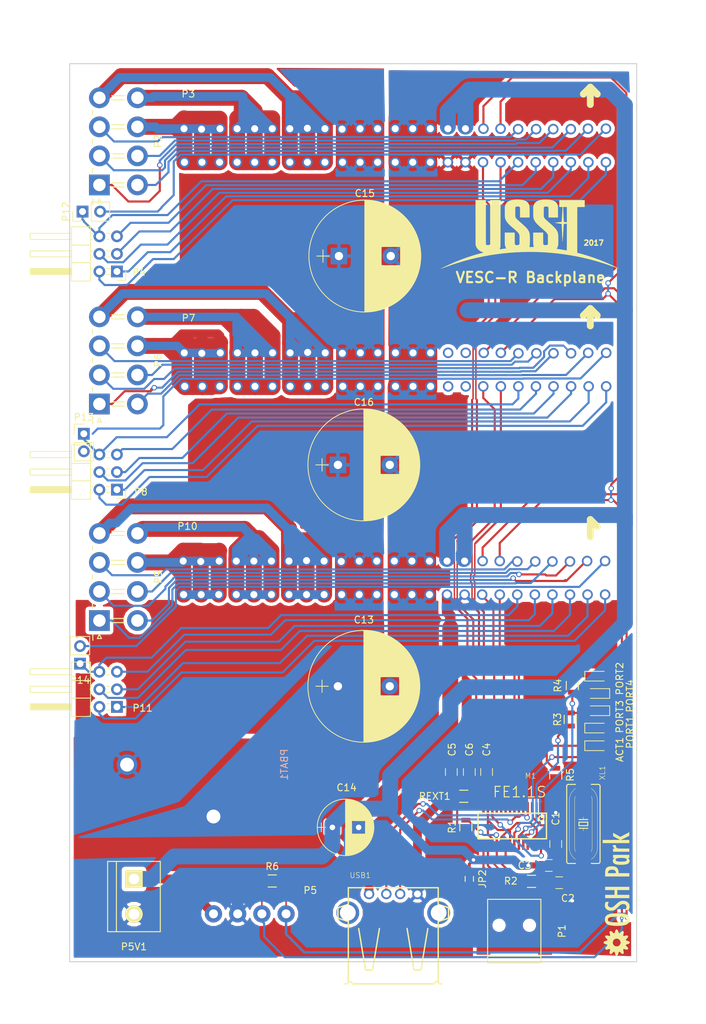
<source format=kicad_pcb>
(kicad_pcb (version 4) (host pcbnew 4.0.4-stable)
  (layers (0 F.Cu signal) (31 B.Cu signal) (34 B.Paste user) (35 F.Paste user) (36 B.SilkS user) (37 F.SilkS user) (38 B.Mask user) (39 F.Mask user) (44 Edge.Cuts user))
  (net 0 "")
  (net 1 /USB_Hub/N$8)
  (net 2 GND)
  (net 3 +5V)
  (net 4 VDD)
  (net 5 /VBAT)
  (net 6 /PGND)
  (net 7 /USB_DP_2)
  (net 8 /USB_Hub/N$25)
  (net 9 /USB_DP_3)
  (net 10 /USB_DM_2)
  (net 11 /USB_DM_1)
  (net 12 /USB_DM_3)
  (net 13 /DP_4)
  (net 14 /USB_Hub/N$23)
  (net 15 /USB_Hub/N$24)
  (net 16 /USB_Hub/N$13)
  (net 17 /DM_4)
  (net 18 /USB_DP_1)
  (net 19 /USB_Hub/N$9)
  (net 20 /USB_Hub/N$7)
  (net 21 /USB_Hub/DP_U)
  (net 22 /USB_Hub/DM_U)
  (net 23 /USB_Hub/N$1)
  (net 24 /Motor_Controller_A/H1)
  (net 25 /Motor_Controller_A/H2)
  (net 26 "Net-(P2-Pad3)")
  (net 27 /Motor_Controller_A/Y)
  (net 28 /Motor_Controller_A/H3)
  (net 29 "Net-(P2-Pad6)")
  (net 30 /Motor_Controller_A/W)
  (net 31 /Motor_Controller_A/X)
  (net 32 /CANH)
  (net 33 /CAN_Bus/CANL)
  (net 34 "Net-(P3-Pad16)")
  (net 35 "Net-(P3-Pad17)")
  (net 36 "Net-(P3-Pad18)")
  (net 37 "Net-(P3-Pad19)")
  (net 38 "Net-(P3-Pad20)")
  (net 39 /Motor_Controller_B/H1)
  (net 40 /Motor_Controller_B/H2)
  (net 41 "Net-(P6-Pad3)")
  (net 42 /Motor_Controller_B/Y)
  (net 43 /Motor_Controller_B/H3)
  (net 44 "Net-(P6-Pad6)")
  (net 45 /Motor_Controller_B/W)
  (net 46 /Motor_Controller_B/X)
  (net 47 "Net-(P7-Pad16)")
  (net 48 "Net-(P7-Pad17)")
  (net 49 "Net-(P7-Pad18)")
  (net 50 "Net-(P7-Pad19)")
  (net 51 "Net-(P7-Pad20)")
  (net 52 /Motor_Controller_C/H1)
  (net 53 /Motor_Controller_C/H2)
  (net 54 "Net-(P10-Pad10)")
  (net 55 /Motor_Controller_C/Y)
  (net 56 /Motor_Controller_C/H3)
  (net 57 "Net-(P10-Pad11)")
  (net 58 /Motor_Controller_C/W)
  (net 59 /Motor_Controller_C/X)
  (net 60 "Net-(P10-Pad15)")
  (net 61 "Net-(P10-Pad16)")
  (net 62 "Net-(P10-Pad17)")
  (net 63 "Net-(P10-Pad18)")
  (net 64 "Net-(P10-Pad19)")
  (net 65 "Net-(P10-Pad20)")
  (net 66 /USB_Hub/N$20)
  (net 67 /USB_Hub/N$6)
  (net 68 /USB_Hub/N$22)
  (net 69 "Net-(JP2-Pad2)")
  (net 70 /Motor_Controller_A/GND_AUX)
  (net 71 "Net-(P12-Pad2)")
  (net 72 /Motor_Controller_B/GND_AUX)
  (net 73 "Net-(P13-Pad2)")
  (net 74 /Motor_Controller_C/GND_AUX)
  (module USST-footprints:TE2007088-1_Backplane2 (layer F.Cu) (at 80.24 98.97)
    (fp_text reference P10 (at -35 -17.5) (layer F.SilkS))
    (fp_text value AMP17614426-2_EDGE)
    (pad 30 thru_hole circle (at -35.56 -7.62) (size 1.524 1.524) (drill 1.02) (layers *.Cu *.Mask) (net 58 /Motor_Controller_C/W))
    (pad 30 thru_hole circle (at -33.02 -7.62) (size 1.524 1.524) (drill 1.02) (layers *.Cu *.Mask) (net 58 /Motor_Controller_C/W))
    (pad 30 thru_hole circle (at -30.48 -7.62) (size 1.524 1.524) (drill 1.02) (layers *.Cu *.Mask) (net 58 /Motor_Controller_C/W))
    (pad 29 thru_hole circle (at -27.94 -7.62) (size 1.524 1.524) (drill 1.02) (layers *.Cu *.Mask) (net 59 /Motor_Controller_C/X))
    (pad 29 thru_hole circle (at -25.4 -7.62) (size 1.524 1.524) (drill 1.02) (layers *.Cu *.Mask) (net 59 /Motor_Controller_C/X))
    (pad 29 thru_hole circle (at -22.86 -7.62) (size 1.524 1.524) (drill 1.02) (layers *.Cu *.Mask) (net 59 /Motor_Controller_C/X))
    (pad 28 thru_hole circle (at -20.32 -7.62) (size 1.524 1.524) (drill 1.02) (layers *.Cu *.Mask) (net 55 /Motor_Controller_C/Y))
    (pad 28 thru_hole circle (at -17.78 -7.62) (size 1.524 1.524) (drill 1.02) (layers *.Cu *.Mask) (net 55 /Motor_Controller_C/Y))
    (pad 28 thru_hole circle (at -15.24 -7.62) (size 1.524 1.524) (drill 1.02) (layers *.Cu *.Mask) (net 55 /Motor_Controller_C/Y))
    (pad 27 thru_hole circle (at -12.7 -7.62) (size 1.524 1.524) (drill 1.02) (layers *.Cu *.Mask) (net 5 /VBAT))
    (pad 27 thru_hole circle (at -10.16 -7.62) (size 1.524 1.524) (drill 1.02) (layers *.Cu *.Mask) (net 5 /VBAT))
    (pad 27 thru_hole circle (at -7.62 -7.62) (size 1.524 1.524) (drill 1.02) (layers *.Cu *.Mask) (net 5 /VBAT))
    (pad 26 thru_hole circle (at -5.08 -7.62) (size 1.524 1.524) (drill 1.02) (layers *.Cu *.Mask) (net 6 /PGND))
    (pad 26 thru_hole circle (at -2.54 -7.62) (size 1.524 1.524) (drill 1.02) (layers *.Cu *.Mask) (net 6 /PGND))
    (pad 26 thru_hole circle (at 0 -7.62) (size 1.524 1.524) (drill 1.02) (layers *.Cu *.Mask) (net 6 /PGND))
    (pad 25 thru_hole circle (at 2.54 -7.62) (size 1.524 1.524) (drill 1.02) (layers *.Cu *.Mask) (net 2 GND))
    (pad 24 thru_hole circle (at 5.08 -7.62) (size 1.524 1.524) (drill 1.02) (layers *.Cu *.Mask) (net 2 GND))
    (pad 23 thru_hole circle (at 7.62 -7.62) (size 1.524 1.524) (drill 1.02) (layers *.Cu *.Mask) (net 9 /USB_DP_3))
    (pad 22 thru_hole circle (at 10.16 -7.62) (size 1.524 1.524) (drill 1.02) (layers *.Cu *.Mask) (net 12 /USB_DM_3))
    (pad 21 thru_hole circle (at 12.7 -7.62) (size 1.524 1.524) (drill 1.02) (layers *.Cu *.Mask) (net 74 /Motor_Controller_C/GND_AUX))
    (pad 20 thru_hole circle (at 15.24 -7.62) (size 1.524 1.524) (drill 1.02) (layers *.Cu *.Mask) (net 65 "Net-(P10-Pad20)"))
    (pad 19 thru_hole circle (at 17.78 -7.62) (size 1.524 1.524) (drill 1.02) (layers *.Cu *.Mask) (net 64 "Net-(P10-Pad19)"))
    (pad 18 thru_hole circle (at 20.32 -7.62) (size 1.524 1.524) (drill 1.02) (layers *.Cu *.Mask) (net 63 "Net-(P10-Pad18)"))
    (pad 17 thru_hole circle (at 22.86 -7.62) (size 1.524 1.524) (drill 1.02) (layers *.Cu *.Mask) (net 62 "Net-(P10-Pad17)"))
    (pad 15 thru_hole circle (at 25.4 -12.47) (size 1.524 1.524) (drill 1.02) (layers *.Cu *.Mask) (net 60 "Net-(P10-Pad15)"))
    (pad 14 thru_hole circle (at 22.7965 -12.47) (size 1.524 1.524) (drill 1.02) (layers *.Cu *.Mask) (net 56 /Motor_Controller_C/H3))
    (pad 13 thru_hole circle (at 20.32 -12.4065) (size 1.524 1.524) (drill 1.02) (layers *.Cu *.Mask) (net 53 /Motor_Controller_C/H2))
    (pad 12 thru_hole circle (at 17.78 -12.4065) (size 1.524 1.524) (drill 1.02) (layers *.Cu *.Mask) (net 52 /Motor_Controller_C/H1))
    (pad 11 thru_hole circle (at 15.3035 -12.4065) (size 1.524 1.524) (drill 1.02) (layers *.Cu *.Mask) (net 57 "Net-(P10-Pad11)"))
    (pad 10 thru_hole circle (at 12.7 -12.4065) (size 1.524 1.524) (drill 1.02) (layers *.Cu *.Mask) (net 54 "Net-(P10-Pad10)"))
    (pad 9 thru_hole circle (at 10.16 -12.47) (size 1.524 1.524) (drill 1.02) (layers *.Cu *.Mask) (net 33 /CAN_Bus/CANL))
    (pad 8 thru_hole circle (at 7.6835 -12.47) (size 1.524 1.524) (drill 1.02) (layers *.Cu *.Mask) (net 32 /CANH))
    (pad 7 thru_hole circle (at 5.08 -12.47) (size 1.524 1.524) (drill 1.02) (layers *.Cu *.Mask) (net 3 +5V))
    (pad 6 thru_hole circle (at 2.54 -12.47) (size 1.524 1.524) (drill 1.02) (layers *.Cu *.Mask) (net 3 +5V))
    (pad 5 thru_hole circle (at 0 -12.47) (size 1.524 1.524) (drill 1.02) (layers *.Cu *.Mask) (net 6 /PGND))
    (pad 5 thru_hole circle (at -2.54 -12.47) (size 1.524 1.524) (drill 1.02) (layers *.Cu *.Mask) (net 6 /PGND))
    (pad 5 thru_hole circle (at -5.08 -12.47) (size 1.524 1.524) (drill 1.02) (layers *.Cu *.Mask) (net 6 /PGND))
    (pad 4 thru_hole circle (at -7.62 -12.47) (size 1.524 1.524) (drill 1.02) (layers *.Cu *.Mask) (net 5 /VBAT))
    (pad 4 thru_hole circle (at -10.16 -12.47) (size 1.524 1.524) (drill 1.02) (layers *.Cu *.Mask) (net 5 /VBAT))
    (pad 4 thru_hole circle (at -12.7635 -12.4065) (size 1.524 1.524) (drill 1.02) (layers *.Cu *.Mask) (net 5 /VBAT))
    (pad 3 thru_hole circle (at -15.24 -12.47) (size 1.524 1.524) (drill 1.02) (layers *.Cu *.Mask) (net 55 /Motor_Controller_C/Y))
    (pad 3 thru_hole circle (at -17.78 -12.5335) (size 1.524 1.524) (drill 1.02) (layers *.Cu *.Mask) (net 55 /Motor_Controller_C/Y))
    (pad 3 thru_hole circle (at -20.32 -12.47) (size 1.524 1.524) (drill 1.02) (layers *.Cu *.Mask) (net 55 /Motor_Controller_C/Y))
    (pad 2 thru_hole circle (at -22.86 -12.47) (size 1.524 1.524) (drill 1.02) (layers *.Cu *.Mask) (net 59 /Motor_Controller_C/X))
    (pad 2 thru_hole circle (at -25.4 -12.47) (size 1.524 1.524) (drill 1.02) (layers *.Cu *.Mask) (net 59 /Motor_Controller_C/X))
    (pad 2 thru_hole circle (at -27.94 -12.47) (size 1.524 1.524) (drill 1.02) (layers *.Cu *.Mask) (net 59 /Motor_Controller_C/X))
    (pad 1 thru_hole circle (at -30.4165 -12.47) (size 1.524 1.524) (drill 1.02) (layers *.Cu *.Mask) (net 58 /Motor_Controller_C/W))
    (pad 1 thru_hole circle (at -33.0835 -12.4065) (size 1.524 1.524) (drill 1.02) (layers *.Cu *.Mask) (net 58 /Motor_Controller_C/W))
    (pad 1 thru_hole circle (at -35.6235 -12.47) (size 1.524 1.524) (drill 1.02) (layers *.Cu *.Mask) (net 58 /Motor_Controller_C/W))
    (pad 30 thru_hole circle (at -35.56 -7.62) (size 1.524 1.524) (drill 1.02) (layers *.Cu *.Mask) (net 58 /Motor_Controller_C/W))
    (pad 16 thru_hole circle (at 25.4 -7.62) (size 1.524 1.524) (drill 1.02) (layers *.Cu *.Mask) (net 61 "Net-(P10-Pad16)"))
  )
  (module USST-footprints:TE2007088-1_Backplane2 (layer F.Cu) (at 80.4 68.87)
    (fp_text reference P7 (at -35 -17.5) (layer F.SilkS))
    (fp_text value AMP17614426-2_EDGE)
    (pad 30 thru_hole circle (at -35.56 -7.62) (size 1.524 1.524) (drill 1.02) (layers *.Cu *.Mask) (net 45 /Motor_Controller_B/W))
    (pad 30 thru_hole circle (at -33.02 -7.62) (size 1.524 1.524) (drill 1.02) (layers *.Cu *.Mask) (net 45 /Motor_Controller_B/W))
    (pad 30 thru_hole circle (at -30.48 -7.62) (size 1.524 1.524) (drill 1.02) (layers *.Cu *.Mask) (net 45 /Motor_Controller_B/W))
    (pad 29 thru_hole circle (at -27.94 -7.62) (size 1.524 1.524) (drill 1.02) (layers *.Cu *.Mask) (net 46 /Motor_Controller_B/X))
    (pad 29 thru_hole circle (at -25.4 -7.62) (size 1.524 1.524) (drill 1.02) (layers *.Cu *.Mask) (net 46 /Motor_Controller_B/X))
    (pad 29 thru_hole circle (at -22.86 -7.62) (size 1.524 1.524) (drill 1.02) (layers *.Cu *.Mask) (net 46 /Motor_Controller_B/X))
    (pad 28 thru_hole circle (at -20.32 -7.62) (size 1.524 1.524) (drill 1.02) (layers *.Cu *.Mask) (net 42 /Motor_Controller_B/Y))
    (pad 28 thru_hole circle (at -17.78 -7.62) (size 1.524 1.524) (drill 1.02) (layers *.Cu *.Mask) (net 42 /Motor_Controller_B/Y))
    (pad 28 thru_hole circle (at -15.24 -7.62) (size 1.524 1.524) (drill 1.02) (layers *.Cu *.Mask) (net 42 /Motor_Controller_B/Y))
    (pad 27 thru_hole circle (at -12.7 -7.62) (size 1.524 1.524) (drill 1.02) (layers *.Cu *.Mask) (net 5 /VBAT))
    (pad 27 thru_hole circle (at -10.16 -7.62) (size 1.524 1.524) (drill 1.02) (layers *.Cu *.Mask) (net 5 /VBAT))
    (pad 27 thru_hole circle (at -7.62 -7.62) (size 1.524 1.524) (drill 1.02) (layers *.Cu *.Mask) (net 5 /VBAT))
    (pad 26 thru_hole circle (at -5.08 -7.62) (size 1.524 1.524) (drill 1.02) (layers *.Cu *.Mask) (net 6 /PGND))
    (pad 26 thru_hole circle (at -2.54 -7.62) (size 1.524 1.524) (drill 1.02) (layers *.Cu *.Mask) (net 6 /PGND))
    (pad 26 thru_hole circle (at 0 -7.62) (size 1.524 1.524) (drill 1.02) (layers *.Cu *.Mask) (net 6 /PGND))
    (pad 25 thru_hole circle (at 2.54 -7.62) (size 1.524 1.524) (drill 1.02) (layers *.Cu *.Mask) (net 6 /PGND))
    (pad 24 thru_hole circle (at 5.08 -7.62) (size 1.524 1.524) (drill 1.02) (layers *.Cu *.Mask) (net 6 /PGND))
    (pad 23 thru_hole circle (at 7.62 -7.62) (size 1.524 1.524) (drill 1.02) (layers *.Cu *.Mask) (net 7 /USB_DP_2))
    (pad 22 thru_hole circle (at 10.16 -7.62) (size 1.524 1.524) (drill 1.02) (layers *.Cu *.Mask) (net 10 /USB_DM_2))
    (pad 21 thru_hole circle (at 12.7 -7.62) (size 1.524 1.524) (drill 1.02) (layers *.Cu *.Mask) (net 72 /Motor_Controller_B/GND_AUX))
    (pad 20 thru_hole circle (at 15.24 -7.62) (size 1.524 1.524) (drill 1.02) (layers *.Cu *.Mask) (net 51 "Net-(P7-Pad20)"))
    (pad 19 thru_hole circle (at 17.78 -7.62) (size 1.524 1.524) (drill 1.02) (layers *.Cu *.Mask) (net 50 "Net-(P7-Pad19)"))
    (pad 18 thru_hole circle (at 20.32 -7.62) (size 1.524 1.524) (drill 1.02) (layers *.Cu *.Mask) (net 49 "Net-(P7-Pad18)"))
    (pad 17 thru_hole circle (at 22.86 -7.62) (size 1.524 1.524) (drill 1.02) (layers *.Cu *.Mask) (net 48 "Net-(P7-Pad17)"))
    (pad 15 thru_hole circle (at 25.4 -12.47) (size 1.524 1.524) (drill 1.02) (layers *.Cu *.Mask) (net 73 "Net-(P13-Pad2)"))
    (pad 14 thru_hole circle (at 22.7965 -12.47) (size 1.524 1.524) (drill 1.02) (layers *.Cu *.Mask) (net 43 /Motor_Controller_B/H3))
    (pad 13 thru_hole circle (at 20.32 -12.4065) (size 1.524 1.524) (drill 1.02) (layers *.Cu *.Mask) (net 40 /Motor_Controller_B/H2))
    (pad 12 thru_hole circle (at 17.78 -12.4065) (size 1.524 1.524) (drill 1.02) (layers *.Cu *.Mask) (net 39 /Motor_Controller_B/H1))
    (pad 11 thru_hole circle (at 15.3035 -12.4065) (size 1.524 1.524) (drill 1.02) (layers *.Cu *.Mask) (net 44 "Net-(P6-Pad6)"))
    (pad 10 thru_hole circle (at 12.7 -12.4065) (size 1.524 1.524) (drill 1.02) (layers *.Cu *.Mask) (net 41 "Net-(P6-Pad3)"))
    (pad 9 thru_hole circle (at 10.16 -12.47) (size 1.524 1.524) (drill 1.02) (layers *.Cu *.Mask) (net 33 /CAN_Bus/CANL))
    (pad 8 thru_hole circle (at 7.6835 -12.47) (size 1.524 1.524) (drill 1.02) (layers *.Cu *.Mask) (net 32 /CANH))
    (pad 7 thru_hole circle (at 5.08 -12.47) (size 1.524 1.524) (drill 1.02) (layers *.Cu *.Mask) (net 3 +5V))
    (pad 6 thru_hole circle (at 2.54 -12.47) (size 1.524 1.524) (drill 1.02) (layers *.Cu *.Mask) (net 3 +5V))
    (pad 5 thru_hole circle (at 0 -12.47) (size 1.524 1.524) (drill 1.02) (layers *.Cu *.Mask) (net 6 /PGND))
    (pad 5 thru_hole circle (at -2.54 -12.47) (size 1.524 1.524) (drill 1.02) (layers *.Cu *.Mask) (net 6 /PGND))
    (pad 5 thru_hole circle (at -5.08 -12.47) (size 1.524 1.524) (drill 1.02) (layers *.Cu *.Mask) (net 6 /PGND))
    (pad 4 thru_hole circle (at -7.62 -12.47) (size 1.524 1.524) (drill 1.02) (layers *.Cu *.Mask) (net 5 /VBAT))
    (pad 4 thru_hole circle (at -10.16 -12.47) (size 1.524 1.524) (drill 1.02) (layers *.Cu *.Mask) (net 5 /VBAT))
    (pad 4 thru_hole circle (at -12.7635 -12.4065) (size 1.524 1.524) (drill 1.02) (layers *.Cu *.Mask) (net 5 /VBAT))
    (pad 3 thru_hole circle (at -15.24 -12.47) (size 1.524 1.524) (drill 1.02) (layers *.Cu *.Mask) (net 42 /Motor_Controller_B/Y))
    (pad 3 thru_hole circle (at -17.78 -12.5335) (size 1.524 1.524) (drill 1.02) (layers *.Cu *.Mask) (net 42 /Motor_Controller_B/Y))
    (pad 3 thru_hole circle (at -20.32 -12.47) (size 1.524 1.524) (drill 1.02) (layers *.Cu *.Mask) (net 42 /Motor_Controller_B/Y))
    (pad 2 thru_hole circle (at -22.86 -12.47) (size 1.524 1.524) (drill 1.02) (layers *.Cu *.Mask) (net 46 /Motor_Controller_B/X))
    (pad 2 thru_hole circle (at -25.4 -12.47) (size 1.524 1.524) (drill 1.02) (layers *.Cu *.Mask) (net 46 /Motor_Controller_B/X))
    (pad 2 thru_hole circle (at -27.94 -12.47) (size 1.524 1.524) (drill 1.02) (layers *.Cu *.Mask) (net 46 /Motor_Controller_B/X))
    (pad 1 thru_hole circle (at -30.4165 -12.47) (size 1.524 1.524) (drill 1.02) (layers *.Cu *.Mask) (net 45 /Motor_Controller_B/W))
    (pad 1 thru_hole circle (at -33.0835 -12.4065) (size 1.524 1.524) (drill 1.02) (layers *.Cu *.Mask) (net 45 /Motor_Controller_B/W))
    (pad 1 thru_hole circle (at -35.6235 -12.47) (size 1.524 1.524) (drill 1.02) (layers *.Cu *.Mask) (net 45 /Motor_Controller_B/W))
    (pad 30 thru_hole circle (at -35.56 -7.62) (size 1.524 1.524) (drill 1.02) (layers *.Cu *.Mask) (net 45 /Motor_Controller_B/W))
    (pad 16 thru_hole circle (at 25.4 -7.62) (size 1.524 1.524) (drill 1.02) (layers *.Cu *.Mask) (net 47 "Net-(P7-Pad16)"))
  )
  (module USST-footprints:TE2007088-1_Backplane2 (layer F.Cu) (at 80.36 36.47)
    (fp_text reference P3 (at -35 -17.5) (layer F.SilkS))
    (fp_text value AMP17614426-2_EDGE)
    (pad 30 thru_hole circle (at -35.56 -7.62) (size 1.524 1.524) (drill 1.02) (layers *.Cu *.Mask) (net 30 /Motor_Controller_A/W))
    (pad 30 thru_hole circle (at -33.02 -7.62) (size 1.524 1.524) (drill 1.02) (layers *.Cu *.Mask) (net 30 /Motor_Controller_A/W))
    (pad 30 thru_hole circle (at -30.48 -7.62) (size 1.524 1.524) (drill 1.02) (layers *.Cu *.Mask) (net 30 /Motor_Controller_A/W))
    (pad 29 thru_hole circle (at -27.94 -7.62) (size 1.524 1.524) (drill 1.02) (layers *.Cu *.Mask) (net 31 /Motor_Controller_A/X))
    (pad 29 thru_hole circle (at -25.4 -7.62) (size 1.524 1.524) (drill 1.02) (layers *.Cu *.Mask) (net 31 /Motor_Controller_A/X))
    (pad 29 thru_hole circle (at -22.86 -7.62) (size 1.524 1.524) (drill 1.02) (layers *.Cu *.Mask) (net 31 /Motor_Controller_A/X))
    (pad 28 thru_hole circle (at -20.32 -7.62) (size 1.524 1.524) (drill 1.02) (layers *.Cu *.Mask) (net 27 /Motor_Controller_A/Y))
    (pad 28 thru_hole circle (at -17.78 -7.62) (size 1.524 1.524) (drill 1.02) (layers *.Cu *.Mask) (net 27 /Motor_Controller_A/Y))
    (pad 28 thru_hole circle (at -15.24 -7.62) (size 1.524 1.524) (drill 1.02) (layers *.Cu *.Mask) (net 27 /Motor_Controller_A/Y))
    (pad 27 thru_hole circle (at -12.7 -7.62) (size 1.524 1.524) (drill 1.02) (layers *.Cu *.Mask) (net 5 /VBAT))
    (pad 27 thru_hole circle (at -10.16 -7.62) (size 1.524 1.524) (drill 1.02) (layers *.Cu *.Mask) (net 5 /VBAT))
    (pad 27 thru_hole circle (at -7.62 -7.62) (size 1.524 1.524) (drill 1.02) (layers *.Cu *.Mask) (net 5 /VBAT))
    (pad 26 thru_hole circle (at -5.08 -7.62) (size 1.524 1.524) (drill 1.02) (layers *.Cu *.Mask) (net 6 /PGND))
    (pad 26 thru_hole circle (at -2.54 -7.62) (size 1.524 1.524) (drill 1.02) (layers *.Cu *.Mask) (net 6 /PGND))
    (pad 26 thru_hole circle (at 0 -7.62) (size 1.524 1.524) (drill 1.02) (layers *.Cu *.Mask) (net 6 /PGND))
    (pad 25 thru_hole circle (at 2.54 -7.62) (size 1.524 1.524) (drill 1.02) (layers *.Cu *.Mask) (net 6 /PGND))
    (pad 24 thru_hole circle (at 5.08 -7.62) (size 1.524 1.524) (drill 1.02) (layers *.Cu *.Mask) (net 6 /PGND))
    (pad 23 thru_hole circle (at 7.62 -7.62) (size 1.524 1.524) (drill 1.02) (layers *.Cu *.Mask) (net 18 /USB_DP_1))
    (pad 22 thru_hole circle (at 10.16 -7.62) (size 1.524 1.524) (drill 1.02) (layers *.Cu *.Mask) (net 11 /USB_DM_1))
    (pad 21 thru_hole circle (at 12.7 -7.62) (size 1.524 1.524) (drill 1.02) (layers *.Cu *.Mask) (net 70 /Motor_Controller_A/GND_AUX))
    (pad 20 thru_hole circle (at 15.24 -7.62) (size 1.524 1.524) (drill 1.02) (layers *.Cu *.Mask) (net 38 "Net-(P3-Pad20)"))
    (pad 19 thru_hole circle (at 17.78 -7.62) (size 1.524 1.524) (drill 1.02) (layers *.Cu *.Mask) (net 37 "Net-(P3-Pad19)"))
    (pad 18 thru_hole circle (at 20.32 -7.62) (size 1.524 1.524) (drill 1.02) (layers *.Cu *.Mask) (net 36 "Net-(P3-Pad18)"))
    (pad 17 thru_hole circle (at 22.86 -7.62) (size 1.524 1.524) (drill 1.02) (layers *.Cu *.Mask) (net 35 "Net-(P3-Pad17)"))
    (pad 15 thru_hole circle (at 25.4 -12.47) (size 1.524 1.524) (drill 1.02) (layers *.Cu *.Mask) (net 71 "Net-(P12-Pad2)"))
    (pad 14 thru_hole circle (at 22.7965 -12.47) (size 1.524 1.524) (drill 1.02) (layers *.Cu *.Mask) (net 28 /Motor_Controller_A/H3))
    (pad 13 thru_hole circle (at 20.32 -12.4065) (size 1.524 1.524) (drill 1.02) (layers *.Cu *.Mask) (net 25 /Motor_Controller_A/H2))
    (pad 12 thru_hole circle (at 17.78 -12.4065) (size 1.524 1.524) (drill 1.02) (layers *.Cu *.Mask) (net 24 /Motor_Controller_A/H1))
    (pad 11 thru_hole circle (at 15.3035 -12.4065) (size 1.524 1.524) (drill 1.02) (layers *.Cu *.Mask) (net 29 "Net-(P2-Pad6)"))
    (pad 10 thru_hole circle (at 12.7 -12.4065) (size 1.524 1.524) (drill 1.02) (layers *.Cu *.Mask) (net 26 "Net-(P2-Pad3)"))
    (pad 9 thru_hole circle (at 10.16 -12.47) (size 1.524 1.524) (drill 1.02) (layers *.Cu *.Mask) (net 33 /CAN_Bus/CANL))
    (pad 8 thru_hole circle (at 7.6835 -12.47) (size 1.524 1.524) (drill 1.02) (layers *.Cu *.Mask) (net 32 /CANH))
    (pad 7 thru_hole circle (at 5.08 -12.47) (size 1.524 1.524) (drill 1.02) (layers *.Cu *.Mask) (net 3 +5V))
    (pad 6 thru_hole circle (at 2.54 -12.47) (size 1.524 1.524) (drill 1.02) (layers *.Cu *.Mask) (net 3 +5V))
    (pad 5 thru_hole circle (at 0 -12.47) (size 1.524 1.524) (drill 1.02) (layers *.Cu *.Mask) (net 6 /PGND))
    (pad 5 thru_hole circle (at -2.54 -12.47) (size 1.524 1.524) (drill 1.02) (layers *.Cu *.Mask) (net 6 /PGND))
    (pad 5 thru_hole circle (at -5.08 -12.47) (size 1.524 1.524) (drill 1.02) (layers *.Cu *.Mask) (net 6 /PGND))
    (pad 4 thru_hole circle (at -7.62 -12.47) (size 1.524 1.524) (drill 1.02) (layers *.Cu *.Mask) (net 5 /VBAT))
    (pad 4 thru_hole circle (at -10.16 -12.47) (size 1.524 1.524) (drill 1.02) (layers *.Cu *.Mask) (net 5 /VBAT))
    (pad 4 thru_hole circle (at -12.7635 -12.4065) (size 1.524 1.524) (drill 1.02) (layers *.Cu *.Mask) (net 5 /VBAT))
    (pad 3 thru_hole circle (at -15.24 -12.47) (size 1.524 1.524) (drill 1.02) (layers *.Cu *.Mask) (net 27 /Motor_Controller_A/Y))
    (pad 3 thru_hole circle (at -17.78 -12.5335) (size 1.524 1.524) (drill 1.02) (layers *.Cu *.Mask) (net 27 /Motor_Controller_A/Y))
    (pad 3 thru_hole circle (at -20.32 -12.47) (size 1.524 1.524) (drill 1.02) (layers *.Cu *.Mask) (net 27 /Motor_Controller_A/Y))
    (pad 2 thru_hole circle (at -22.86 -12.47) (size 1.524 1.524) (drill 1.02) (layers *.Cu *.Mask) (net 31 /Motor_Controller_A/X))
    (pad 2 thru_hole circle (at -25.4 -12.47) (size 1.524 1.524) (drill 1.02) (layers *.Cu *.Mask) (net 31 /Motor_Controller_A/X))
    (pad 2 thru_hole circle (at -27.94 -12.47) (size 1.524 1.524) (drill 1.02) (layers *.Cu *.Mask) (net 31 /Motor_Controller_A/X))
    (pad 1 thru_hole circle (at -30.4165 -12.47) (size 1.524 1.524) (drill 1.02) (layers *.Cu *.Mask) (net 30 /Motor_Controller_A/W))
    (pad 1 thru_hole circle (at -33.0835 -12.4065) (size 1.524 1.524) (drill 1.02) (layers *.Cu *.Mask) (net 30 /Motor_Controller_A/W))
    (pad 1 thru_hole circle (at -35.6235 -12.47) (size 1.524 1.524) (drill 1.02) (layers *.Cu *.Mask) (net 30 /Motor_Controller_A/W))
    (pad 30 thru_hole circle (at -35.56 -7.62) (size 1.524 1.524) (drill 1.02) (layers *.Cu *.Mask) (net 30 /Motor_Controller_A/W))
    (pad 16 thru_hole circle (at 25.4 -7.62) (size 1.524 1.524) (drill 1.02) (layers *.Cu *.Mask) (net 34 "Net-(P3-Pad16)"))
  )
  (module Resistors_SMD:R_0805 (layer F.Cu) (at 100.9 104.5 90)
    (fp_text reference R4 (at 0 -2.1 90) (layer F.SilkS))
    (fp_text value 330)
    (pad 1 smd rect (at -0.95 0 90) (size 0.7 1.3) (layers F.Cu F.Paste F.Mask) (net 15 /USB_Hub/N$24))
    (pad 2 smd rect (at 0.95 0 90) (size 0.7 1.3) (layers F.Cu F.Paste F.Mask) (net 67 /USB_Hub/N$6))
  )
  (module LEDs:LED_0805 (layer F.Cu) (at 104.5 110.643548)
    (fp_text reference PORT1 (at 4.75 0.606452 90) (layer F.SilkS))
    (fp_text value ~)
    (pad 2 smd rect (at 1.1 0 180) (size 1.2 1.2) (layers F.Cu F.Paste F.Mask) (net 8 /USB_Hub/N$25))
    (pad 1 smd rect (at -1.1 0 180) (size 1.2 1.2) (layers F.Cu F.Paste F.Mask) (net 66 /USB_Hub/N$20))
  )
  (module Resistors_SMD:R_0805 (layer F.Cu) (at 85.2 120.5)
    (fp_text reference REXT1 (at -4.2 0) (layer F.SilkS))
    (fp_text value 2.7K)
    (pad 1 smd rect (at -0.95 0) (size 0.7 1.3) (layers F.Cu F.Paste F.Mask) (net 2 GND))
    (pad 2 smd rect (at 0.95 0) (size 0.7 1.3) (layers F.Cu F.Paste F.Mask) (net 23 /USB_Hub/N$1))
  )
  (module Capacitors_SMD:C_0805 (layer F.Cu) (at 86 117 90)
    (fp_text reference C6 (at 3.25 0 90) (layer F.SilkS))
    (fp_text value 0.1uF)
    (pad 1 smd rect (at -1 0 90) (size 1 1.25) (layers F.Cu F.Paste F.Mask) (net 4 VDD))
    (pad 2 smd rect (at 1 0 90) (size 1 1.25) (layers F.Cu F.Paste F.Mask) (net 2 GND))
  )
  (module LEDs:LED_0805 (layer F.Cu) (at 104.5 113.2)
    (fp_text reference ACT1 (at 3.25 0.55 90) (layer F.SilkS))
    (fp_text value ~)
    (pad 2 smd rect (at 1.1 0 180) (size 1.2 1.2) (layers F.Cu F.Paste F.Mask) (net 8 /USB_Hub/N$25))
    (pad 1 smd rect (at -1.1 0 180) (size 1.2 1.2) (layers F.Cu F.Paste F.Mask) (net 68 /USB_Hub/N$22))
  )
  (module Resistors_SMD:R_0805 (layer F.Cu) (at 100.6 109.4 90)
    (fp_text reference R3 (at 0 -1.85 90) (layer F.SilkS))
    (fp_text value 330)
    (pad 1 smd rect (at -0.95 0 90) (size 0.7 1.3) (layers F.Cu F.Paste F.Mask) (net 14 /USB_Hub/N$23))
    (pad 2 smd rect (at 0.95 0 90) (size 0.7 1.3) (layers F.Cu F.Paste F.Mask) (net 66 /USB_Hub/N$20))
  )
  (module Capacitors_SMD:C_0805 (layer F.Cu) (at 99 133)
    (fp_text reference C2 (at 1.25 2.25) (layer F.SilkS))
    (fp_text value 10uF)
    (pad 1 smd rect (at -1 0) (size 1 1.25) (layers F.Cu F.Paste F.Mask) (net 3 +5V))
    (pad 2 smd rect (at 1 0) (size 1 1.25) (layers F.Cu F.Paste F.Mask) (net 2 GND))
  )
  (module LEDs:LED_0805 (layer F.Cu) (at 104.5 108.143548 180)
    (fp_text reference PORT3 (at -3.25 -0.856452 270) (layer F.SilkS))
    (fp_text value ~)
    (pad 2 smd rect (at 1.1 0) (size 1.2 1.2) (layers F.Cu F.Paste F.Mask) (net 66 /USB_Hub/N$20))
    (pad 1 smd rect (at -1.1 0) (size 1.2 1.2) (layers F.Cu F.Paste F.Mask) (net 8 /USB_Hub/N$25))
  )
  (module Capacitors_SMD:C_0805 (layer F.Cu) (at 88.5 117 90)
    (fp_text reference C4 (at 3.25 0 90) (layer F.SilkS))
    (fp_text value 0.1uF)
    (pad 1 smd rect (at -1 0 90) (size 1 1.25) (layers F.Cu F.Paste F.Mask) (net 1 /USB_Hub/N$8))
    (pad 2 smd rect (at 1 0 90) (size 1 1.25) (layers F.Cu F.Paste F.Mask) (net 2 GND))
  )
  (module Resistors_SMD:R_0805 (layer F.Cu) (at 95 132.8 180)
    (fp_text reference R2 (at 3 0.05 180) (layer F.SilkS))
    (fp_text value 47K)
    (pad 1 smd rect (at -0.95 0 180) (size 0.7 1.3) (layers F.Cu F.Paste F.Mask) (net 3 +5V))
    (pad 2 smd rect (at 0.95 0 180) (size 0.7 1.3) (layers F.Cu F.Paste F.Mask) (net 16 /USB_Hub/N$13))
  )
  (module Capacitors_SMD:C_0805 (layer F.Cu) (at 97.5 130.5)
    (fp_text reference C3 (at -3.5 0) (layer F.SilkS))
    (fp_text value 0.1uF)
    (pad 1 smd rect (at -1 0) (size 1 1.25) (layers F.Cu F.Paste F.Mask) (net 3 +5V))
    (pad 2 smd rect (at 1 0) (size 1 1.25) (layers F.Cu F.Paste F.Mask) (net 2 GND))
  )
  (module LEDs:LED_0805 (layer F.Cu) (at 104.5 105.643548 180)
    (fp_text reference PORT4 (at -4.75 -0.356452 270) (layer F.SilkS))
    (fp_text value ~)
    (pad 2 smd rect (at 1.1 0) (size 1.2 1.2) (layers F.Cu F.Paste F.Mask) (net 67 /USB_Hub/N$6))
    (pad 1 smd rect (at -1.1 0) (size 1.2 1.2) (layers F.Cu F.Paste F.Mask) (net 8 /USB_Hub/N$25))
  )
  (module Resistors_SMD:R_0805 (layer F.Cu) (at 85.5 124.9 270)
    (fp_text reference R1 (at 0 2 270) (layer F.SilkS))
    (fp_text value 100K)
    (pad 1 smd rect (at -0.95 0 270) (size 0.7 1.3) (layers F.Cu F.Paste F.Mask) (net 16 /USB_Hub/N$13))
    (pad 2 smd rect (at 0.95 0 270) (size 0.7 1.3) (layers F.Cu F.Paste F.Mask) (net 2 GND))
  )
  (module LEDs:LED_0805 (layer F.Cu) (at 104.5 103.143548)
    (fp_text reference PORT2 (at 3.25 0.356452 90) (layer F.SilkS))
    (fp_text value ~)
    (pad 2 smd rect (at 1.1 0 180) (size 1.2 1.2) (layers F.Cu F.Paste F.Mask) (net 8 /USB_Hub/N$25))
    (pad 1 smd rect (at -1.1 0 180) (size 1.2 1.2) (layers F.Cu F.Paste F.Mask) (net 67 /USB_Hub/N$6))
  )
  (module USST-footprints:HC49UP_SMT_Crystal (layer F.Cu) (at 102.5 124.5 90)
    (fp_text reference XL1 (at 8.48 2.29 270) (layer F.SilkS) (effects (font (size 0.77216 0.77216) (thickness 0.077216)) (justify right top)))
    (fp_text value 12MHz hide)
    (pad 1 smd rect (at -4.826 0 90) (size 5.334 1.9304) (layers F.Cu F.Paste F.Mask) (net 19 /USB_Hub/N$9))
    (pad 2 smd rect (at 4.826 0 90) (size 5.334 1.9304) (layers F.Cu F.Paste F.Mask) (net 20 /USB_Hub/N$7))
  )
  (module USST-footprints:FE1.1S_SSOP-28 (layer F.Cu) (at 92.209 124.8 180)
    (fp_text reference M1 (at -1.791 6.8 360) (layer F.SilkS) (effects (font (size 0.77216 0.77216) (thickness 0.077216)) (justify left bottom)))
    (fp_text value FE1.1S (at -5.041 5.8 360) (layer F.SilkS) (effects (justify right top)))
    (pad 21 smd rect (at 0.32 -2.7 180) (size 0.35 1.5) (layers F.Cu F.Paste F.Mask) (net 4 VDD))
    (pad 8 smd rect (at 0.32 2.7 180) (size 0.35 1.5) (layers F.Cu F.Paste F.Mask) (net 10 /USB_DM_2))
    (pad 22 smd rect (at -0.3 -2.7 180) (size 0.35 1.5) (layers F.Cu F.Paste F.Mask) (net 8 /USB_Hub/N$25))
    (pad 7 smd rect (at -0.32 2.7 180) (size 0.35 1.5) (layers F.Cu F.Paste F.Mask) (net 9 /USB_DP_3))
    (pad 9 smd rect (at 0.96 2.7 180) (size 0.35 1.5) (layers F.Cu F.Paste F.Mask) (net 7 /USB_DP_2))
    (pad 20 smd rect (at 0.96 -2.7 180) (size 0.35 1.5) (layers F.Cu F.Paste F.Mask) (net 3 +5V))
    (pad 19 smd rect (at 1.6 -2.7 180) (size 0.35 1.5) (layers F.Cu F.Paste F.Mask) (net 4 VDD))
    (pad 10 smd rect (at 1.6 2.7 180) (size 0.35 1.5) (layers F.Cu F.Paste F.Mask) (net 11 /USB_DM_1))
    (pad 6 smd rect (at -0.96 2.7 180) (size 0.35 1.5) (layers F.Cu F.Paste F.Mask) (net 12 /USB_DM_3))
    (pad 5 smd rect (at -1.6 2.7 180) (size 0.35 1.5) (layers F.Cu F.Paste F.Mask) (net 13 /DP_4))
    (pad 23 smd rect (at -0.96 -2.7 180) (size 0.35 1.5) (layers F.Cu F.Paste F.Mask) (net 14 /USB_Hub/N$23))
    (pad 24 smd rect (at -1.6 -2.7 180) (size 0.35 1.5) (layers F.Cu F.Paste F.Mask) (net 15 /USB_Hub/N$24))
    (pad 18 smd rect (at 2.24 -2.7 180) (size 0.35 1.5) (layers F.Cu F.Paste F.Mask) (net 16 /USB_Hub/N$13))
    (pad 25 smd rect (at -2.24 -2.7 180) (size 0.35 1.5) (layers F.Cu F.Paste F.Mask))
    (pad 4 smd rect (at -2.24 2.7 180) (size 0.35 1.5) (layers F.Cu F.Paste F.Mask) (net 17 /DM_4))
    (pad 11 smd rect (at 2.24 2.7 180) (size 0.35 1.5) (layers F.Cu F.Paste F.Mask) (net 18 /USB_DP_1))
    (pad 17 smd rect (at 2.88 -2.7 180) (size 0.35 1.5) (layers F.Cu F.Paste F.Mask) (net 4 VDD))
    (pad 12 smd rect (at 2.88 2.7 180) (size 0.35 1.5) (layers F.Cu F.Paste F.Mask) (net 1 /USB_Hub/N$8))
    (pad 3 smd rect (at -2.88 2.7 180) (size 0.35 1.5) (layers F.Cu F.Paste F.Mask) (net 19 /USB_Hub/N$9))
    (pad 26 smd rect (at -2.88 -2.7 180) (size 0.35 1.5) (layers F.Cu F.Paste F.Mask) (net 4 VDD))
    (pad 27 smd rect (at -3.52 -2.7 180) (size 0.35 1.5) (layers F.Cu F.Paste F.Mask))
    (pad 2 smd rect (at -3.52 2.7 180) (size 0.35 1.5) (layers F.Cu F.Paste F.Mask) (net 20 /USB_Hub/N$7))
    (pad 13 smd rect (at 3.52 2.7 180) (size 0.35 1.5) (layers F.Cu F.Paste F.Mask) (net 4 VDD))
    (pad 16 smd rect (at 3.52 -2.7 180) (size 0.35 1.5) (layers F.Cu F.Paste F.Mask) (net 21 /USB_Hub/DP_U))
    (pad 15 smd rect (at 4.16 -2.7 180) (size 0.35 1.5) (layers F.Cu F.Paste F.Mask) (net 22 /USB_Hub/DM_U))
    (pad 14 smd rect (at 4.16 2.7 180) (size 0.35 1.5) (layers F.Cu F.Paste F.Mask) (net 23 /USB_Hub/N$1))
    (pad 1 smd rect (at -4.16 2.7 180) (size 0.35 1.5) (layers F.Cu F.Paste F.Mask) (net 2 GND))
    (pad 28 smd rect (at -4.16 -2.7 180) (size 0.35 1.5) (layers F.Cu F.Paste F.Mask) (net 1 /USB_Hub/N$8))
  )
  (module Capacitors_SMD:C_0805 (layer F.Cu) (at 83.4 117 90)
    (fp_text reference C5 (at 3.25 0.1 90) (layer F.SilkS))
    (fp_text value 10uF)
    (pad 1 smd rect (at -1 0 90) (size 1 1.25) (layers F.Cu F.Paste F.Mask) (net 4 VDD))
    (pad 2 smd rect (at 1 0 90) (size 1 1.25) (layers F.Cu F.Paste F.Mask) (net 2 GND))
  )
  (module Capacitors_SMD:C_0805 (layer F.Cu) (at 98.5 127.4 270)
    (fp_text reference C1 (at -3.65 0 270) (layer F.SilkS))
    (fp_text value 10uF)
    (pad 1 smd rect (at -1 0 270) (size 1 1.25) (layers F.Cu F.Paste F.Mask) (net 1 /USB_Hub/N$8))
    (pad 2 smd rect (at 1 0 270) (size 1 1.25) (layers F.Cu F.Paste F.Mask) (net 2 GND))
  )
  (module Resistors_SMD:R_0805 (layer F.Cu) (at 98.5 117.4 270)
    (fp_text reference R5 (at 0 -2.1 270) (layer F.SilkS))
    (fp_text value 330)
    (pad 1 smd rect (at -0.95 0 270) (size 0.7 1.3) (layers F.Cu F.Paste F.Mask) (net 68 /USB_Hub/N$22))
    (pad 2 smd rect (at 0.95 0 270) (size 0.7 1.3) (layers F.Cu F.Paste F.Mask) (net 2 GND))
  )
  (module Capacitors_THT:CP_Radial_D16.0mm_P7.50mm (layer F.Cu) (at 67 104.6)
    (fp_text reference C13 (at 3.75 -9.6) (layer F.SilkS))
    (fp_text value 2200u)
    (pad 1 thru_hole rect (at 0 0) (size 2.4 2.4) (drill 1.2) (layers *.Cu *.Mask) (net 5 /VBAT))
    (pad 2 thru_hole circle (at 7.5 0) (size 2.4 2.4) (drill 1.2) (layers *.Cu *.Mask) (net 6 /PGND))
  )
  (module Capacitors_THT:CP_Radial_D16.0mm_P7.50mm (layer F.Cu) (at 67.14 42.41)
    (fp_text reference C15 (at 3.75 -9.06) (layer F.SilkS))
    (fp_text value 2200u)
    (pad 1 thru_hole rect (at 0 0) (size 2.4 2.4) (drill 1.2) (layers *.Cu *.Mask) (net 5 /VBAT))
    (pad 2 thru_hole circle (at 7.5 0) (size 2.4 2.4) (drill 1.2) (layers *.Cu *.Mask) (net 6 /PGND))
  )
  (module Capacitors_THT:CP_Radial_D16.0mm_P7.50mm (layer F.Cu) (at 67 72.6)
    (fp_text reference C16 (at 3.75 -9.06) (layer F.SilkS))
    (fp_text value 2200u)
    (pad 1 thru_hole rect (at 0 0) (size 2.4 2.4) (drill 1.2) (layers *.Cu *.Mask) (net 5 /VBAT))
    (pad 2 thru_hole circle (at 7.5 0) (size 2.4 2.4) (drill 1.2) (layers *.Cu *.Mask) (net 6 /PGND))
  )
  (module Connectors:USB_Mini-B (layer F.Cu) (at 92.5 140 90)
    (fp_text reference P1 (at 0 6.90118 90) (layer F.SilkS))
    (fp_text value USB_OTG)
    (pad 1 smd rect (at 3.44932 -1.6002 90) (size 2.30124 0.50038) (layers F.Cu F.Paste F.Mask) (net 69 "Net-(JP2-Pad2)"))
    (pad 2 smd rect (at 3.44932 -0.8001 90) (size 2.30124 0.50038) (layers F.Cu F.Paste F.Mask) (net 22 /USB_Hub/DM_U))
    (pad 3 smd rect (at 3.44932 0 90) (size 2.30124 0.50038) (layers F.Cu F.Paste F.Mask) (net 21 /USB_Hub/DP_U))
    (pad 4 smd rect (at 3.44932 0.8001 90) (size 2.30124 0.50038) (layers F.Cu F.Paste F.Mask))
    (pad 5 smd rect (at 3.44932 1.6002 90) (size 2.30124 0.50038) (layers F.Cu F.Paste F.Mask) (net 2 GND))
    (pad 6 smd rect (at 3.35026 -4.45008 90) (size 2.49936 1.99898) (layers F.Cu F.Paste F.Mask) (net 2 GND))
    (pad 6 smd rect (at -2.14884 -4.45008 90) (size 2.49936 1.99898) (layers F.Cu F.Paste F.Mask) (net 2 GND))
    (pad 6 smd rect (at 3.35026 4.45008 90) (size 2.49936 1.99898) (layers F.Cu F.Paste F.Mask) (net 2 GND))
    (pad 6 smd rect (at -2.14884 4.45008 90) (size 2.49936 1.99898) (layers F.Cu F.Paste F.Mask) (net 2 GND))
    (pad "" np_thru_hole circle (at 0.8509 -2.19964 90) (size 0.89916 0.89916) (drill 0.89916) (layers *.Cu *.Mask))
    (pad "" np_thru_hole circle (at 0.8509 2.19964 90) (size 0.89916 0.89916) (drill 0.89916) (layers *.Cu *.Mask))
  )
  (module USST-footprints:Molex_39502_1004R (layer F.Cu) (at 49 137.5)
    (fp_text reference P5 (at 14 -3.4) (layer F.SilkS))
    (fp_text value CONN_01X04)
    (pad 1 thru_hole circle (at 0 0) (size 2.5 2.5) (drill 1.3) (layers *.Cu *.Mask) (net 3 +5V))
    (pad 2 thru_hole circle (at 3.5 0) (size 2.5 2.5) (drill 1.3) (layers *.Cu *.Mask) (net 2 GND))
    (pad 3 thru_hole circle (at 7 0) (size 2.5 2.5) (drill 1.3) (layers *.Cu *.Mask) (net 33 /CAN_Bus/CANL))
    (pad 4 thru_hole circle (at 10.5 0) (size 2.5 2.5) (drill 1.3) (layers *.Cu *.Mask) (net 32 /CANH))
  )
  (module USST-footprints:Molex_39531_1002 (layer F.Cu) (at 37.5 135 270)
    (fp_text reference P5V1 (at 7.25 0 360) (layer F.SilkS))
    (fp_text value CONN_01X02)
    (pad 1 thru_hole rect (at -2.54 0 270) (size 2.54 2.54) (drill 1.524) (layers *.Cu *.Mask F.SilkS) (net 3 +5V))
    (pad 2 thru_hole circle (at 2.54 0 270) (size 2.54 2.54) (drill 1.524) (layers *.Cu *.Mask F.SilkS) (net 2 GND))
  )
  (module Resistors_SMD:R_0805 (layer F.Cu) (at 57.5 132.75)
    (fp_text reference R6 (at 0 -2.1) (layer F.SilkS))
    (fp_text value 120)
    (pad 1 smd rect (at -0.95 0) (size 0.7 1.3) (layers F.Cu F.Paste F.Mask) (net 33 /CAN_Bus/CANL))
    (pad 2 smd rect (at 0.95 0) (size 0.7 1.3) (layers F.Cu F.Paste F.Mask) (net 32 /CANH))
  )
  (module USST-footprints:USB_A_PTH_AMP787616-1 (layer F.Cu) (at 75 140)
    (fp_text reference USB1 (at -6.35 -7.62 180) (layer F.SilkS) (effects (font (size 0.77216 0.77216) (thickness 0.077216)) (justify left bottom)))
    (fp_text value USB-TYPA hide)
    (pad VBUS thru_hole circle (at -3.5001 -5.3701) (size 1.508 1.508) (drill 1) (layers *.Cu *.Mask) (net 3 +5V))
    (pad D- thru_hole circle (at -1 -5.3701) (size 1.508 1.508) (drill 1) (layers *.Cu *.Mask) (net 17 /DM_4))
    (pad D+ thru_hole circle (at 1 -5.3701) (size 1.508 1.508) (drill 1) (layers *.Cu *.Mask) (net 13 /DP_4))
    (pad GND thru_hole circle (at 3.5001 -5.3701) (size 1.508 1.508) (drill 1) (layers *.Cu *.Mask) (net 2 GND))
    (pad "" thru_hole circle (at -6.5701 -2.6601) (size 3.302 3.302) (drill 2.286) (layers *.Cu *.Mask))
    (pad "" thru_hole circle (at 6.5701 -2.6601) (size 3.302 3.302) (drill 2.286) (layers *.Cu *.Mask))
  )
  (module Capacitors_ThroughHole:CP_Radial_D8.0mm_P3.80mm (layer F.Cu) (at 66.2 125)
    (fp_text reference C14 (at 2.05 -5.75) (layer F.SilkS))
    (fp_text value 100u)
    (pad 1 thru_hole rect (at 0 0) (size 1.6 1.6) (drill 0.8) (layers *.Cu *.Mask) (net 3 +5V))
    (pad 2 thru_hole circle (at 3.8 0) (size 1.6 1.6) (drill 0.8) (layers *.Cu *.Mask) (net 2 GND))
  )
  (module Pin_Headers:Pin_Header_Angled_2x03_Pitch2.54mm (layer F.Cu) (at 35.04 44.64 180)
    (fp_text reference P4 (at -3.21 -0.11 180) (layer F.SilkS))
    (fp_text value CONN_01X06)
    (pad 1 thru_hole rect (at 0 0 180) (size 1.7 1.7) (drill 1) (layers *.Cu *.Mask) (net 35 "Net-(P3-Pad17)"))
    (pad 2 thru_hole oval (at 2.54 0 180) (size 1.7 1.7) (drill 1) (layers *.Cu *.Mask) (net 34 "Net-(P3-Pad16)"))
    (pad 3 thru_hole oval (at 0 2.54 180) (size 1.7 1.7) (drill 1) (layers *.Cu *.Mask) (net 37 "Net-(P3-Pad19)"))
    (pad 4 thru_hole oval (at 2.54 2.54 180) (size 1.7 1.7) (drill 1) (layers *.Cu *.Mask) (net 36 "Net-(P3-Pad18)"))
    (pad 5 thru_hole oval (at 0 5.08 180) (size 1.7 1.7) (drill 1) (layers *.Cu *.Mask) (net 38 "Net-(P3-Pad20)"))
    (pad 6 thru_hole oval (at 2.54 5.08 180) (size 1.7 1.7) (drill 1) (layers *.Cu *.Mask) (net 70 /Motor_Controller_A/GND_AUX))
  )
  (module Pin_Headers:Pin_Header_Angled_2x03_Pitch2.54mm (layer F.Cu) (at 35.04 76.18 180)
    (fp_text reference P8 (at -3.46 -0.32 180) (layer F.SilkS))
    (fp_text value CONN_01X06)
    (pad 1 thru_hole rect (at 0 0 180) (size 1.7 1.7) (drill 1) (layers *.Cu *.Mask) (net 48 "Net-(P7-Pad17)"))
    (pad 2 thru_hole oval (at 2.54 0 180) (size 1.7 1.7) (drill 1) (layers *.Cu *.Mask) (net 47 "Net-(P7-Pad16)"))
    (pad 3 thru_hole oval (at 0 2.54 180) (size 1.7 1.7) (drill 1) (layers *.Cu *.Mask) (net 50 "Net-(P7-Pad19)"))
    (pad 4 thru_hole oval (at 2.54 2.54 180) (size 1.7 1.7) (drill 1) (layers *.Cu *.Mask) (net 49 "Net-(P7-Pad18)"))
    (pad 5 thru_hole oval (at 0 5.08 180) (size 1.7 1.7) (drill 1) (layers *.Cu *.Mask) (net 51 "Net-(P7-Pad20)"))
    (pad 6 thru_hole oval (at 2.54 5.08 180) (size 1.7 1.7) (drill 1) (layers *.Cu *.Mask) (net 72 /Motor_Controller_B/GND_AUX))
  )
  (module Pin_Headers:Pin_Header_Angled_2x03_Pitch2.54mm (layer F.Cu) (at 35.04 107.58 180)
    (fp_text reference P11 (at -3.71 -0.17 180) (layer F.SilkS))
    (fp_text value CONN_01X06)
    (pad 1 thru_hole rect (at 0 0 180) (size 1.7 1.7) (drill 1) (layers *.Cu *.Mask) (net 62 "Net-(P10-Pad17)"))
    (pad 2 thru_hole oval (at 2.54 0 180) (size 1.7 1.7) (drill 1) (layers *.Cu *.Mask) (net 61 "Net-(P10-Pad16)"))
    (pad 3 thru_hole oval (at 0 2.54 180) (size 1.7 1.7) (drill 1) (layers *.Cu *.Mask) (net 64 "Net-(P10-Pad19)"))
    (pad 4 thru_hole oval (at 2.54 2.54 180) (size 1.7 1.7) (drill 1) (layers *.Cu *.Mask) (net 63 "Net-(P10-Pad18)"))
    (pad 5 thru_hole oval (at 0 5.08 180) (size 1.7 1.7) (drill 1) (layers *.Cu *.Mask) (net 65 "Net-(P10-Pad20)"))
    (pad 6 thru_hole oval (at 2.54 5.08 180) (size 1.7 1.7) (drill 1) (layers *.Cu *.Mask) (net 74 /Motor_Controller_C/GND_AUX))
  )
  (module USST-footprints:J_0603 (layer F.Cu) (at 86 132.45 270)
    (fp_text reference JP2 (at 0 -1.9 270) (layer F.SilkS))
    (fp_text value J)
    (pad 1 smd rect (at -0.75 0 270) (size 0.8 0.75) (layers F.Cu F.Paste F.Mask) (net 3 +5V))
    (pad 2 smd rect (at 0.75 0 270) (size 0.8 0.75) (layers F.Cu F.Paste F.Mask) (net 69 "Net-(JP2-Pad2)"))
    (pad 2 smd trapezoid (at 0.5588 0 90) (size 0.6 0.75) (rect_delta 0 0.55) (layers F.Cu F.Paste F.Mask) (net 69 "Net-(JP2-Pad2)"))
    (pad 2 smd trapezoid (at 0.5588 0 270) (size 0.6 0.75) (rect_delta 0 0.55) (layers F.Cu F.Paste F.Mask) (net 69 "Net-(JP2-Pad2)"))
    (pad 1 smd trapezoid (at -0.508 0.18796 90) (size 0.7 0.376) (rect_delta 0 0.3) (layers F.Cu F.Paste F.Mask) (net 3 +5V))
    (pad 1 smd trapezoid (at -0.508 -0.18796 270) (size 0.7 0.376) (rect_delta 0 0.3) (layers F.Cu F.Paste F.Mask) (net 3 +5V))
  )
  (module USST-footprints:Phoenix_Contact_PLA5 (layer B.Cu) (at 36.5 115.93 270)
    (fp_text reference PBAT1 (at 0 -22.75 270) (layer B.SilkS) (effects (justify mirror)))
    (fp_text value CONN_01X02)
    (pad 2 thru_hole circle (at 0 0 270) (size 3 3) (drill 2) (layers *.Cu *.Mask) (net 6 /PGND))
    (pad 1 thru_hole circle (at 7.5 -12.5 270) (size 3 3) (drill 2) (layers *.Cu *.Mask) (net 5 /VBAT))
  )
  (module USST-footprints:Molex_MiniFit-JR-5569-08A2_2x04x4.20mm_Angled_Overhang (layer F.Cu) (at 32.5 32.131 90)
    (fp_text reference P2 (at 6.3 8.5 90) (layer F.SilkS))
    (fp_text value EC90_Flat)
    (pad 1 thru_hole rect (at 0 0 90) (size 3 3) (drill 1.8) (layers *.Cu *.Mask) (net 24 /Motor_Controller_A/H1))
    (pad 2 thru_hole circle (at 4.2 0 90) (size 3 3) (drill 1.8) (layers *.Cu *.Mask) (net 25 /Motor_Controller_A/H2))
    (pad 3 thru_hole circle (at 8.4 0 90) (size 3 3) (drill 1.8) (layers *.Cu *.Mask) (net 26 "Net-(P2-Pad3)"))
    (pad 4 thru_hole circle (at 12.6 0 90) (size 3 3) (drill 1.8) (layers *.Cu *.Mask) (net 27 /Motor_Controller_A/Y))
    (pad 5 thru_hole circle (at 0 5.5 90) (size 3 3) (drill 1.8) (layers *.Cu *.Mask) (net 28 /Motor_Controller_A/H3))
    (pad 6 thru_hole circle (at 4.2 5.5 90) (size 3 3) (drill 1.8) (layers *.Cu *.Mask) (net 29 "Net-(P2-Pad6)"))
    (pad 7 thru_hole circle (at 8.4 5.5 90) (size 3 3) (drill 1.8) (layers *.Cu *.Mask) (net 30 /Motor_Controller_A/W))
    (pad 8 thru_hole circle (at 12.6 5.5 90) (size 3 3) (drill 1.8) (layers *.Cu *.Mask) (net 31 /Motor_Controller_A/X))
  )
  (module USST-footprints:Molex_MiniFit-JR-5569-08A2_2x04x4.20mm_Angled_Overhang (layer F.Cu) (at 32.5 63.8 90)
    (fp_text reference P6 (at 6.3 8.5 90) (layer F.SilkS))
    (fp_text value EC90_Flat)
    (pad 1 thru_hole rect (at 0 0 90) (size 3 3) (drill 1.8) (layers *.Cu *.Mask) (net 39 /Motor_Controller_B/H1))
    (pad 2 thru_hole circle (at 4.2 0 90) (size 3 3) (drill 1.8) (layers *.Cu *.Mask) (net 40 /Motor_Controller_B/H2))
    (pad 3 thru_hole circle (at 8.4 0 90) (size 3 3) (drill 1.8) (layers *.Cu *.Mask) (net 41 "Net-(P6-Pad3)"))
    (pad 4 thru_hole circle (at 12.6 0 90) (size 3 3) (drill 1.8) (layers *.Cu *.Mask) (net 42 /Motor_Controller_B/Y))
    (pad 5 thru_hole circle (at 0 5.5 90) (size 3 3) (drill 1.8) (layers *.Cu *.Mask) (net 43 /Motor_Controller_B/H3))
    (pad 6 thru_hole circle (at 4.2 5.5 90) (size 3 3) (drill 1.8) (layers *.Cu *.Mask) (net 44 "Net-(P6-Pad6)"))
    (pad 7 thru_hole circle (at 8.4 5.5 90) (size 3 3) (drill 1.8) (layers *.Cu *.Mask) (net 45 /Motor_Controller_B/W))
    (pad 8 thru_hole circle (at 12.6 5.5 90) (size 3 3) (drill 1.8) (layers *.Cu *.Mask) (net 46 /Motor_Controller_B/X))
  )
  (module USST-footprints:Molex_MiniFit-JR-5569-08A2_2x04x4.20mm_Angled_Overhang (layer F.Cu) (at 32.5 95.1 90)
    (fp_text reference P9 (at 6.3 8.5 90) (layer F.SilkS))
    (fp_text value EC90_Flat)
    (pad 1 thru_hole rect (at 0 0 90) (size 3 3) (drill 1.8) (layers *.Cu *.Mask) (net 52 /Motor_Controller_C/H1))
    (pad 2 thru_hole circle (at 4.2 0 90) (size 3 3) (drill 1.8) (layers *.Cu *.Mask) (net 53 /Motor_Controller_C/H2))
    (pad 3 thru_hole circle (at 8.4 0 90) (size 3 3) (drill 1.8) (layers *.Cu *.Mask) (net 54 "Net-(P10-Pad10)"))
    (pad 4 thru_hole circle (at 12.6 0 90) (size 3 3) (drill 1.8) (layers *.Cu *.Mask) (net 55 /Motor_Controller_C/Y))
    (pad 5 thru_hole circle (at 0 5.5 90) (size 3 3) (drill 1.8) (layers *.Cu *.Mask) (net 56 /Motor_Controller_C/H3))
    (pad 6 thru_hole circle (at 4.2 5.5 90) (size 3 3) (drill 1.8) (layers *.Cu *.Mask) (net 57 "Net-(P10-Pad11)"))
    (pad 7 thru_hole circle (at 8.4 5.5 90) (size 3 3) (drill 1.8) (layers *.Cu *.Mask) (net 58 /Motor_Controller_C/W))
    (pad 8 thru_hole circle (at 12.6 5.5 90) (size 3 3) (drill 1.8) (layers *.Cu *.Mask) (net 59 /Motor_Controller_C/X))
  )
  (module USST-footprints:USSTLOGO (layer F.Cu) (at 94.75 39.25)
    (fp_text reference G*** hide)
    (fp_text value LOGO hide)
  )
  (module USST-footprints:OSH_PARK_LOGO_SM (layer F.Cu) (at 107.47 134.63 90)
    (fp_text reference G*** hide)
    (fp_text value LOGO hide)
  )
  (module Pin_Headers:Pin_Header_Straight_1x02_Pitch2.54mm (layer F.Cu) (at 30.06 35.98 90)
    (fp_text reference P12 (at 0 -2.39 90) (layer F.SilkS))
    (fp_text value CONN_01X02)
    (pad 1 thru_hole rect (at 0 0 90) (size 1.7 1.7) (drill 1) (layers *.Cu *.Mask) (net 70 /Motor_Controller_A/GND_AUX))
    (pad 2 thru_hole oval (at 0 2.54 90) (size 1.7 1.7) (drill 1) (layers *.Cu *.Mask) (net 71 "Net-(P12-Pad2)"))
  )
  (module Pin_Headers:Pin_Header_Straight_1x02_Pitch2.54mm (layer F.Cu) (at 30.25 68.1)
    (fp_text reference P13 (at 0 -2.39) (layer F.SilkS))
    (fp_text value CONN_01X02)
    (pad 1 thru_hole rect (at 0 0) (size 1.7 1.7) (drill 1) (layers *.Cu *.Mask) (net 72 /Motor_Controller_B/GND_AUX))
    (pad 2 thru_hole oval (at 0 2.54) (size 1.7 1.7) (drill 1) (layers *.Cu *.Mask) (net 73 "Net-(P13-Pad2)"))
  )
  (module Pin_Headers:Pin_Header_Straight_1x02_Pitch2.54mm (layer F.Cu) (at 29.7 101.33 180)
    (fp_text reference P14 (at 0 -2.39 180) (layer F.SilkS))
    (fp_text value CONN_01X02)
    (pad 1 thru_hole rect (at 0 0 180) (size 1.7 1.7) (drill 1) (layers *.Cu *.Mask) (net 74 /Motor_Controller_C/GND_AUX))
    (pad 2 thru_hole oval (at 0 2.54 180) (size 1.7 1.7) (drill 1) (layers *.Cu *.Mask) (net 60 "Net-(P10-Pad15)"))
  )
  (gr_text 2017 (at 104 40.5) (layer F.SilkS) (effects (font (size 0.75 0.75) (thickness 0.1875))))
  (gr_line (start 103.5 18) (end 102.5 19) (layer F.SilkS) (width 1))
  (gr_line (start 103.5 18) (end 104.5 19) (layer F.SilkS) (width 1))
  (gr_line (start 103.5 20.5) (end 103.5 18) (layer F.SilkS) (width 1))
  (gr_line (start 103.5 50) (end 102.5 51) (layer F.SilkS) (width 1))
  (gr_line (start 103.5 50) (end 104.5 51) (layer F.SilkS) (width 1))
  (gr_line (start 103.5 52.5) (end 103.5 50) (layer F.SilkS) (width 1))
  (gr_line (start 103.5 80.5) (end 104.5 81.5) (layer F.SilkS) (width 1))
  (gr_line (start 103.5 83) (end 103.5 80.5) (layer F.SilkS) (width 1))
  (gr_text "VESC-R Backplane" (at 94.85 45.51) (layer F.SilkS) (effects (font (size 1.5 1.5) (thickness 0.3))))
  (gr_line (start 110.2 144.42) (end 28.2 144.42) (layer Edge.Cuts) (width 0.15))
  (gr_line (start 110.2 14.6) (end 110.2 144.42) (layer Edge.Cuts) (width 0.15))
  (gr_line (start 28.2 14.6) (end 110.2 14.6) (layer Edge.Cuts) (width 0.15))
  (gr_line (start 28.2 144.42) (end 28.2 14.6) (layer Edge.Cuts) (width 0.15))
  (segment (start 89.329 123.480181) (end 90.076041 124.227222) (width 0.3048) (layer F.Cu) (net 1))
  (segment (start 94.948819 129.1) (end 90.876039 125.02722) (width 0.3048) (layer B.Cu) (net 1))
  (segment (start 96.4 129.1) (end 94.948819 129.1) (width 0.3048) (layer B.Cu) (net 1))
  (segment (start 89.329 122.1) (end 89.329 123.480181) (width 0.3048) (layer F.Cu) (net 1))
  (via (at 90.47604 124.627221) (size 0.8) (drill 0.5) (layers F.Cu B.Cu) (net 1))
  (segment (start 90.876039 125.02722) (end 90.47604 124.627221) (width 0.3048) (layer B.Cu) (net 1))
  (segment (start 90.076041 124.227222) (end 90.47604 124.627221) (width 0.3048) (layer F.Cu) (net 1))
  (segment (start 96.369 127.5) (end 96.369 129.069) (width 0.3048) (layer F.Cu) (net 1))
  (segment (start 96.369 129.069) (end 96.4 129.1) (width 0.3048) (layer F.Cu) (net 1))
  (via (at 96.4 129.1) (size 0.8) (drill 0.5) (layers F.Cu B.Cu) (net 1))
  (segment (start 88.5 118) (end 88.5 118.8048) (width 0.3048) (layer F.Cu) (net 1))
  (segment (start 88.5 118.8048) (end 89.329 119.6338) (width 0.3048) (layer F.Cu) (net 1))
  (segment (start 89.329 119.6338) (end 89.329 122.1) (width 0.3048) (layer F.Cu) (net 1))
  (segment (start 96.369 127.5) (end 96.369 126.031) (width 0.4064) (layer F.Cu) (net 1))
  (segment (start 96.369 126.031) (end 97 125.4) (width 0.4064) (layer F.Cu) (net 1))
  (segment (start 97 125.4) (end 98.4064 125.4) (width 0.4064) (layer F.Cu) (net 1))
  (segment (start 98.4064 125.4) (end 98.5 125.4936) (width 0.4064) (layer F.Cu) (net 1))
  (segment (start 98.5 125.4936) (end 98.5 126.4) (width 0.4064) (layer F.Cu) (net 1))
  (segment (start 43.236051 133.6) (end 52.47 133.6) (width 2.3) (layer B.Cu) (net 2))
  (segment (start 52.5 137.5) (end 52.5 135.732234) (width 1.71) (layer B.Cu) (net 2))
  (segment (start 52.47 133.6) (end 59.5 133.6) (width 2.3) (layer B.Cu) (net 2))
  (segment (start 52.5 135.732234) (end 52.47 135.702234) (width 1.27) (layer B.Cu) (net 2))
  (segment (start 52.47 135.702234) (end 52.47 133.6) (width 1.71) (layer B.Cu) (net 2))
  (segment (start 83.25 94.35) (end 82.78 93.88) (width 1.5) (layer F.Cu) (net 2))
  (segment (start 82.78 93.88) (end 82.78 91.35) (width 1.5) (layer F.Cu) (net 2))
  (segment (start 83.25 96.1) (end 83.25 94.35) (width 1.5) (layer F.Cu) (net 2))
  (segment (start 83.25 110.61863) (end 83.25 96.1) (width 2.3) (layer F.Cu) (net 2))
  (segment (start 70 125) (end 70 123.86863) (width 2.3) (layer F.Cu) (net 2))
  (segment (start 70 123.86863) (end 83.25 110.61863) (width 2.3) (layer F.Cu) (net 2))
  (segment (start 70 128.9) (end 70 125) (width 2.3) (layer B.Cu) (net 2))
  (segment (start 65.3 133.6) (end 70 128.9) (width 2.3) (layer B.Cu) (net 2))
  (segment (start 59.5 133.6) (end 65.3 133.6) (width 2.3) (layer B.Cu) (net 2))
  (segment (start 39.296051 137.54) (end 43.236051 133.6) (width 2.3) (layer B.Cu) (net 2))
  (segment (start 37.5 137.54) (end 39.296051 137.54) (width 2.3) (layer B.Cu) (net 2))
  (segment (start 98.503435 123.433587) (end 98.503435 122.867902) (width 0.3048) (layer B.Cu) (net 2))
  (segment (start 98.503435 134.196565) (end 98.503435 123.433587) (width 0.3048) (layer B.Cu) (net 2))
  (segment (start 98.503435 122.302217) (end 98.503435 122.867902) (width 0.3048) (layer F.Cu) (net 2))
  (segment (start 98.513142 122.29251) (end 98.503435 122.302217) (width 0.3048) (layer F.Cu) (net 2))
  (segment (start 98.51684 122.29251) (end 98.513142 122.29251) (width 0.3048) (layer F.Cu) (net 2))
  (segment (start 98.5 134.2) (end 98.503435 134.196565) (width 0.3048) (layer B.Cu) (net 2))
  (via (at 98.503435 122.867902) (size 0.8) (drill 0.5) (layers F.Cu B.Cu) (net 2))
  (segment (start 96.369 122.1) (end 98.32433 122.1) (width 0.3048) (layer F.Cu) (net 2))
  (segment (start 98.32433 122.1) (end 98.51684 122.29251) (width 0.3048) (layer F.Cu) (net 2))
  (segment (start 98.5 122.27567) (end 98.51684 122.29251) (width 0.3048) (layer F.Cu) (net 2))
  (segment (start 98.5 118.35) (end 98.5 122.27567) (width 0.3048) (layer F.Cu) (net 2))
  (segment (start 94.8 134.2) (end 98.5 134.2) (width 0.635) (layer B.Cu) (net 2))
  (segment (start 98.5 134.2) (end 99.5 134.2) (width 0.635) (layer B.Cu) (net 2))
  (segment (start 99.5 134.2) (end 100.9 135.6) (width 0.635) (layer B.Cu) (net 2))
  (segment (start 92 131.4) (end 94.8 134.2) (width 0.635) (layer B.Cu) (net 2))
  (segment (start 85.9 131.4) (end 92 131.4) (width 0.635) (layer B.Cu) (net 2))
  (segment (start 84.9001 130.4001) (end 85.9 131.4) (width 0.635) (layer B.Cu) (net 2))
  (segment (start 78.5001 130.4001) (end 84.9001 130.4001) (width 0.635) (layer B.Cu) (net 2))
  (segment (start 100 133) (end 100 134.3) (width 0.3048) (layer F.Cu) (net 2))
  (segment (start 99.94992 134.24992) (end 100 134.3) (width 0.3048) (layer F.Cu) (net 2))
  (segment (start 100 134.3) (end 100 134.7) (width 0.3048) (layer F.Cu) (net 2))
  (segment (start 94.1002 136.55068) (end 94.1002 135.09526) (width 0.3048) (layer F.Cu) (net 2))
  (segment (start 94.1002 135.09526) (end 94.94554 134.24992) (width 0.3048) (layer F.Cu) (net 2))
  (segment (start 94.94554 134.24992) (end 99.94992 134.24992) (width 0.3048) (layer F.Cu) (net 2))
  (segment (start 100 134.7) (end 100.9 135.6) (width 0.3048) (layer F.Cu) (net 2))
  (via (at 100.9 135.6) (size 0.8) (drill 0.5) (layers F.Cu B.Cu) (net 2))
  (segment (start 100 133.549125) (end 100 133) (width 0.3048) (layer F.Cu) (net 2))
  (segment (start 98.5 130.5) (end 99.3048 130.5) (width 0.3048) (layer F.Cu) (net 2))
  (segment (start 99.3048 130.5) (end 100 131.1952) (width 0.3048) (layer F.Cu) (net 2))
  (segment (start 100 131.1952) (end 100 132.0702) (width 0.3048) (layer F.Cu) (net 2))
  (segment (start 100 132.0702) (end 100 133) (width 0.3048) (layer F.Cu) (net 2))
  (segment (start 81.5 116.9702) (end 81.5 119.37) (width 0.3048) (layer F.Cu) (net 2))
  (segment (start 81.5 119.37) (end 82.63 120.5) (width 0.3048) (layer F.Cu) (net 2))
  (segment (start 83.4 116) (end 82.4702 116) (width 0.3048) (layer F.Cu) (net 2))
  (segment (start 82.4702 116) (end 81.5 116.9702) (width 0.3048) (layer F.Cu) (net 2))
  (segment (start 86 116) (end 83.4 116) (width 0.3048) (layer F.Cu) (net 2))
  (segment (start 84.25 119.5452) (end 84.25 120.5) (width 0.3048) (layer F.Cu) (net 2))
  (segment (start 88.5 116) (end 86 116) (width 0.3048) (layer F.Cu) (net 2))
  (segment (start 78.5001 134.6299) (end 78.5001 124.6299) (width 1.27) (layer F.Cu) (net 2))
  (segment (start 78.5001 124.6299) (end 82.63 120.5) (width 1.27) (layer F.Cu) (net 2))
  (segment (start 82.63 120.5) (end 84.25 120.5) (width 1.27) (layer F.Cu) (net 2))
  (segment (start 84.25 120.5) (end 84.25 125.343227) (width 0.3048) (layer F.Cu) (net 2))
  (segment (start 84.25 125.343227) (end 84.756773 125.85) (width 0.3048) (layer F.Cu) (net 2))
  (segment (start 84.756773 125.85) (end 85.5 125.85) (width 0.3048) (layer F.Cu) (net 2))
  (segment (start 78.5001 130.4001) (end 73.1 125) (width 1.27) (layer B.Cu) (net 2))
  (segment (start 73.1 125) (end 70 125) (width 1.27) (layer B.Cu) (net 2))
  (segment (start 78.5001 134.6299) (end 78.5001 130.4001) (width 1.27) (layer B.Cu) (net 2))
  (segment (start 98.5 130.5) (end 98.5 128.4) (width 0.3048) (layer F.Cu) (net 2))
  (segment (start 88.04992 136.64974) (end 88.04992 138.30582) (width 0.4064) (layer F.Cu) (net 2))
  (segment (start 88.04992 138.30582) (end 88.04992 142.14884) (width 0.4064) (layer F.Cu) (net 2))
  (segment (start 96.95008 142.14884) (end 95.54419 142.14884) (width 0.4064) (layer F.Cu) (net 2))
  (segment (start 95.54419 142.14884) (end 88.04992 142.14884) (width 0.4064) (layer F.Cu) (net 2))
  (segment (start 96.95008 136.64974) (end 96.95008 142.14884) (width 0.4064) (layer F.Cu) (net 2))
  (segment (start 94.1002 136.55068) (end 96.85102 136.55068) (width 0.4064) (layer F.Cu) (net 2))
  (segment (start 96.85102 136.55068) (end 96.95008 136.64974) (width 0.4064) (layer F.Cu) (net 2))
  (segment (start 85.206112 85.443056) (end 85.206112 86.208334) (width 2.3) (layer B.Cu) (net 3))
  (segment (start 82.78 85) (end 82.78 86.208334) (width 2.3) (layer B.Cu) (net 3))
  (segment (start 85.32 85) (end 85.32 85.329168) (width 2.3) (layer B.Cu) (net 3))
  (segment (start 85.32 85.329168) (end 85.206112 85.443056) (width 2.3) (layer B.Cu) (net 3))
  (segment (start 85.44 22.5) (end 85.44 23.709138) (width 2.3) (layer B.Cu) (net 3))
  (segment (start 82.9 21.42237) (end 82.9 23.709138) (width 2.3) (layer B.Cu) (net 3))
  (segment (start 74.55 122.3) (end 74.55 117.521968) (width 2.3) (layer B.Cu) (net 3))
  (segment (start 74.55 117.521968) (end 83.25 108.821968) (width 2.3) (layer B.Cu) (net 3))
  (segment (start 83.25 108.821968) (end 83.25 106.86908) (width 2.3) (layer B.Cu) (net 3))
  (segment (start 99.240049 104.745247) (end 108.5 95.485296) (width 2.3) (layer B.Cu) (net 3))
  (segment (start 83.25 106.86908) (end 85.373833 104.745247) (width 2.3) (layer B.Cu) (net 3))
  (segment (start 108.5 95.485296) (end 108.5 80) (width 2.3) (layer B.Cu) (net 3))
  (segment (start 85.373833 104.745247) (end 99.240049 104.745247) (width 2.3) (layer B.Cu) (net 3))
  (segment (start 108.5 81.25) (end 108.5 50.25) (width 2.3) (layer B.Cu) (net 3))
  (segment (start 108.5 80) (end 108.5 81.25) (width 2.3) (layer B.Cu) (net 3))
  (segment (start 85.25 79.85) (end 108.35 79.85) (width 2.3) (layer B.Cu) (net 3))
  (segment (start 108.35 79.85) (end 108.5 80) (width 2.3) (layer B.Cu) (net 3))
  (segment (start 85.32 85) (end 85.32 79.92) (width 2.3) (layer B.Cu) (net 3))
  (segment (start 85.32 79.92) (end 85.25 79.85) (width 2.3) (layer B.Cu) (net 3))
  (segment (start 85.25 79.85) (end 82.78 82.32) (width 2.3) (layer B.Cu) (net 3))
  (segment (start 82.78 82.32) (end 82.78 85) (width 2.3) (layer B.Cu) (net 3))
  (segment (start 85.775659 50.25) (end 108.5 50.25) (width 2.3) (layer B.Cu) (net 3))
  (segment (start 108.5 50.25) (end 108.5 20.6) (width 2.3) (layer B.Cu) (net 3))
  (segment (start 82.9 22.5) (end 82.9 21.42237) (width 2.3) (layer B.Cu) (net 3))
  (segment (start 82.9 21.42237) (end 85.97237 18.35) (width 2.3) (layer B.Cu) (net 3))
  (segment (start 85.97237 18.35) (end 86.75 18.35) (width 2.3) (layer B.Cu) (net 3))
  (segment (start 108.5 20.6) (end 106.25 18.35) (width 2.3) (layer B.Cu) (net 3))
  (segment (start 106.25 18.35) (end 86.75 18.35) (width 2.3) (layer B.Cu) (net 3))
  (segment (start 86.75 18.35) (end 85.44 19.66) (width 2.3) (layer B.Cu) (net 3))
  (segment (start 85.44 19.66) (end 85.44 22.5) (width 2.3) (layer B.Cu) (net 3))
  (segment (start 37.5 132.46) (end 40.04 132.46) (width 2.3) (layer B.Cu) (net 3))
  (segment (start 64.7 129.2) (end 43.3 129.2) (width 2.3) (layer B.Cu) (net 3))
  (segment (start 43.3 129.2) (end 40.04 132.46) (width 2.3) (layer B.Cu) (net 3))
  (segment (start 66.2 127.7) (end 64.7 129.2) (width 2.3) (layer B.Cu) (net 3))
  (segment (start 66.2 125) (end 66.2 127.7) (width 2.3) (layer B.Cu) (net 3))
  (segment (start 66.2 125) (end 66.2 124.510536) (width 2.3) (layer B.Cu) (net 3))
  (segment (start 66.2 124.510536) (end 66.5 124.210536) (width 1.27) (layer B.Cu) (net 3))
  (segment (start 68.410536 122.3) (end 66.5 124.210536) (width 2.3) (layer B.Cu) (net 3))
  (segment (start 74.55 122.3) (end 68.410536 122.3) (width 2.3) (layer B.Cu) (net 3))
  (segment (start 74 122.3) (end 74.55 122.3) (width 1.27) (layer B.Cu) (net 3))
  (segment (start 68.410536 122.3) (end 74 122.3) (width 1.27) (layer B.Cu) (net 3))
  (segment (start 74 122.3) (end 80 128.3) (width 1.27) (layer B.Cu) (net 3))
  (segment (start 80 128.3) (end 85.2 128.3) (width 1.27) (layer B.Cu) (net 3))
  (segment (start 85.2 128.3) (end 86.6 129.7) (width 1.27) (layer B.Cu) (net 3))
  (segment (start 94.5 130.5) (end 92.681817 130.5) (width 0.3048) (layer F.Cu) (net 3))
  (segment (start 92.681817 130.5) (end 91.249 129.067183) (width 0.3048) (layer F.Cu) (net 3))
  (segment (start 91.249 129.067183) (end 91.249 127.5) (width 0.3048) (layer F.Cu) (net 3))
  (segment (start 95.95 132.8) (end 97.8 132.8) (width 0.889) (layer F.Cu) (net 3))
  (segment (start 97.8 132.8) (end 98 133) (width 0.889) (layer F.Cu) (net 3))
  (segment (start 96.5 130.5) (end 96.5 132.25) (width 0.889) (layer F.Cu) (net 3))
  (segment (start 96.5 132.25) (end 95.95 132.8) (width 0.889) (layer F.Cu) (net 3))
  (segment (start 94.5 130.5) (end 96.5 130.5) (width 0.889) (layer F.Cu) (net 3))
  (segment (start 92.4 129.7) (end 93.2 130.5) (width 1.27) (layer B.Cu) (net 3))
  (segment (start 93.2 130.5) (end 94.5 130.5) (width 1.27) (layer B.Cu) (net 3))
  (via (at 94.5 130.5) (size 0.8) (drill 0.5) (layers F.Cu B.Cu) (net 3))
  (segment (start 86.6 129.7) (end 92.4 129.7) (width 1.27) (layer B.Cu) (net 3))
  (segment (start 66.2 125) (end 66.2 127.07) (width 1.27) (layer F.Cu) (net 3))
  (segment (start 66.2 127.07) (end 71.53 132.4) (width 1.27) (layer F.Cu) (net 3))
  (segment (start 71.4999 132.4301) (end 71.4999 134.6299) (width 1.27) (layer F.Cu) (net 3))
  (segment (start 71.53 132.4) (end 71.4999 132.4301) (width 1.27) (layer F.Cu) (net 3))
  (segment (start 37.5 132.46) (end 43.96 132.46) (width 1.27) (layer F.Cu) (net 3))
  (segment (start 43.96 132.46) (end 49 137.5) (width 1.27) (layer F.Cu) (net 3))
  (segment (start 86.6 129.7) (end 91.6058 129.7) (width 0.4064) (layer B.Cu) (net 3))
  (segment (start 91.6058 129.7) (end 92 129.3058) (width 0.4064) (layer B.Cu) (net 3))
  (segment (start 86 131.7) (end 86 130.3) (width 0.4064) (layer F.Cu) (net 3))
  (segment (start 86 130.3) (end 86.6 129.7) (width 0.4064) (layer F.Cu) (net 3))
  (via (at 86.6 129.7) (size 0.8) (drill 0.5) (layers F.Cu B.Cu) (net 3))
  (segment (start 90.114886 125.379623) (end 91.578377 125.379623) (width 0.3048) (layer F.Cu) (net 4))
  (segment (start 95.752217 125.238661) (end 95.752217 126.034056) (width 0.3048) (layer F.Cu) (net 4))
  (segment (start 92.8983 124.352402) (end 94.865958 124.352402) (width 0.3048) (layer F.Cu) (net 4))
  (segment (start 89.329 126.639118) (end 89.329 127.5) (width 0.3048) (layer F.Cu) (net 4))
  (segment (start 94.865958 124.352402) (end 95.752217 125.238661) (width 0.3048) (layer F.Cu) (net 4))
  (segment (start 91.578377 125.379623) (end 91.629 125.329) (width 0.3048) (layer F.Cu) (net 4))
  (segment (start 88.689 124.2) (end 88.689 125.999118) (width 0.3048) (layer F.Cu) (net 4))
  (segment (start 88.689 125.999118) (end 89.329 126.639118) (width 0.3048) (layer F.Cu) (net 4))
  (segment (start 88.689 124.2) (end 88.935263 124.2) (width 0.3048) (layer F.Cu) (net 4))
  (segment (start 91.921702 125.329) (end 92.8983 124.352402) (width 0.3048) (layer F.Cu) (net 4))
  (segment (start 95.752217 126.034056) (end 95.089 126.697273) (width 0.3048) (layer F.Cu) (net 4))
  (segment (start 91.629 125.329) (end 91.921702 125.329) (width 0.3048) (layer F.Cu) (net 4))
  (segment (start 95.089 126.697273) (end 95.089 127.5) (width 0.3048) (layer F.Cu) (net 4))
  (segment (start 88.935263 124.2) (end 90.114886 125.379623) (width 0.3048) (layer F.Cu) (net 4))
  (segment (start 83.4 118) (end 86 118) (width 0.3048) (layer F.Cu) (net 4))
  (segment (start 88.689 122.1) (end 88.689 120.489) (width 0.3048) (layer F.Cu) (net 4))
  (segment (start 86.3 119.2) (end 86 118.9) (width 0.3048) (layer F.Cu) (net 4))
  (segment (start 88.689 120.489) (end 87.4 119.2) (width 0.3048) (layer F.Cu) (net 4))
  (segment (start 87.4 119.2) (end 86.3 119.2) (width 0.3048) (layer F.Cu) (net 4))
  (segment (start 86 118.9) (end 86 118) (width 0.3048) (layer F.Cu) (net 4))
  (segment (start 90.609 127.5) (end 90.609 126.4452) (width 0.3048) (layer F.Cu) (net 4))
  (segment (start 90.609 126.4452) (end 91.629 125.4252) (width 0.3048) (layer F.Cu) (net 4))
  (segment (start 91.629 125.4252) (end 91.629 125.329) (width 0.3048) (layer F.Cu) (net 4))
  (segment (start 88.689 122.1) (end 88.689 124.2) (width 0.3048) (layer F.Cu) (net 4))
  (segment (start 91.889 125.589) (end 91.629 125.329) (width 0.3048) (layer F.Cu) (net 4))
  (segment (start 91.889 127.5) (end 91.889 125.589) (width 0.3048) (layer F.Cu) (net 4))
  (segment (start 70.24 65.36) (end 70.24 61.35) (width 7) (layer F.Cu) (net 5))
  (segment (start 70.08 86.5) (end 72.62 86.5) (width 0.305) (layer F.Cu) (net 5))
  (segment (start 70.08 86.5) (end 70.08 85) (width 0.305) (layer F.Cu) (net 5))
  (segment (start 67.4765 86.5635) (end 70.0165 86.5635) (width 0.305) (layer F.Cu) (net 5))
  (segment (start 70.0165 86.5635) (end 70.08 86.5) (width 0.305) (layer F.Cu) (net 5))
  (segment (start 70.08 91.35) (end 67.54 91.35) (width 0.305) (layer F.Cu) (net 5))
  (segment (start 72.62 91.35) (end 70.08 91.35) (width 0.305) (layer F.Cu) (net 5))
  (segment (start 49 122.6) (end 67 104.6) (width 7) (layer B.Cu) (net 5))
  (segment (start 70.2 28.85) (end 70.2 22.5) (width 7) (layer F.Cu) (net 5))
  (segment (start 67 37.6) (end 70.2 34.4) (width 7) (layer F.Cu) (net 5))
  (segment (start 70.2 34.4) (end 70.2 28.85) (width 7) (layer F.Cu) (net 5))
  (segment (start 67 42.5) (end 67 37.6) (width 7) (layer F.Cu) (net 5))
  (segment (start 67 46.6) (end 67 42.5) (width 7) (layer F.Cu) (net 5))
  (segment (start 70.24 49.84) (end 67 46.6) (width 7) (layer F.Cu) (net 5))
  (segment (start 70.24 55) (end 70.24 49.84) (width 7) (layer F.Cu) (net 5))
  (segment (start 70.24 61.35) (end 70.24 55) (width 7) (layer F.Cu) (net 5))
  (segment (start 67 72.6) (end 67 68.6) (width 7) (layer F.Cu) (net 5))
  (segment (start 67 68.6) (end 70.24 65.36) (width 7) (layer F.Cu) (net 5))
  (segment (start 67 72.6) (end 67 75.6) (width 7) (layer F.Cu) (net 5))
  (segment (start 67 75.6) (end 70.08 78.68) (width 7) (layer F.Cu) (net 5))
  (segment (start 70.08 85) (end 70.08 78.68) (width 7) (layer F.Cu) (net 5))
  (segment (start 67 98.4) (end 67 104.6) (width 7) (layer F.Cu) (net 5))
  (segment (start 70.08 91.35) (end 70.08 95.32) (width 7) (layer F.Cu) (net 5))
  (segment (start 70.08 95.32) (end 67 98.4) (width 7) (layer F.Cu) (net 5))
  (segment (start 70.08 85) (end 70.08 91.35) (width 7) (layer F.Cu) (net 5))
  (segment (start 77.7 91.35) (end 80.24 91.35) (width 0.305) (layer F.Cu) (net 6))
  (segment (start 77.7 91.35) (end 75.16 91.35) (width 0.305) (layer F.Cu) (net 6))
  (segment (start 77.7 86.5) (end 75.16 86.5) (width 0.305) (layer F.Cu) (net 6))
  (segment (start 77.7 86.5) (end 77.7 85) (width 0.305) (layer F.Cu) (net 6))
  (segment (start 80.24 86.5) (end 77.7 86.5) (width 0.305) (layer F.Cu) (net 6))
  (segment (start 74.559345 103.617354) (end 76.660441 105.71845) (width 7) (layer F.Cu) (net 6))
  (segment (start 76.660441 105.71845) (end 77.781024 105.71845) (width 7) (layer F.Cu) (net 6))
  (segment (start 77.781024 105.71845) (end 67.555693 115.943781) (width 7) (layer F.Cu) (net 6))
  (segment (start 67.555693 115.943781) (end 36.513781 115.943781) (width 7) (layer F.Cu) (net 6))
  (segment (start 36.513781 115.943781) (end 36.5 115.93) (width 7) (layer F.Cu) (net 6))
  (segment (start 77.86 55) (end 77.86 42.1) (width 7) (layer F.Cu) (net 6))
  (segment (start 77.1 104.6) (end 77.1 106.5) (width 7) (layer F.Cu) (net 6))
  (segment (start 77.86 42.1) (end 77.86 28.89) (width 7) (layer F.Cu) (net 6))
  (segment (start 74.5 42.5) (end 77.46 42.5) (width 7) (layer F.Cu) (net 6))
  (segment (start 77.46 42.5) (end 77.86 42.1) (width 7) (layer F.Cu) (net 6))
  (segment (start 77.82 22.5) (end 77.82 28.85) (width 7) (layer F.Cu) (net 6))
  (segment (start 77.86 28.89) (end 77.82 28.85) (width 7) (layer F.Cu) (net 6))
  (segment (start 77.86 61.35) (end 77.86 55) (width 7) (layer F.Cu) (net 6))
  (segment (start 74.5 72.6) (end 77.1 72.6) (width 7) (layer F.Cu) (net 6))
  (segment (start 77.7 85) (end 77.7 61.51) (width 7) (layer F.Cu) (net 6))
  (segment (start 77.7 61.51) (end 77.86 61.35) (width 7) (layer F.Cu) (net 6))
  (segment (start 77.7 91.35) (end 77.7 85) (width 7) (layer F.Cu) (net 6))
  (segment (start 77.800001 105.300001) (end 77.7 105.2) (width 7) (layer F.Cu) (net 6))
  (segment (start 77.7 105.2) (end 77.7 91.35) (width 7) (layer F.Cu) (net 6))
  (segment (start 77.800001 105.300001) (end 77.1 104.6) (width 7) (layer F.Cu) (net 6))
  (segment (start 77.1 104.6) (end 74.5 104.6) (width 7) (layer F.Cu) (net 6))
  (segment (start 77.7 104) (end 77.7 97.9) (width 5) (layer F.Cu) (net 6))
  (segment (start 77.1 104.6) (end 77.7 104) (width 5) (layer F.Cu) (net 6))
  (segment (start 77.7 97.9) (end 77.7 91.35) (width 5) (layer F.Cu) (net 6))
  (segment (start 77.86 55) (end 77.86 42) (width 5) (layer F.Cu) (net 6))
  (segment (start 77.86 42) (end 77.86 28.89) (width 5) (layer F.Cu) (net 6))
  (segment (start 74.5 42.5) (end 77.36 42.5) (width 5) (layer F.Cu) (net 6))
  (segment (start 77.36 42.5) (end 77.86 42) (width 5) (layer F.Cu) (net 6))
  (segment (start 77.7 85) (end 77.7 72) (width 5) (layer F.Cu) (net 6))
  (segment (start 77.7 72) (end 77.7 61.51) (width 5) (layer F.Cu) (net 6))
  (segment (start 77.1 72.6) (end 77.7 72) (width 5) (layer F.Cu) (net 6))
  (segment (start 86.393188 83.506812) (end 87.3 82.6) (width 0.2032) (layer F.Cu) (net 7))
  (segment (start 86.204262 88.47439) (end 86.393188 88.285464) (width 0.2032) (layer F.Cu) (net 7))
  (segment (start 86.393188 89.670888) (end 86.204261 89.481961) (width 0.2032) (layer F.Cu) (net 7))
  (segment (start 86.393188 92.926459) (end 86.393188 89.670888) (width 0.2032) (layer F.Cu) (net 7))
  (segment (start 86.393188 88.285464) (end 86.393188 83.506812) (width 0.2032) (layer F.Cu) (net 7))
  (segment (start 86.204261 89.481961) (end 86.204262 88.47439) (width 0.2032) (layer F.Cu) (net 7))
  (segment (start 88.02 61.35) (end 88.02 62.924445) (width 0.3048) (layer F.Cu) (net 7))
  (segment (start 88.02 62.924445) (end 89.672758 64.577203) (width 0.3048) (layer F.Cu) (net 7))
  (segment (start 89.672758 64.577203) (end 89.672758 80.227242) (width 0.3048) (layer F.Cu) (net 7))
  (segment (start 89.672758 80.227242) (end 86.415507 83.484493) (width 0.3048) (layer F.Cu) (net 7))
  (segment (start 86.415507 83.484493) (end 86.415507 83.532933) (width 0.3048) (layer F.Cu) (net 7))
  (segment (start 87.4 93.9) (end 87.366729 93.9) (width 0.3048) (layer F.Cu) (net 7))
  (segment (start 87.366729 93.9) (end 86.393188 92.926459) (width 0.3048) (layer F.Cu) (net 7))
  (segment (start 87.4 100.6) (end 87.4 93.9) (width 0.3048) (layer F.Cu) (net 7))
  (segment (start 89.6 102.8) (end 87.4 100.6) (width 0.3048) (layer F.Cu) (net 7))
  (segment (start 89.6 108.3) (end 89.6 108) (width 0.3048) (layer F.Cu) (net 7))
  (segment (start 89.6 111.3) (end 89.6 108.3) (width 0.3048) (layer F.Cu) (net 7))
  (segment (start 89.6 108.3) (end 89.6 102.8) (width 0.3048) (layer F.Cu) (net 7))
  (segment (start 91.249 112.949) (end 89.6 111.3) (width 0.3048) (layer F.Cu) (net 7))
  (segment (start 91.249 122.1) (end 91.249 112.949) (width 0.3048) (layer F.Cu) (net 7))
  (segment (start 92.659827 125.654944) (end 93.059826 125.254945) (width 0.3048) (layer F.Cu) (net 8))
  (segment (start 93.396685 124.352401) (end 93.059826 124.68926) (width 0.3048) (layer B.Cu) (net 8))
  (segment (start 95.177016 123.886538) (end 94.711153 124.352401) (width 0.3048) (layer B.Cu) (net 8))
  (segment (start 94.711153 124.352401) (end 93.396685 124.352401) (width 0.3048) (layer B.Cu) (net 8))
  (segment (start 97.955995 114.841312) (end 95.177016 117.620291) (width 0.3048) (layer B.Cu) (net 8))
  (via (at 93.059826 125.254945) (size 0.8) (drill 0.5) (layers F.Cu B.Cu) (net 8))
  (segment (start 92.509 125.805771) (end 92.659827 125.654944) (width 0.3048) (layer F.Cu) (net 8))
  (segment (start 95.177016 117.620291) (end 95.177016 123.886538) (width 0.3048) (layer B.Cu) (net 8))
  (segment (start 93.059826 124.68926) (end 93.059826 125.254945) (width 0.3048) (layer B.Cu) (net 8))
  (segment (start 92.509 127.5) (end 92.509 125.805771) (width 0.3048) (layer F.Cu) (net 8))
  (segment (start 104.863488 114.841312) (end 98.52168 114.841312) (width 0.3048) (layer F.Cu) (net 8))
  (segment (start 105.6 114.1048) (end 104.863488 114.841312) (width 0.3048) (layer F.Cu) (net 8))
  (segment (start 105.6 113.2) (end 105.6 114.1048) (width 0.3048) (layer F.Cu) (net 8))
  (via (at 97.955995 114.841312) (size 0.8) (drill 0.5) (layers F.Cu B.Cu) (net 8))
  (segment (start 98.52168 114.841312) (end 97.955995 114.841312) (width 0.3048) (layer F.Cu) (net 8))
  (segment (start 105.6 105.643548) (end 105.6 103.143548) (width 0.3048) (layer F.Cu) (net 8))
  (segment (start 105.6 108.143548) (end 105.6 105.643548) (width 0.3048) (layer F.Cu) (net 8))
  (segment (start 105.6 110.643548) (end 105.6 108.143548) (width 0.3048) (layer F.Cu) (net 8))
  (segment (start 105.6 113.2) (end 105.6 110.643548) (width 0.3048) (layer F.Cu) (net 8))
  (segment (start 87.86 91.35) (end 87.86 91.537481) (width 0.3048) (layer F.Cu) (net 9))
  (segment (start 89.489246 93.166727) (end 89.489246 99.389246) (width 0.3048) (layer F.Cu) (net 9))
  (segment (start 87.86 91.537481) (end 89.489246 93.166727) (width 0.3048) (layer F.Cu) (net 9))
  (segment (start 89.489246 99.389246) (end 92.529 102.429) (width 0.3048) (layer F.Cu) (net 9))
  (segment (start 92.529 102.429) (end 92.529 122.1) (width 0.3048) (layer F.Cu) (net 9))
  (segment (start 86.796399 92.553217) (end 86.796399 89.503873) (width 0.2032) (layer F.Cu) (net 10))
  (segment (start 86.796399 88.452479) (end 86.796399 84.003601) (width 0.2032) (layer F.Cu) (net 10))
  (segment (start 86.607472 88.641406) (end 86.796399 88.452479) (width 0.2032) (layer F.Cu) (net 10))
  (segment (start 86.796399 89.503873) (end 86.607472 89.314946) (width 0.2032) (layer F.Cu) (net 10))
  (segment (start 86.796399 84.003601) (end 86.9 83.9) (width 0.2032) (layer F.Cu) (net 10))
  (segment (start 86.607472 89.314946) (end 86.607472 88.641406) (width 0.2032) (layer F.Cu) (net 10))
  (segment (start 87.019678 92.776496) (end 86.796399 92.553217) (width 0.2032) (layer F.Cu) (net 10))
  (segment (start 86.9 83.9) (end 87 83.8) (width 0.2032) (layer F.Cu) (net 10))
  (segment (start 90.56 80.24) (end 87.9 82.9) (width 0.3048) (layer F.Cu) (net 10))
  (segment (start 87.9 82.9) (end 86.9 83.9) (width 0.3048) (layer F.Cu) (net 10))
  (segment (start 90.56 61.35) (end 90.56 80.24) (width 0.3048) (layer F.Cu) (net 10))
  (segment (start 91.889 122.1) (end 91.889 111.989) (width 0.3048) (layer F.Cu) (net 10))
  (segment (start 91.889 111.989) (end 91 111.1) (width 0.3048) (layer F.Cu) (net 10))
  (segment (start 91 111.1) (end 91 102.7) (width 0.3048) (layer F.Cu) (net 10))
  (segment (start 91 102.7) (end 88.1 99.8) (width 0.3048) (layer F.Cu) (net 10))
  (segment (start 88.1 99.8) (end 88.1 93.856818) (width 0.3048) (layer F.Cu) (net 10))
  (segment (start 88.1 93.856818) (end 87.019678 92.776496) (width 0.3048) (layer F.Cu) (net 10))
  (segment (start 86.579719 94.943238) (end 84.875427 93.238946) (width 0.3048) (layer F.Cu) (net 11))
  (segment (start 86.579719 101.179719) (end 86.579719 94.943238) (width 0.3048) (layer F.Cu) (net 11))
  (segment (start 88.1 111.7) (end 88.1 102.7) (width 0.3048) (layer F.Cu) (net 11))
  (segment (start 90.609 114.209) (end 88.1 111.7) (width 0.3048) (layer F.Cu) (net 11))
  (segment (start 90.609 122.1) (end 90.609 114.209) (width 0.3048) (layer F.Cu) (net 11))
  (segment (start 88.1 102.7) (end 86.579719 101.179719) (width 0.3048) (layer F.Cu) (net 11))
  (segment (start 84.246813 91.95202) (end 84.246812 83.764791) (width 0.2032) (layer F.Cu) (net 11))
  (segment (start 84.875427 93.238946) (end 84.875427 92.580634) (width 0.2032) (layer F.Cu) (net 11))
  (segment (start 84.246812 83.764791) (end 84.246812 83.621109) (width 0.2032) (layer F.Cu) (net 11))
  (segment (start 84.875427 92.580634) (end 84.246813 91.95202) (width 0.2032) (layer F.Cu) (net 11))
  (segment (start 87.1 80.740672) (end 87.1 80.7) (width 0.3048) (layer F.Cu) (net 11))
  (segment (start 84.246812 83.621109) (end 84.246812 83.59386) (width 0.3048) (layer F.Cu) (net 11))
  (segment (start 84.246812 83.59386) (end 87.1 80.740672) (width 0.3048) (layer F.Cu) (net 11))
  (segment (start 87.1 80.7) (end 87.1 63.2) (width 0.3048) (layer F.Cu) (net 11))
  (segment (start 90.52 28.85) (end 90.519002 28.850998) (width 0.3048) (layer F.Cu) (net 11))
  (segment (start 90.519002 28.850998) (end 90.519002 34.176088) (width 0.3048) (layer F.Cu) (net 11))
  (segment (start 90.519002 34.176088) (end 89.758001 34.937089) (width 0.3048) (layer F.Cu) (net 11))
  (segment (start 89.758001 34.937089) (end 89.758001 50.941999) (width 0.3048) (layer F.Cu) (net 11))
  (segment (start 89.758001 50.941999) (end 87 53.7) (width 0.3048) (layer F.Cu) (net 11))
  (segment (start 86.956399 53.743601) (end 87 53.7) (width 0.2032) (layer F.Cu) (net 11))
  (segment (start 87 53.7) (end 87.4 53.3) (width 0.2032) (layer F.Cu) (net 11))
  (segment (start 86.956399 59.643601) (end 86.956399 53.743601) (width 0.2032) (layer F.Cu) (net 11))
  (segment (start 87.1 63.2) (end 86.956399 63.056399) (width 0.2032) (layer F.Cu) (net 11))
  (segment (start 86.956399 63.056399) (end 86.956399 59.643601) (width 0.2032) (layer F.Cu) (net 11))
  (segment (start 90.4 98.8) (end 93.169 101.569) (width 0.3048) (layer F.Cu) (net 12))
  (segment (start 93.169 101.569) (end 93.169 122.1) (width 0.3048) (layer F.Cu) (net 12))
  (segment (start 90.4 91.35) (end 90.4 98.8) (width 0.3048) (layer F.Cu) (net 12))
  (segment (start 91.914736 124.26241) (end 91.507408 123.855082) (width 0.3048) (layer B.Cu) (net 13))
  (segment (start 91.507408 123.855082) (end 80.617912 123.855082) (width 0.3048) (layer B.Cu) (net 13))
  (segment (start 80.617912 123.855082) (end 79.329834 122.567004) (width 0.3048) (layer B.Cu) (net 13))
  (segment (start 79.329834 122.567004) (end 78.764149 122.567004) (width 0.3048) (layer B.Cu) (net 13))
  (segment (start 78.36415 122.967003) (end 78.764149 122.567004) (width 0.3048) (layer F.Cu) (net 13))
  (segment (start 76 125.331153) (end 78.36415 122.967003) (width 0.3048) (layer F.Cu) (net 13))
  (segment (start 76 134.6299) (end 76 125.331153) (width 0.3048) (layer F.Cu) (net 13))
  (via (at 78.764149 122.567004) (size 0.8) (drill 0.5) (layers F.Cu B.Cu) (net 13))
  (segment (start 92.314735 123.862411) (end 91.914736 124.26241) (width 0.3048) (layer F.Cu) (net 13))
  (segment (start 92.714735 123.462411) (end 92.314735 123.862411) (width 0.3048) (layer F.Cu) (net 13))
  (segment (start 93.809 122.887444) (end 93.234033 123.462411) (width 0.3048) (layer F.Cu) (net 13))
  (segment (start 93.809 122.1) (end 93.809 122.887444) (width 0.3048) (layer F.Cu) (net 13))
  (segment (start 93.234033 123.462411) (end 92.714735 123.462411) (width 0.3048) (layer F.Cu) (net 13))
  (via (at 91.914736 124.26241) (size 0.8) (drill 0.5) (layers F.Cu B.Cu) (net 13))
  (segment (start 98.823153 112.44759) (end 98.823153 115.652547) (width 0.3048) (layer B.Cu) (net 14))
  (segment (start 98.823153 115.652547) (end 95.707212 118.768488) (width 0.3048) (layer B.Cu) (net 14))
  (segment (start 95.707212 118.768488) (end 95.707212 124.170252) (width 0.3048) (layer B.Cu) (net 14))
  (segment (start 94.399211 124.895611) (end 94.151612 125.14321) (width 0.3048) (layer B.Cu) (net 14))
  (segment (start 95.707212 124.170252) (end 94.981853 124.895611) (width 0.3048) (layer B.Cu) (net 14))
  (segment (start 94.981853 124.895611) (end 94.399211 124.895611) (width 0.3048) (layer B.Cu) (net 14))
  (segment (start 94.151612 125.276715) (end 94.151612 125.14321) (width 0.3048) (layer F.Cu) (net 14))
  (segment (start 93.169 126.259327) (end 94.151612 125.276715) (width 0.3048) (layer F.Cu) (net 14))
  (segment (start 93.169 127.5) (end 93.169 126.259327) (width 0.3048) (layer F.Cu) (net 14))
  (via (at 94.151612 125.14321) (size 0.8) (drill 0.5) (layers F.Cu B.Cu) (net 14))
  (segment (start 98.823153 111.826847) (end 98.823153 111.881905) (width 0.3048) (layer F.Cu) (net 14))
  (segment (start 100.6 110.35) (end 100.3 110.35) (width 0.3048) (layer F.Cu) (net 14))
  (via (at 98.823153 112.44759) (size 0.8) (drill 0.5) (layers F.Cu B.Cu) (net 14))
  (segment (start 98.823153 111.881905) (end 98.823153 112.44759) (width 0.3048) (layer F.Cu) (net 14))
  (segment (start 100.3 110.35) (end 98.823153 111.826847) (width 0.3048) (layer F.Cu) (net 14))
  (segment (start 100.9 107.1) (end 100.9 115.388646) (width 0.3048) (layer B.Cu) (net 15))
  (segment (start 100.9 115.388646) (end 96.212023 120.076623) (width 0.3048) (layer B.Cu) (net 15))
  (segment (start 96.212023 120.076623) (end 96.212023 124.460696) (width 0.3048) (layer B.Cu) (net 15))
  (segment (start 95.399815 125.272904) (end 94.999816 125.672903) (width 0.3048) (layer B.Cu) (net 15))
  (segment (start 96.212023 124.460696) (end 95.399815 125.272904) (width 0.3048) (layer B.Cu) (net 15))
  (segment (start 94.610872 126.061847) (end 94.999816 125.672903) (width 0.3048) (layer F.Cu) (net 15))
  (segment (start 93.809 126.4452) (end 94.192353 126.061847) (width 0.3048) (layer F.Cu) (net 15))
  (segment (start 94.192353 126.061847) (end 94.610872 126.061847) (width 0.3048) (layer F.Cu) (net 15))
  (segment (start 93.809 127.5) (end 93.809 126.4452) (width 0.3048) (layer F.Cu) (net 15))
  (via (at 94.999816 125.672903) (size 0.8) (drill 0.5) (layers F.Cu B.Cu) (net 15))
  (segment (start 100.9 105.45) (end 100.9 107.1) (width 0.3048) (layer F.Cu) (net 15))
  (via (at 100.9 107.1) (size 0.8) (drill 0.5) (layers F.Cu B.Cu) (net 15))
  (segment (start 88.037508 126.102413) (end 87.641977 125.706882) (width 0.3048) (layer B.Cu) (net 16))
  (segment (start 89.905849 126.102413) (end 88.037508 126.102413) (width 0.3048) (layer B.Cu) (net 16))
  (segment (start 87.556882 125.706882) (end 87.641977 125.706882) (width 0.3048) (layer F.Cu) (net 16))
  (segment (start 85.8 123.95) (end 87.556882 125.706882) (width 0.3048) (layer F.Cu) (net 16))
  (segment (start 85.5 123.95) (end 85.8 123.95) (width 0.3048) (layer F.Cu) (net 16))
  (via (at 87.641977 125.706882) (size 0.8) (drill 0.5) (layers F.Cu B.Cu) (net 16))
  (segment (start 89.969 127.5) (end 89.969 126.165564) (width 0.3048) (layer F.Cu) (net 16))
  (segment (start 89.969 126.165564) (end 89.905849 126.102413) (width 0.3048) (layer F.Cu) (net 16))
  (via (at 89.905849 126.102413) (size 0.8) (drill 0.5) (layers F.Cu B.Cu) (net 16))
  (segment (start 89.969 127.5) (end 89.969 129.569) (width 0.3048) (layer F.Cu) (net 16))
  (segment (start 89.969 129.569) (end 93.2 132.8) (width 0.3048) (layer F.Cu) (net 16))
  (segment (start 93.2 132.8) (end 94.05 132.8) (width 0.3048) (layer F.Cu) (net 16))
  (segment (start 94.35 123.6) (end 94.002344 123.252344) (width 0.3048) (layer B.Cu) (net 17))
  (segment (start 81.515052 123.252344) (end 79.867526 121.604818) (width 0.3048) (layer B.Cu) (net 17))
  (segment (start 94.002344 123.252344) (end 81.515052 123.252344) (width 0.3048) (layer B.Cu) (net 17))
  (segment (start 79.867526 121.604818) (end 79.301841 121.604818) (width 0.3048) (layer B.Cu) (net 17))
  (segment (start 74 134.6299) (end 74 126.19917) (width 0.3048) (layer F.Cu) (net 17))
  (segment (start 74 126.19917) (end 78.594352 121.604818) (width 0.3048) (layer F.Cu) (net 17))
  (segment (start 78.594352 121.604818) (end 78.736156 121.604818) (width 0.3048) (layer F.Cu) (net 17))
  (segment (start 78.736156 121.604818) (end 79.301841 121.604818) (width 0.3048) (layer F.Cu) (net 17))
  (via (at 79.301841 121.604818) (size 0.8) (drill 0.5) (layers F.Cu B.Cu) (net 17))
  (via (at 94.35 123.6) (size 0.8) (drill 0.5) (layers F.Cu B.Cu) (net 17))
  (segment (start 94.449 123.501) (end 94.35 123.6) (width 0.3048) (layer F.Cu) (net 17))
  (segment (start 94.449 122.1) (end 94.449 123.501) (width 0.3048) (layer F.Cu) (net 17))
  (segment (start 86.4 63.2) (end 86.4 80.726762) (width 0.3048) (layer F.Cu) (net 18))
  (segment (start 86.4 80.726762) (end 83.742003 83.384761) (width 0.3048) (layer F.Cu) (net 18))
  (segment (start 83.742003 83.384761) (end 83.742003 83.802959) (width 0.3048) (layer F.Cu) (net 18))
  (segment (start 83.742003 83.802959) (end 83.792802 83.853758) (width 0.3048) (layer F.Cu) (net 18))
  (segment (start 83.792802 83.853758) (end 83.792802 83.881007) (width 0.3048) (layer F.Cu) (net 18))
  (segment (start 85.724506 94.835382) (end 84.309071 93.419947) (width 0.3048) (layer F.Cu) (net 18))
  (segment (start 85.724506 102.224506) (end 85.724506 94.835382) (width 0.3048) (layer F.Cu) (net 18))
  (segment (start 87 103.5) (end 85.724506 102.224506) (width 0.3048) (layer F.Cu) (net 18))
  (segment (start 89.969 122.1) (end 89.969 114.869) (width 0.3048) (layer F.Cu) (net 18))
  (segment (start 89.969 114.869) (end 87 111.9) (width 0.3048) (layer F.Cu) (net 18))
  (segment (start 87 111.9) (end 87 103.5) (width 0.3048) (layer F.Cu) (net 18))
  (segment (start 83.843602 83.931807) (end 83.792802 83.881007) (width 0.2032) (layer F.Cu) (net 18))
  (segment (start 83.843602 92.119035) (end 83.843602 83.931807) (width 0.2032) (layer F.Cu) (net 18))
  (segment (start 84.309071 92.584504) (end 83.843602 92.119035) (width 0.2032) (layer F.Cu) (net 18))
  (segment (start 84.309071 93.425785) (end 84.309071 92.584504) (width 0.2032) (layer F.Cu) (net 18))
  (segment (start 87.98 28.85) (end 87.98 34.083305) (width 0.3048) (layer F.Cu) (net 18))
  (segment (start 88.8 34.903305) (end 88.8 51.038188) (width 0.3048) (layer F.Cu) (net 18))
  (segment (start 87.98 34.083305) (end 88.8 34.903305) (width 0.3048) (layer F.Cu) (net 18))
  (segment (start 88.8 51.038188) (end 86.543601 53.294587) (width 0.3048) (layer F.Cu) (net 18))
  (segment (start 86.4 63.2) (end 86.543601 63.056399) (width 0.2032) (layer F.Cu) (net 18))
  (segment (start 86.543601 63.056399) (end 86.543601 53.294587) (width 0.2032) (layer F.Cu) (net 18))
  (segment (start 86.543601 53.294587) (end 86.929519 52.908669) (width 0.2032) (layer F.Cu) (net 18))
  (segment (start 95.089 122.1) (end 95.089 122.805971) (width 0.3048) (layer F.Cu) (net 19))
  (segment (start 95.202402 123.602402) (end 96.3 124.7) (width 0.3048) (layer F.Cu) (net 19))
  (segment (start 102.5 127.6242) (end 102.5 129.326) (width 0.3048) (layer F.Cu) (net 19))
  (segment (start 95.089 122.805971) (end 95.202402 122.919373) (width 0.3048) (layer F.Cu) (net 19))
  (segment (start 99.5758 124.7) (end 102.5 127.6242) (width 0.3048) (layer F.Cu) (net 19))
  (segment (start 95.202402 122.919373) (end 95.202402 123.602402) (width 0.3048) (layer F.Cu) (net 19))
  (segment (start 96.3 124.7) (end 99.5758 124.7) (width 0.3048) (layer F.Cu) (net 19))
  (segment (start 101.4 123.8) (end 102.5 122.7) (width 0.3048) (layer F.Cu) (net 20))
  (segment (start 102.5 122.7) (end 102.5 119.674) (width 0.3048) (layer F.Cu) (net 20))
  (segment (start 96.3742 123.8) (end 101.4 123.8) (width 0.3048) (layer F.Cu) (net 20))
  (segment (start 95.729 122.1) (end 95.729 123.1548) (width 0.3048) (layer F.Cu) (net 20))
  (segment (start 95.729 123.1548) (end 96.3742 123.8) (width 0.3048) (layer F.Cu) (net 20))
  (segment (start 88.689 127.5) (end 88.689 130.529188) (width 0.3048) (layer F.Cu) (net 21))
  (segment (start 88.689 130.529188) (end 92.5 134.340188) (width 0.3048) (layer F.Cu) (net 21))
  (segment (start 92.5 134.340188) (end 92.5 136.55068) (width 0.3048) (layer F.Cu) (net 21))
  (segment (start 88.049 127.5) (end 88.049 130.77331) (width 0.3048) (layer F.Cu) (net 22))
  (segment (start 88.049 130.77331) (end 91.6999 134.42421) (width 0.3048) (layer F.Cu) (net 22))
  (segment (start 91.6999 134.42421) (end 91.6999 136.55068) (width 0.3048) (layer F.Cu) (net 22))
  (segment (start 88.049 122.1) (end 88.049 121.0452) (width 0.3048) (layer F.Cu) (net 23))
  (segment (start 88.049 121.0452) (end 87.5038 120.5) (width 0.3048) (layer F.Cu) (net 23))
  (segment (start 87.5038 120.5) (end 86.8048 120.5) (width 0.3048) (layer F.Cu) (net 23))
  (segment (start 86.8048 120.5) (end 86.15 120.5) (width 0.3048) (layer F.Cu) (net 23))
  (segment (start 41.235636 29.822477) (end 41.235636 29.256792) (width 0.3048) (layer F.Cu) (net 24))
  (segment (start 41.235636 32.99217) (end 41.235636 29.822477) (width 0.3048) (layer F.Cu) (net 24))
  (segment (start 39.701919 34.525887) (end 41.235636 32.99217) (width 0.3048) (layer F.Cu) (net 24))
  (segment (start 36.699687 34.525887) (end 39.701919 34.525887) (width 0.3048) (layer F.Cu) (net 24))
  (segment (start 32.5 32.131) (end 34.3048 32.131) (width 0.3048) (layer F.Cu) (net 24))
  (segment (start 34.3048 32.131) (end 36.699687 34.525887) (width 0.3048) (layer F.Cu) (net 24))
  (segment (start 92.876037 26.065011) (end 92.720079 26.220969) (width 0.305) (layer B.Cu) (net 24))
  (segment (start 96.138489 26.065011) (end 92.876037 26.065011) (width 0.305) (layer B.Cu) (net 24))
  (segment (start 98.14 24.0635) (end 96.138489 26.065011) (width 0.305) (layer B.Cu) (net 24))
  (segment (start 92.719742 26.221168) (end 92.720079 26.220969) (width 0.3048) (layer B.Cu) (net 24))
  (segment (start 92.720079 26.220969) (end 43.637788 26.221168) (width 0.3048) (layer B.Cu) (net 24))
  (segment (start 41.235636 28.691107) (end 41.235636 29.256792) (width 0.3048) (layer B.Cu) (net 24))
  (segment (start 43.637788 26.221168) (end 41.235636 28.62332) (width 0.3048) (layer B.Cu) (net 24))
  (segment (start 41.235636 28.62332) (end 41.235636 28.691107) (width 0.3048) (layer B.Cu) (net 24))
  (via (at 41.235636 29.256792) (size 0.8) (drill 0.5) (layers F.Cu B.Cu) (net 24))
  (segment (start 93.048314 26.725878) (end 92.929082 26.725878) (width 0.305) (layer B.Cu) (net 25))
  (segment (start 98.017622 26.725878) (end 93.048314 26.725878) (width 0.305) (layer B.Cu) (net 25))
  (segment (start 100.68 24.0635) (end 98.017622 26.725878) (width 0.305) (layer B.Cu) (net 25))
  (segment (start 92.928842 26.725978) (end 92.929082 26.725878) (width 0.3048) (layer B.Cu) (net 25))
  (segment (start 92.929082 26.725878) (end 43.846888 26.725978) (width 0.3048) (layer B.Cu) (net 25))
  (segment (start 33.999999 29.430999) (end 32.5 27.931) (width 0.3048) (layer B.Cu) (net 25))
  (segment (start 41.590798 30.009202) (end 34.578202 30.009202) (width 0.3048) (layer B.Cu) (net 25))
  (segment (start 41.990379 29.609621) (end 41.590798 30.009202) (width 0.3048) (layer B.Cu) (net 25))
  (segment (start 34.578202 30.009202) (end 33.999999 29.430999) (width 0.3048) (layer B.Cu) (net 25))
  (segment (start 41.990379 28.582487) (end 41.990379 29.609621) (width 0.3048) (layer B.Cu) (net 25))
  (segment (start 43.846888 26.725978) (end 41.990379 28.582487) (width 0.3048) (layer B.Cu) (net 25))
  (segment (start 90.411952 25.211548) (end 91.911952 25.211548) (width 0.3032) (layer B.Cu) (net 26))
  (segment (start 91.911952 25.211548) (end 92.298001 24.825499) (width 0.3032) (layer B.Cu) (net 26))
  (segment (start 93.06 24.0635) (end 92.298001 24.825499) (width 0.305) (layer B.Cu) (net 26))
  (segment (start 43.206322 25.224814) (end 43.219588 25.211548) (width 0.3048) (layer B.Cu) (net 26))
  (segment (start 41.555636 25.224814) (end 43.206322 25.224814) (width 0.3048) (layer B.Cu) (net 26))
  (segment (start 34.619 25.85) (end 40.93045 25.85) (width 0.3048) (layer B.Cu) (net 26))
  (segment (start 32.5 23.731) (end 34.619 25.85) (width 0.3048) (layer B.Cu) (net 26))
  (segment (start 40.93045 25.85) (end 41.555636 25.224814) (width 0.3048) (layer B.Cu) (net 26))
  (segment (start 43.219588 25.211548) (end 90.411952 25.211548) (width 0.3048) (layer B.Cu) (net 26))
  (segment (start 60.04 21.3965) (end 61.13 22.4865) (width 1.27) (layer B.Cu) (net 27))
  (segment (start 61.13 22.4865) (end 62.58 23.9365) (width 1.27) (layer B.Cu) (net 27))
  (segment (start 60.04 24) (end 61.13 22.91) (width 1.27) (layer B.Cu) (net 27))
  (segment (start 61.13 22.91) (end 61.13 22.4865) (width 1.27) (layer B.Cu) (net 27))
  (segment (start 60.04 19.39) (end 60.04 20.62) (width 1.27) (layer B.Cu) (net 27))
  (segment (start 60.04 20.62) (end 60.04 21.3965) (width 1.27) (layer B.Cu) (net 27))
  (segment (start 65.12 24) (end 64.04237 24) (width 1.27) (layer B.Cu) (net 27))
  (segment (start 64.04237 24) (end 60.66237 20.62) (width 1.27) (layer B.Cu) (net 27))
  (segment (start 60.66237 20.62) (end 60.04 20.62) (width 1.27) (layer B.Cu) (net 27))
  (segment (start 62.58 23.9365) (end 65.0565 23.9365) (width 1.27) (layer B.Cu) (net 27))
  (segment (start 65.0565 23.9365) (end 65.12 24) (width 1.27) (layer B.Cu) (net 27))
  (segment (start 60.04 24) (end 62.5165 24) (width 1.27) (layer B.Cu) (net 27))
  (segment (start 62.5165 24) (end 62.58 23.9365) (width 1.27) (layer B.Cu) (net 27))
  (segment (start 60.04 19.39) (end 60.04 24) (width 1.27) (layer B.Cu) (net 27))
  (segment (start 60.04 19.39) (end 60.51 19.39) (width 1.27) (layer B.Cu) (net 27))
  (segment (start 60.51 19.39) (end 65.12 24) (width 1.27) (layer B.Cu) (net 27))
  (segment (start 60.04 19.39) (end 57.25 16.6) (width 1.27) (layer B.Cu) (net 27))
  (segment (start 57.25 16.6) (end 35.431 16.6) (width 1.27) (layer B.Cu) (net 27))
  (segment (start 35.431 16.6) (end 32.5 19.531) (width 1.27) (layer B.Cu) (net 27))
  (segment (start 32.5 19.531) (end 35.627955 16.403045) (width 2.3) (layer F.Cu) (net 27))
  (segment (start 35.627955 16.403045) (end 56.803045 16.403045) (width 2.3) (layer F.Cu) (net 27))
  (segment (start 56.803045 16.403045) (end 60.04 19.64) (width 2.3) (layer F.Cu) (net 27))
  (segment (start 62.58 22.4365) (end 62.58 19.96) (width 2.3) (layer F.Cu) (net 27))
  (segment (start 62.58 19.96) (end 62.22 19.6) (width 2.3) (layer F.Cu) (net 27))
  (segment (start 62.22 19.6) (end 60.08 19.6) (width 2.3) (layer F.Cu) (net 27))
  (segment (start 60.08 19.6) (end 60.04 19.64) (width 2.3) (layer F.Cu) (net 27))
  (segment (start 65.12 22.5) (end 62.22 19.6) (width 2.3) (layer F.Cu) (net 27))
  (segment (start 60.04 28.85) (end 62.58 28.85) (width 2.3) (layer F.Cu) (net 27))
  (segment (start 65.12 28.85) (end 62.58 28.85) (width 2.3) (layer F.Cu) (net 27))
  (segment (start 62.58 22.4365) (end 62.58 28.85) (width 2.3) (layer F.Cu) (net 27))
  (segment (start 65.12 28.85) (end 65.12 22.5) (width 2.3) (layer F.Cu) (net 27))
  (segment (start 60.04 22.5) (end 65.12 22.5) (width 2.3) (layer F.Cu) (net 27))
  (segment (start 60.04 22.5) (end 60.04 28.85) (width 2.3) (layer F.Cu) (net 27))
  (segment (start 60.04 19.64) (end 60.04 22.5) (width 2.3) (layer F.Cu) (net 27))
  (segment (start 99.967831 27.188669) (end 98.467831 27.188669) (width 0.305) (layer B.Cu) (net 28))
  (segment (start 98.467831 27.188669) (end 98.425712 27.230788) (width 0.305) (layer B.Cu) (net 28))
  (segment (start 103.1565 24) (end 99.967831 27.188669) (width 0.305) (layer B.Cu) (net 28))
  (segment (start 38 32.131) (end 40.652962 32.131) (width 0.3048) (layer B.Cu) (net 28))
  (segment (start 40.652962 32.131) (end 42.49519 30.288772) (width 0.3048) (layer B.Cu) (net 28))
  (segment (start 42.49519 30.288772) (end 42.49519 28.791586) (width 0.3048) (layer B.Cu) (net 28))
  (segment (start 42.49519 28.791586) (end 44.055988 27.230788) (width 0.3048) (layer B.Cu) (net 28))
  (segment (start 44.055988 27.230788) (end 98.425712 27.230788) (width 0.3048) (layer B.Cu) (net 28))
  (segment (start 95.6635 24.0635) (end 94.166999 25.560001) (width 0.305) (layer B.Cu) (net 29))
  (segment (start 92.510643 25.716357) (end 92.510796 25.716061) (width 0.3048) (layer B.Cu) (net 29))
  (segment (start 92.510796 25.716061) (end 43.428688 25.716358) (width 0.3048) (layer B.Cu) (net 29))
  (segment (start 94.166999 25.560001) (end 92.666856 25.560001) (width 0.305) (layer B.Cu) (net 29))
  (segment (start 92.666856 25.560001) (end 92.510796 25.716061) (width 0.305) (layer B.Cu) (net 29))
  (segment (start 41.214046 27.931) (end 40.12132 27.931) (width 0.3048) (layer B.Cu) (net 29))
  (segment (start 40.12132 27.931) (end 38 27.931) (width 0.3048) (layer B.Cu) (net 29))
  (segment (start 43.428688 25.716358) (end 41.214046 27.931) (width 0.3048) (layer B.Cu) (net 29))
  (segment (start 47.2765 24.0635) (end 49.88 24.0635) (width 1.27) (layer B.Cu) (net 30))
  (segment (start 49.88 24.0635) (end 49.9435 24) (width 1.27) (layer B.Cu) (net 30))
  (segment (start 44.7365 24) (end 47.213 24) (width 1.27) (layer B.Cu) (net 30))
  (segment (start 47.213 24) (end 47.2765 24.0635) (width 1.27) (layer B.Cu) (net 30))
  (segment (start 40.619 23.731) (end 40.888 24) (width 1.27) (layer B.Cu) (net 30))
  (segment (start 40.888 24) (end 44.7365 24) (width 1.27) (layer B.Cu) (net 30))
  (segment (start 47.2765 22.5635) (end 49.88 22.5635) (width 2.3) (layer F.Cu) (net 30))
  (segment (start 49.88 22.5635) (end 49.9435 22.5) (width 1.27) (layer F.Cu) (net 30))
  (segment (start 40.619 23.731) (end 38 23.731) (width 1.27) (layer B.Cu) (net 30))
  (segment (start 44.8 28.85) (end 44.8 25.0255) (width 2.3) (layer F.Cu) (net 30))
  (segment (start 44.8 25.0255) (end 43.5055 23.731) (width 2.3) (layer F.Cu) (net 30))
  (segment (start 47.34 28.85) (end 49.88 28.85) (width 2.3) (layer F.Cu) (net 30))
  (segment (start 44.8 28.85) (end 47.34 28.85) (width 2.3) (layer F.Cu) (net 30))
  (segment (start 47.2765 22.5635) (end 44.8 22.5635) (width 2.3) (layer F.Cu) (net 30))
  (segment (start 44.8 22.5635) (end 44.7365 22.5) (width 2.3) (layer F.Cu) (net 30))
  (segment (start 49.88 28.85) (end 49.88 22.5635) (width 2.3) (layer F.Cu) (net 30))
  (segment (start 47.34 28.85) (end 47.34 22.627) (width 2.3) (layer F.Cu) (net 30))
  (segment (start 47.34 22.627) (end 47.2765 22.5635) (width 2.3) (layer F.Cu) (net 30))
  (segment (start 38 23.731) (end 43.5055 23.731) (width 2.3) (layer F.Cu) (net 30))
  (segment (start 43.5055 23.731) (end 44.7365 22.5) (width 2.3) (layer F.Cu) (net 30))
  (segment (start 44.8 28.85) (end 44.8 22.5635) (width 2.3) (layer F.Cu) (net 30))
  (segment (start 57.5 24) (end 53.25 19.75) (width 1.27) (layer B.Cu) (net 31))
  (segment (start 53.25 19.75) (end 53.25 19.35) (width 1.27) (layer B.Cu) (net 31))
  (segment (start 56.01 24) (end 54.74 22.73) (width 1.27) (layer B.Cu) (net 31))
  (segment (start 57.5 24) (end 56.01 24) (width 1.27) (layer B.Cu) (net 31))
  (segment (start 54.96 24) (end 57.5 24) (width 1.27) (layer B.Cu) (net 31))
  (segment (start 52.42 24) (end 54.96 24) (width 1.27) (layer B.Cu) (net 31))
  (segment (start 53.25 21.79) (end 55.29 21.79) (width 1.27) (layer B.Cu) (net 31))
  (segment (start 55.29 21.79) (end 57.5 24) (width 1.27) (layer B.Cu) (net 31))
  (segment (start 53.25 21.79) (end 53.25 23.17) (width 1.27) (layer B.Cu) (net 31))
  (segment (start 53.25 19.35) (end 53.25 21.79) (width 1.27) (layer B.Cu) (net 31))
  (segment (start 53.25 21.79) (end 53.25 22.29) (width 1.27) (layer B.Cu) (net 31))
  (segment (start 53.25 22.29) (end 54.96 24) (width 1.27) (layer B.Cu) (net 31))
  (segment (start 53.25 23.17) (end 52.42 24) (width 1.27) (layer B.Cu) (net 31))
  (segment (start 53.078652 19.531) (end 53.078652 21.841348) (width 2.3) (layer F.Cu) (net 31))
  (segment (start 52.443509 23.535539) (end 52.42 23.559048) (width 2.3) (layer F.Cu) (net 31))
  (segment (start 53.078652 21.841348) (end 52.443509 22.476491) (width 2.3) (layer F.Cu) (net 31))
  (segment (start 52.443509 22.476491) (end 52.443509 23.535539) (width 2.3) (layer F.Cu) (net 31))
  (segment (start 52.42 23.559048) (end 52.42 28.85) (width 2.3) (layer F.Cu) (net 31))
  (segment (start 53.25 19.35) (end 53.25 20.79) (width 1.27) (layer B.Cu) (net 31))
  (segment (start 40.30232 19.35) (end 53.25 19.35) (width 1.27) (layer B.Cu) (net 31))
  (segment (start 38 19.531) (end 40.12132 19.531) (width 1.27) (layer B.Cu) (net 31))
  (segment (start 40.12132 19.531) (end 40.30232 19.35) (width 1.27) (layer B.Cu) (net 31))
  (segment (start 53.078652 19.531) (end 54.96 21.412348) (width 2.3) (layer F.Cu) (net 31))
  (segment (start 54.96 21.412348) (end 54.96 22.5) (width 2.3) (layer F.Cu) (net 31))
  (segment (start 38 19.531) (end 53.078652 19.531) (width 2.3) (layer F.Cu) (net 31))
  (segment (start 52.42 28.85) (end 57.5 28.85) (width 2.3) (layer F.Cu) (net 31))
  (segment (start 57.5 22.5) (end 52.44351 22.5) (width 2.3) (layer F.Cu) (net 31))
  (segment (start 57.5 28.85) (end 57.5 22.5) (width 2.3) (layer F.Cu) (net 31))
  (segment (start 54.96 28.85) (end 54.96 22.5) (width 2.3) (layer F.Cu) (net 31))
  (segment (start 87.9235 86.5) (end 87.9235 85) (width 0.305) (layer F.Cu) (net 32))
  (segment (start 108.716735 48.85) (end 106.931829 47.065094) (width 0.3048) (layer F.Cu) (net 32))
  (segment (start 106.931829 47.065094) (end 105.611255 47.065094) (width 0.3048) (layer F.Cu) (net 32))
  (segment (start 105.611255 47.065094) (end 104.859786 47.816563) (width 0.3048) (layer F.Cu) (net 32))
  (segment (start 104.859786 47.816563) (end 96.723633 47.816563) (width 0.3048) (layer F.Cu) (net 32))
  (segment (start 96.723633 47.816563) (end 96.700382 47.793312) (width 0.3048) (layer F.Cu) (net 32))
  (segment (start 96.63831 47.84519) (end 88.845499 55.638001) (width 0.305) (layer F.Cu) (net 32))
  (segment (start 88.845499 55.638001) (end 88.0835 56.4) (width 0.305) (layer F.Cu) (net 32))
  (segment (start 88.0435 24) (end 88.0435 22.5) (width 0.305) (layer F.Cu) (net 32))
  (segment (start 108.744286 138.077126) (end 108.744286 137.717916) (width 0.35) (layer B.Cu) (net 32))
  (segment (start 108.744286 137.717916) (end 108.531391 137.505021) (width 0.35) (layer B.Cu) (net 32))
  (segment (start 108.531391 137.505021) (end 107.579231 137.505021) (width 0.35) (layer B.Cu) (net 32))
  (segment (start 102.024252 143.06) (end 62.122701 143.06) (width 0.35) (layer B.Cu) (net 32))
  (segment (start 62.122701 143.06) (end 59.5 140.437299) (width 0.35) (layer B.Cu) (net 32))
  (segment (start 107.579231 137.505021) (end 102.024252 143.06) (width 0.35) (layer B.Cu) (net 32))
  (segment (start 59.5 140.437299) (end 59.5 137.5) (width 0.35) (layer B.Cu) (net 32))
  (segment (start 59.5 137.5) (end 59.5 133.2468) (width 0.2032) (layer F.Cu) (net 32))
  (segment (start 59.5 133.2468) (end 59.0032 132.75) (width 0.2032) (layer F.Cu) (net 32))
  (segment (start 59.0032 132.75) (end 58.45 132.75) (width 0.2032) (layer F.Cu) (net 32))
  (via (at 108.744286 138.077126) (size 0.508) (drill 0.254) (layers F.Cu B.Cu) (net 32))
  (segment (start 108.5 76.8385) (end 108.744286 77.082786) (width 0.3048) (layer F.Cu) (net 32))
  (segment (start 108.744286 77.082786) (end 108.744286 138.077126) (width 0.3048) (layer F.Cu) (net 32))
  (segment (start 108.5 76.8385) (end 108.716735 76.8385) (width 0.3048) (layer F.Cu) (net 32))
  (segment (start 108.716735 76.8385) (end 108.716735 48.85) (width 0.3048) (layer F.Cu) (net 32))
  (segment (start 108.716735 48.85) (end 108.716735 18.816735) (width 0.3048) (layer F.Cu) (net 32))
  (segment (start 106.5 16.6) (end 92.189018 16.6) (width 0.3048) (layer F.Cu) (net 32))
  (segment (start 108.716735 18.816735) (end 106.5 16.6) (width 0.3048) (layer F.Cu) (net 32))
  (segment (start 92.189018 16.6) (end 88.0435 20.745518) (width 0.3048) (layer F.Cu) (net 32))
  (segment (start 88.0435 20.745518) (end 88.0435 22.5) (width 0.3048) (layer F.Cu) (net 32))
  (segment (start 87.9235 85) (end 87.9235 84.546156) (width 0.3048) (layer F.Cu) (net 32))
  (segment (start 87.9235 84.546156) (end 95.631156 76.8385) (width 0.3048) (layer F.Cu) (net 32))
  (segment (start 95.631156 76.8385) (end 108.5 76.8385) (width 0.3048) (layer F.Cu) (net 32))
  (segment (start 90.4 86.5) (end 90.4 85.42237) (width 0.305) (layer F.Cu) (net 33))
  (segment (start 90.4 85.42237) (end 90.4 85) (width 0.305) (layer F.Cu) (net 33))
  (segment (start 105.676338 48.252138) (end 106.076337 47.852139) (width 0.3048) (layer F.Cu) (net 33))
  (segment (start 105.298098 48.630378) (end 105.676338 48.252138) (width 0.3048) (layer F.Cu) (net 33))
  (segment (start 98.3861 48.630378) (end 105.298098 48.630378) (width 0.3048) (layer F.Cu) (net 33))
  (segment (start 98.357861 48.602139) (end 90.56 56.4) (width 0.305) (layer F.Cu) (net 33))
  (segment (start 90.52 22.92237) (end 90.52 22.5) (width 0.305) (layer F.Cu) (net 33))
  (segment (start 90.52 22.5) (end 90.52 21.84) (width 0.3048) (layer F.Cu) (net 33))
  (segment (start 90.52 21.84) (end 90.52 20.08) (width 0.3048) (layer F.Cu) (net 33))
  (segment (start 90.52 24) (end 90.52 22.92237) (width 0.305) (layer F.Cu) (net 33))
  (segment (start 56.33 138.891572) (end 56.33 140.790322) (width 0.3048) (layer B.Cu) (net 33))
  (segment (start 56.33 140.790322) (end 59.305054 143.765376) (width 0.3048) (layer B.Cu) (net 33))
  (segment (start 59.305054 143.765376) (end 104.105682 143.765376) (width 0.3048) (layer B.Cu) (net 33))
  (segment (start 104.105682 143.765376) (end 108.07086 139.800198) (width 0.3048) (layer B.Cu) (net 33))
  (segment (start 108.07086 139.800198) (end 108.037838 138.134021) (width 0.3048) (layer B.Cu) (net 33))
  (segment (start 108.07086 138.032432) (end 108.07086 138.100999) (width 0.2032) (layer B.Cu) (net 33))
  (via (at 108.037838 138.134021) (size 0.508) (drill 0.254) (layers F.Cu B.Cu) (net 33))
  (segment (start 108.07086 138.100999) (end 108.037838 138.134021) (width 0.2032) (layer B.Cu) (net 33))
  (segment (start 56.004714 138.566286) (end 56.33 138.891572) (width 0.3048) (layer B.Cu) (net 33))
  (segment (start 56 137.5) (end 56 138.561572) (width 0.2032) (layer B.Cu) (net 33))
  (segment (start 56 138.561572) (end 56.33 138.891572) (width 0.2032) (layer B.Cu) (net 33))
  (segment (start 90.4 85) (end 90.4 83.896797) (width 0.3048) (layer F.Cu) (net 33))
  (segment (start 90.4 83.896797) (end 96.612047 77.68475) (width 0.3048) (layer F.Cu) (net 33))
  (segment (start 96.612047 77.68475) (end 106.800457 77.68475) (width 0.3048) (layer F.Cu) (net 33))
  (segment (start 106.800457 77.68475) (end 108.066146 78.950439) (width 0.3048) (layer F.Cu) (net 33))
  (segment (start 108.066146 78.950439) (end 108.066146 138.033854) (width 0.3048) (layer F.Cu) (net 33))
  (segment (start 56 137.5) (end 56 133.3) (width 0.2032) (layer F.Cu) (net 33))
  (segment (start 56 133.3) (end 56.55 132.75) (width 0.2032) (layer F.Cu) (net 33))
  (segment (start 108 61.1) (end 108.01632 61.11632) (width 0.3048) (layer F.Cu) (net 33))
  (segment (start 108.01632 61.11632) (end 108.01632 73.942308) (width 0.3048) (layer F.Cu) (net 33))
  (segment (start 108.01632 73.942308) (end 106.526688 75.43194) (width 0.3048) (layer F.Cu) (net 33))
  (segment (start 106.526688 75.43194) (end 106.526688 75.997625) (width 0.3048) (layer F.Cu) (net 33))
  (segment (start 106.5 76.024313) (end 106.526688 75.997625) (width 0.3048) (layer B.Cu) (net 33))
  (segment (start 106.5 77.68475) (end 106.5 76.024313) (width 0.3048) (layer B.Cu) (net 33))
  (via (at 106.526688 75.997625) (size 0.8) (drill 0.5) (layers F.Cu B.Cu) (net 33))
  (segment (start 90.52 20.08) (end 93 17.6) (width 0.3048) (layer F.Cu) (net 33))
  (segment (start 106.25 17.6) (end 108 19.35) (width 0.3048) (layer F.Cu) (net 33))
  (segment (start 93 17.6) (end 106.25 17.6) (width 0.3048) (layer F.Cu) (net 33))
  (segment (start 108 19.35) (end 108 44.389021) (width 0.3048) (layer F.Cu) (net 33))
  (segment (start 108 44.389021) (end 106.476336 45.912685) (width 0.3048) (layer F.Cu) (net 33))
  (segment (start 106.476336 45.912685) (end 106.076337 46.312684) (width 0.3048) (layer F.Cu) (net 33))
  (segment (start 106.476336 48.252138) (end 106.076337 47.852139) (width 0.3048) (layer F.Cu) (net 33))
  (segment (start 108 49.775802) (end 106.476336 48.252138) (width 0.3048) (layer F.Cu) (net 33))
  (segment (start 108 61.1) (end 108 49.775802) (width 0.3048) (layer F.Cu) (net 33))
  (via (at 106.076337 47.852139) (size 0.8) (drill 0.5) (layers F.Cu B.Cu) (net 33))
  (segment (start 106.076337 46.312684) (end 106.076337 47.852139) (width 0.3048) (layer B.Cu) (net 33))
  (via (at 106.076337 46.312684) (size 0.8) (drill 0.5) (layers F.Cu B.Cu) (net 33))
  (segment (start 108 60.699314) (end 108 61.1) (width 0.3048) (layer F.Cu) (net 33))
  (via (at 106.5 77.68475) (size 0.8) (drill 0.5) (layers F.Cu B.Cu) (net 33))
  (segment (start 105.76 30.59) (end 105.76 28.85) (width 0.3048) (layer B.Cu) (net 34))
  (segment (start 102.019088 34.330912) (end 105.76 30.59) (width 0.3048) (layer B.Cu) (net 34))
  (segment (start 51.769088 34.330912) (end 102.019088 34.330912) (width 0.3048) (layer B.Cu) (net 34))
  (segment (start 43.25 42.85) (end 51.769088 34.330912) (width 0.3048) (layer B.Cu) (net 34))
  (segment (start 40.25 42.85) (end 43.25 42.85) (width 0.3048) (layer B.Cu) (net 34))
  (segment (start 32.5 45.842081) (end 33.257919 46.6) (width 0.3048) (layer B.Cu) (net 34))
  (segment (start 33.257919 46.6) (end 36.5 46.6) (width 0.3048) (layer B.Cu) (net 34))
  (segment (start 32.5 44.64) (end 32.5 45.842081) (width 0.3048) (layer B.Cu) (net 34))
  (segment (start 36.5 46.6) (end 40.25 42.85) (width 0.3048) (layer B.Cu) (net 34))
  (segment (start 103.22 28.85) (end 103.22 31.135137) (width 0.3048) (layer B.Cu) (net 35))
  (segment (start 103.22 31.135137) (end 100.575832 33.779305) (width 0.3048) (layer B.Cu) (net 35))
  (segment (start 42.75 41.85) (end 39.5 41.85) (width 0.3048) (layer B.Cu) (net 35))
  (segment (start 100.575832 33.779305) (end 50.820695 33.779305) (width 0.3048) (layer B.Cu) (net 35))
  (segment (start 50.820695 33.779305) (end 42.75 41.85) (width 0.3048) (layer B.Cu) (net 35))
  (segment (start 39.5 41.85) (end 36.71 44.64) (width 0.3048) (layer B.Cu) (net 35))
  (segment (start 36.71 44.64) (end 35.04 44.64) (width 0.3048) (layer B.Cu) (net 35))
  (segment (start 32.5 42.1) (end 33.702401 43.302401) (width 0.3048) (layer B.Cu) (net 36))
  (segment (start 33.702401 43.302401) (end 35.952401 43.302401) (width 0.3048) (layer B.Cu) (net 36))
  (segment (start 35.952401 43.302401) (end 38.5 40.754802) (width 0.3048) (layer B.Cu) (net 36))
  (segment (start 38.5 40.754802) (end 42.345198 40.754802) (width 0.3048) (layer B.Cu) (net 36))
  (segment (start 42.345198 40.754802) (end 49.837827 33.262173) (width 0.3048) (layer B.Cu) (net 36))
  (segment (start 49.837827 33.262173) (end 97.345457 33.262173) (width 0.3048) (layer B.Cu) (net 36))
  (segment (start 97.345457 33.262173) (end 100.68 29.92763) (width 0.3048) (layer B.Cu) (net 36))
  (segment (start 100.68 29.92763) (end 100.68 28.85) (width 0.3048) (layer B.Cu) (net 36))
  (segment (start 98.14 28.85) (end 98.14 30.96) (width 0.3048) (layer B.Cu) (net 37))
  (segment (start 98.14 30.96) (end 96.389435 32.710565) (width 0.3048) (layer B.Cu) (net 37))
  (segment (start 96.389435 32.710565) (end 48.889435 32.710565) (width 0.3048) (layer B.Cu) (net 37))
  (segment (start 48.889435 32.710565) (end 42.75 38.85) (width 0.3048) (layer B.Cu) (net 37))
  (segment (start 42.75 38.85) (end 38.29 38.85) (width 0.3048) (layer B.Cu) (net 37))
  (segment (start 38.29 38.85) (end 35.04 42.1) (width 0.3048) (layer B.Cu) (net 37))
  (segment (start 95.6 28.85) (end 95.6 30.25) (width 0.3048) (layer B.Cu) (net 38))
  (segment (start 95.6 30.25) (end 93.691043 32.158957) (width 0.3048) (layer B.Cu) (net 38))
  (segment (start 47.941043 32.158957) (end 42.5 37.6) (width 0.3048) (layer B.Cu) (net 38))
  (segment (start 93.691043 32.158957) (end 47.941043 32.158957) (width 0.3048) (layer B.Cu) (net 38))
  (segment (start 42.5 37.6) (end 37 37.6) (width 0.3048) (layer B.Cu) (net 38))
  (segment (start 37 37.6) (end 35.04 39.56) (width 0.3048) (layer B.Cu) (net 38))
  (segment (start 32.5 63.8) (end 34.305 63.8) (width 0.305) (layer F.Cu) (net 39))
  (segment (start 40.433727 61.435726) (end 39.921954 61.947499) (width 0.305) (layer F.Cu) (net 39))
  (segment (start 39.921954 61.947499) (end 36.157501 61.947499) (width 0.305) (layer F.Cu) (net 39))
  (segment (start 36.157501 61.947499) (end 34.305 63.8) (width 0.305) (layer F.Cu) (net 39))
  (segment (start 40.433727 61.435726) (end 40.864274 61.435726) (width 0.305) (layer F.Cu) (net 39))
  (segment (start 40.864274 61.435726) (end 40.87 61.43) (width 0.305) (layer F.Cu) (net 39))
  (segment (start 40.433727 61.435726) (end 40.224274 61.435726) (width 0.305) (layer F.Cu) (net 39))
  (segment (start 40.224274 61.435726) (end 39.98 61.68) (width 0.305) (layer F.Cu) (net 39))
  (segment (start 94.75006 59.066254) (end 95.577246 59.066254) (width 0.305) (layer B.Cu) (net 39))
  (segment (start 95.577246 59.066254) (end 98.18 56.4635) (width 0.305) (layer B.Cu) (net 39))
  (segment (start 48.340727 59.133593) (end 48.333111 59.125979) (width 0.3048) (layer B.Cu) (net 39))
  (segment (start 48.333111 59.125979) (end 46.426888 59.125978) (width 0.3048) (layer B.Cu) (net 39))
  (segment (start 53.420727 59.133593) (end 53.413111 59.125979) (width 0.3048) (layer B.Cu) (net 39))
  (segment (start 41.57714 61.435726) (end 40.999412 61.435726) (width 0.3048) (layer B.Cu) (net 39))
  (segment (start 40.999412 61.435726) (end 40.433727 61.435726) (width 0.3048) (layer B.Cu) (net 39))
  (segment (start 54.039273 59.133593) (end 53.420727 59.133593) (width 0.3048) (layer B.Cu) (net 39))
  (segment (start 54.046888 59.125978) (end 54.039273 59.133593) (width 0.3048) (layer B.Cu) (net 39))
  (segment (start 55.953111 59.125979) (end 54.046888 59.125978) (width 0.3048) (layer B.Cu) (net 39))
  (segment (start 81.360727 59.133593) (end 81.353111 59.125979) (width 0.3048) (layer B.Cu) (net 39))
  (segment (start 43.886888 59.125978) (end 41.57714 61.435726) (width 0.3048) (layer B.Cu) (net 39))
  (segment (start 74.366888 59.125978) (end 74.359273 59.133593) (width 0.3048) (layer B.Cu) (net 39))
  (segment (start 46.419273 59.133593) (end 45.800727 59.133593) (width 0.3048) (layer B.Cu) (net 39))
  (segment (start 61.040727 59.133593) (end 61.033111 59.125979) (width 0.3048) (layer B.Cu) (net 39))
  (segment (start 61.666888 59.125978) (end 61.659273 59.133593) (width 0.3048) (layer B.Cu) (net 39))
  (segment (start 63.573111 59.125979) (end 61.666888 59.125978) (width 0.3048) (layer B.Cu) (net 39))
  (segment (start 46.426888 59.125978) (end 46.419273 59.133593) (width 0.3048) (layer B.Cu) (net 39))
  (segment (start 81.979273 59.133593) (end 81.360727 59.133593) (width 0.3048) (layer B.Cu) (net 39))
  (segment (start 83.900727 59.133593) (end 83.893111 59.125979) (width 0.3048) (layer B.Cu) (net 39))
  (segment (start 45.800727 59.133593) (end 45.793111 59.125979) (width 0.3048) (layer B.Cu) (net 39))
  (segment (start 45.793111 59.125979) (end 43.886888 59.125978) (width 0.3048) (layer B.Cu) (net 39))
  (segment (start 61.033111 59.125979) (end 59.126888 59.125978) (width 0.3048) (layer B.Cu) (net 39))
  (segment (start 48.959273 59.133593) (end 48.340727 59.133593) (width 0.3048) (layer B.Cu) (net 39))
  (segment (start 86.440727 59.133593) (end 86.433111 59.125979) (width 0.3048) (layer B.Cu) (net 39))
  (segment (start 86.433111 59.125979) (end 84.526888 59.125978) (width 0.3048) (layer B.Cu) (net 39))
  (segment (start 48.966888 59.125978) (end 48.959273 59.133593) (width 0.3048) (layer B.Cu) (net 39))
  (segment (start 50.880727 59.133593) (end 50.873111 59.125979) (width 0.3048) (layer B.Cu) (net 39))
  (segment (start 50.873111 59.125979) (end 48.966888 59.125978) (width 0.3048) (layer B.Cu) (net 39))
  (segment (start 51.506888 59.125978) (end 51.499273 59.133593) (width 0.3048) (layer B.Cu) (net 39))
  (segment (start 51.499273 59.133593) (end 50.880727 59.133593) (width 0.3048) (layer B.Cu) (net 39))
  (segment (start 56.586888 59.125978) (end 56.579273 59.133593) (width 0.3048) (layer B.Cu) (net 39))
  (segment (start 58.493111 59.125979) (end 56.586888 59.125978) (width 0.3048) (layer B.Cu) (net 39))
  (segment (start 58.500727 59.133593) (end 58.493111 59.125979) (width 0.3048) (layer B.Cu) (net 39))
  (segment (start 92.139273 59.133593) (end 91.520727 59.133593) (width 0.3048) (layer B.Cu) (net 39))
  (segment (start 92.146889 59.125977) (end 92.139273 59.133593) (width 0.3048) (layer B.Cu) (net 39))
  (segment (start 59.119273 59.133593) (end 58.500727 59.133593) (width 0.3048) (layer B.Cu) (net 39))
  (segment (start 59.126888 59.125978) (end 59.119273 59.133593) (width 0.3048) (layer B.Cu) (net 39))
  (segment (start 76.899273 59.133593) (end 76.280727 59.133593) (width 0.3048) (layer B.Cu) (net 39))
  (segment (start 61.659273 59.133593) (end 61.040727 59.133593) (width 0.3048) (layer B.Cu) (net 39))
  (segment (start 63.580727 59.133593) (end 63.573111 59.125979) (width 0.3048) (layer B.Cu) (net 39))
  (segment (start 64.199273 59.133593) (end 63.580727 59.133593) (width 0.3048) (layer B.Cu) (net 39))
  (segment (start 64.206888 59.125978) (end 64.199273 59.133593) (width 0.3048) (layer B.Cu) (net 39))
  (segment (start 76.280727 59.133593) (end 76.273111 59.125979) (width 0.3048) (layer B.Cu) (net 39))
  (segment (start 76.273111 59.125979) (end 74.366888 59.125978) (width 0.3048) (layer B.Cu) (net 39))
  (segment (start 66.120727 59.133593) (end 66.113111 59.125979) (width 0.3048) (layer B.Cu) (net 39))
  (segment (start 66.739273 59.133593) (end 66.120727 59.133593) (width 0.3048) (layer B.Cu) (net 39))
  (segment (start 73.733111 59.125979) (end 71.826888 59.125978) (width 0.3048) (layer B.Cu) (net 39))
  (segment (start 73.740727 59.133593) (end 73.733111 59.125979) (width 0.3048) (layer B.Cu) (net 39))
  (segment (start 74.359273 59.133593) (end 73.740727 59.133593) (width 0.3048) (layer B.Cu) (net 39))
  (segment (start 66.746888 59.125978) (end 66.739273 59.133593) (width 0.3048) (layer B.Cu) (net 39))
  (segment (start 68.653111 59.125979) (end 66.746888 59.125978) (width 0.3048) (layer B.Cu) (net 39))
  (segment (start 68.660727 59.133593) (end 68.653111 59.125979) (width 0.3048) (layer B.Cu) (net 39))
  (segment (start 91.513111 59.125979) (end 89.606888 59.125978) (width 0.3048) (layer B.Cu) (net 39))
  (segment (start 89.606888 59.125978) (end 89.599273 59.133593) (width 0.3048) (layer B.Cu) (net 39))
  (segment (start 89.599273 59.133593) (end 88.980727 59.133593) (width 0.3048) (layer B.Cu) (net 39))
  (segment (start 69.286888 59.125978) (end 69.279273 59.133593) (width 0.3048) (layer B.Cu) (net 39))
  (segment (start 69.279273 59.133593) (end 68.660727 59.133593) (width 0.3048) (layer B.Cu) (net 39))
  (segment (start 71.193111 59.125979) (end 69.286888 59.125978) (width 0.3048) (layer B.Cu) (net 39))
  (segment (start 71.826888 59.125978) (end 71.819273 59.133593) (width 0.3048) (layer B.Cu) (net 39))
  (segment (start 78.820727 59.133593) (end 78.813111 59.125979) (width 0.3048) (layer B.Cu) (net 39))
  (segment (start 78.813111 59.125979) (end 76.906888 59.125978) (width 0.3048) (layer B.Cu) (net 39))
  (segment (start 76.906888 59.125978) (end 76.899273 59.133593) (width 0.3048) (layer B.Cu) (net 39))
  (segment (start 79.439273 59.133593) (end 78.820727 59.133593) (width 0.3048) (layer B.Cu) (net 39))
  (segment (start 79.446888 59.125978) (end 79.439273 59.133593) (width 0.3048) (layer B.Cu) (net 39))
  (segment (start 81.353111 59.125979) (end 79.446888 59.125978) (width 0.3048) (layer B.Cu) (net 39))
  (segment (start 88.973111 59.125979) (end 87.066888 59.125978) (width 0.3048) (layer B.Cu) (net 39))
  (segment (start 87.066888 59.125978) (end 87.059273 59.133593) (width 0.3048) (layer B.Cu) (net 39))
  (segment (start 87.059273 59.133593) (end 86.440727 59.133593) (width 0.3048) (layer B.Cu) (net 39))
  (segment (start 88.980727 59.133593) (end 88.973111 59.125979) (width 0.3048) (layer B.Cu) (net 39))
  (segment (start 66.113111 59.125979) (end 64.206888 59.125978) (width 0.3048) (layer B.Cu) (net 39))
  (segment (start 91.520727 59.133593) (end 91.513111 59.125979) (width 0.3048) (layer B.Cu) (net 39))
  (segment (start 93.437933 59.125977) (end 92.146889 59.125977) (width 0.3048) (layer B.Cu) (net 39))
  (segment (start 93.497656 59.066254) (end 93.437933 59.125977) (width 0.3048) (layer B.Cu) (net 39))
  (segment (start 94.75006 59.066254) (end 93.497656 59.066254) (width 0.3048) (layer B.Cu) (net 39))
  (segment (start 81.986888 59.125978) (end 81.979273 59.133593) (width 0.3048) (layer B.Cu) (net 39))
  (segment (start 83.893111 59.125979) (end 81.986888 59.125978) (width 0.3048) (layer B.Cu) (net 39))
  (segment (start 55.960727 59.133593) (end 55.953111 59.125979) (width 0.3048) (layer B.Cu) (net 39))
  (segment (start 53.413111 59.125979) (end 51.506888 59.125978) (width 0.3048) (layer B.Cu) (net 39))
  (segment (start 71.819273 59.133593) (end 71.200727 59.133593) (width 0.3048) (layer B.Cu) (net 39))
  (segment (start 56.579273 59.133593) (end 55.960727 59.133593) (width 0.3048) (layer B.Cu) (net 39))
  (segment (start 84.526888 59.125978) (end 84.519273 59.133593) (width 0.3048) (layer B.Cu) (net 39))
  (segment (start 84.519273 59.133593) (end 83.900727 59.133593) (width 0.3048) (layer B.Cu) (net 39))
  (segment (start 71.200727 59.133593) (end 71.193111 59.125979) (width 0.3048) (layer B.Cu) (net 39))
  (via (at 40.433727 61.435726) (size 0.8) (drill 0.5) (layers F.Cu B.Cu) (net 39))
  (segment (start 97.645039 55.348999) (end 99.605499 55.348999) (width 0.305) (layer B.Cu) (net 40))
  (segment (start 99.605499 55.348999) (end 100.72 56.4635) (width 0.254) (layer B.Cu) (net 40))
  (segment (start 91.93779 58.621166) (end 93.228793 58.621067) (width 0.3048) (layer B.Cu) (net 40))
  (segment (start 97.645039 55.348999) (end 96.818001 56.176037) (width 0.305) (layer B.Cu) (net 40))
  (segment (start 93.228793 58.621067) (end 93.228834 58.621166) (width 0.3048) (layer B.Cu) (net 40))
  (segment (start 96.818001 56.176037) (end 96.818001 56.998461) (width 0.305) (layer B.Cu) (net 40))
  (segment (start 96.818001 56.998461) (end 95.255218 58.561244) (width 0.305) (layer B.Cu) (net 40))
  (segment (start 95.255218 58.561244) (end 94.540879 58.561244) (width 0.305) (layer B.Cu) (net 40))
  (segment (start 94.540879 58.561244) (end 94.540779 58.561344) (width 0.305) (layer B.Cu) (net 40))
  (segment (start 94.540779 58.561344) (end 93.288516 58.561344) (width 0.305) (layer B.Cu) (net 40))
  (segment (start 93.288516 58.561344) (end 93.228793 58.621067) (width 0.305) (layer B.Cu) (net 40))
  (segment (start 32.5 59.6) (end 34.5 61.6) (width 0.3048) (layer B.Cu) (net 40))
  (segment (start 86.850174 58.628782) (end 86.857788 58.621168) (width 0.3048) (layer B.Cu) (net 40))
  (segment (start 56.169822 58.628782) (end 56.370174 58.628782) (width 0.3048) (layer B.Cu) (net 40))
  (segment (start 79.237788 58.621168) (end 81.562209 58.621169) (width 0.3048) (layer B.Cu) (net 40))
  (segment (start 76.489822 58.628782) (end 76.690174 58.628782) (width 0.3048) (layer B.Cu) (net 40))
  (segment (start 76.690174 58.628782) (end 76.697788 58.621168) (width 0.3048) (layer B.Cu) (net 40))
  (segment (start 71.402209 58.621169) (end 71.409822 58.628782) (width 0.3048) (layer B.Cu) (net 40))
  (segment (start 84.109822 58.628782) (end 84.310174 58.628782) (width 0.3048) (layer B.Cu) (net 40))
  (segment (start 63.997788 58.621168) (end 66.322209 58.621169) (width 0.3048) (layer B.Cu) (net 40))
  (segment (start 48.549822 58.628782) (end 48.750174 58.628782) (width 0.3048) (layer B.Cu) (net 40))
  (segment (start 66.537788 58.621168) (end 68.862209 58.621169) (width 0.3048) (layer B.Cu) (net 40))
  (segment (start 68.862209 58.621169) (end 68.869822 58.628782) (width 0.3048) (layer B.Cu) (net 40))
  (segment (start 34.5 61.6) (end 39 61.6) (width 0.3048) (layer B.Cu) (net 40))
  (segment (start 39 61.6) (end 40.422434 60.177566) (width 0.3048) (layer B.Cu) (net 40))
  (segment (start 40.422434 60.177566) (end 41.85046 60.177566) (width 0.3048) (layer B.Cu) (net 40))
  (segment (start 41.85046 60.177566) (end 43.399245 58.628782) (width 0.3048) (layer B.Cu) (net 40))
  (segment (start 43.399245 58.628782) (end 43.670174 58.628782) (width 0.3048) (layer B.Cu) (net 40))
  (segment (start 43.670174 58.628782) (end 43.677788 58.621168) (width 0.3048) (layer B.Cu) (net 40))
  (segment (start 43.677788 58.621168) (end 46.002209 58.621169) (width 0.3048) (layer B.Cu) (net 40))
  (segment (start 46.002209 58.621169) (end 46.009822 58.628782) (width 0.3048) (layer B.Cu) (net 40))
  (segment (start 46.009822 58.628782) (end 46.210174 58.628782) (width 0.3048) (layer B.Cu) (net 40))
  (segment (start 46.210174 58.628782) (end 46.217788 58.621168) (width 0.3048) (layer B.Cu) (net 40))
  (segment (start 46.217788 58.621168) (end 48.542209 58.621169) (width 0.3048) (layer B.Cu) (net 40))
  (segment (start 48.542209 58.621169) (end 48.549822 58.628782) (width 0.3048) (layer B.Cu) (net 40))
  (segment (start 48.750174 58.628782) (end 48.757788 58.621168) (width 0.3048) (layer B.Cu) (net 40))
  (segment (start 48.757788 58.621168) (end 51.082209 58.621169) (width 0.3048) (layer B.Cu) (net 40))
  (segment (start 51.082209 58.621169) (end 51.089822 58.628782) (width 0.3048) (layer B.Cu) (net 40))
  (segment (start 51.089822 58.628782) (end 51.290174 58.628782) (width 0.3048) (layer B.Cu) (net 40))
  (segment (start 51.290174 58.628782) (end 51.297788 58.621168) (width 0.3048) (layer B.Cu) (net 40))
  (segment (start 51.297788 58.621168) (end 53.622209 58.621169) (width 0.3048) (layer B.Cu) (net 40))
  (segment (start 53.622209 58.621169) (end 53.629822 58.628782) (width 0.3048) (layer B.Cu) (net 40))
  (segment (start 53.629822 58.628782) (end 53.830174 58.628782) (width 0.3048) (layer B.Cu) (net 40))
  (segment (start 53.830174 58.628782) (end 53.837788 58.621168) (width 0.3048) (layer B.Cu) (net 40))
  (segment (start 53.837788 58.621168) (end 56.162209 58.621169) (width 0.3048) (layer B.Cu) (net 40))
  (segment (start 56.162209 58.621169) (end 56.169822 58.628782) (width 0.3048) (layer B.Cu) (net 40))
  (segment (start 56.370174 58.628782) (end 56.377788 58.621168) (width 0.3048) (layer B.Cu) (net 40))
  (segment (start 56.377788 58.621168) (end 58.702209 58.621169) (width 0.3048) (layer B.Cu) (net 40))
  (segment (start 58.702209 58.621169) (end 58.709822 58.628782) (width 0.3048) (layer B.Cu) (net 40))
  (segment (start 81.562209 58.621169) (end 81.569822 58.628782) (width 0.3048) (layer B.Cu) (net 40))
  (segment (start 58.709822 58.628782) (end 58.910174 58.628782) (width 0.3048) (layer B.Cu) (net 40))
  (segment (start 58.910174 58.628782) (end 58.917788 58.621168) (width 0.3048) (layer B.Cu) (net 40))
  (segment (start 58.917788 58.621168) (end 61.242209 58.621169) (width 0.3048) (layer B.Cu) (net 40))
  (segment (start 61.242209 58.621169) (end 61.249822 58.628782) (width 0.3048) (layer B.Cu) (net 40))
  (segment (start 61.249822 58.628782) (end 61.450174 58.628782) (width 0.3048) (layer B.Cu) (net 40))
  (segment (start 61.450174 58.628782) (end 61.457788 58.621168) (width 0.3048) (layer B.Cu) (net 40))
  (segment (start 61.457788 58.621168) (end 63.782209 58.621169) (width 0.3048) (layer B.Cu) (net 40))
  (segment (start 63.782209 58.621169) (end 63.789822 58.628782) (width 0.3048) (layer B.Cu) (net 40))
  (segment (start 63.789822 58.628782) (end 63.990174 58.628782) (width 0.3048) (layer B.Cu) (net 40))
  (segment (start 63.990174 58.628782) (end 63.997788 58.621168) (width 0.3048) (layer B.Cu) (net 40))
  (segment (start 66.322209 58.621169) (end 66.329822 58.628782) (width 0.3048) (layer B.Cu) (net 40))
  (segment (start 66.329822 58.628782) (end 66.530174 58.628782) (width 0.3048) (layer B.Cu) (net 40))
  (segment (start 66.530174 58.628782) (end 66.537788 58.621168) (width 0.3048) (layer B.Cu) (net 40))
  (segment (start 68.869822 58.628782) (end 69.070174 58.628782) (width 0.3048) (layer B.Cu) (net 40))
  (segment (start 69.070174 58.628782) (end 69.077788 58.621168) (width 0.3048) (layer B.Cu) (net 40))
  (segment (start 69.077788 58.621168) (end 71.402209 58.621169) (width 0.3048) (layer B.Cu) (net 40))
  (segment (start 71.409822 58.628782) (end 71.610174 58.628782) (width 0.3048) (layer B.Cu) (net 40))
  (segment (start 71.610174 58.628782) (end 71.617788 58.621168) (width 0.3048) (layer B.Cu) (net 40))
  (segment (start 71.617788 58.621168) (end 73.942209 58.621169) (width 0.3048) (layer B.Cu) (net 40))
  (segment (start 73.942209 58.621169) (end 73.949822 58.628782) (width 0.3048) (layer B.Cu) (net 40))
  (segment (start 73.949822 58.628782) (end 74.150174 58.628782) (width 0.3048) (layer B.Cu) (net 40))
  (segment (start 74.150174 58.628782) (end 74.157788 58.621168) (width 0.3048) (layer B.Cu) (net 40))
  (segment (start 74.157788 58.621168) (end 76.482209 58.621169) (width 0.3048) (layer B.Cu) (net 40))
  (segment (start 76.482209 58.621169) (end 76.489822 58.628782) (width 0.3048) (layer B.Cu) (net 40))
  (segment (start 76.697788 58.621168) (end 79.022209 58.621169) (width 0.3048) (layer B.Cu) (net 40))
  (segment (start 79.022209 58.621169) (end 79.029822 58.628782) (width 0.3048) (layer B.Cu) (net 40))
  (segment (start 79.029822 58.628782) (end 79.230174 58.628782) (width 0.3048) (layer B.Cu) (net 40))
  (segment (start 79.230174 58.628782) (end 79.237788 58.621168) (width 0.3048) (layer B.Cu) (net 40))
  (segment (start 81.569822 58.628782) (end 81.770174 58.628782) (width 0.3048) (layer B.Cu) (net 40))
  (segment (start 81.770174 58.628782) (end 81.777788 58.621168) (width 0.3048) (layer B.Cu) (net 40))
  (segment (start 81.777788 58.621168) (end 84.102209 58.621169) (width 0.3048) (layer B.Cu) (net 40))
  (segment (start 84.102209 58.621169) (end 84.109822 58.628782) (width 0.3048) (layer B.Cu) (net 40))
  (segment (start 84.310174 58.628782) (end 84.317788 58.621168) (width 0.3048) (layer B.Cu) (net 40))
  (segment (start 84.317788 58.621168) (end 86.642209 58.621169) (width 0.3048) (layer B.Cu) (net 40))
  (segment (start 86.642209 58.621169) (end 86.649822 58.628782) (width 0.3048) (layer B.Cu) (net 40))
  (segment (start 86.649822 58.628782) (end 86.850174 58.628782) (width 0.3048) (layer B.Cu) (net 40))
  (segment (start 86.857788 58.621168) (end 89.182209 58.621169) (width 0.3048) (layer B.Cu) (net 40))
  (segment (start 89.182209 58.621169) (end 89.189822 58.628782) (width 0.3048) (layer B.Cu) (net 40))
  (segment (start 89.189822 58.628782) (end 89.390174 58.628782) (width 0.3048) (layer B.Cu) (net 40))
  (segment (start 89.390174 58.628782) (end 89.397788 58.621168) (width 0.3048) (layer B.Cu) (net 40))
  (segment (start 89.397788 58.621168) (end 91.722209 58.621169) (width 0.3048) (layer B.Cu) (net 40))
  (segment (start 91.722209 58.621169) (end 91.729822 58.628782) (width 0.3048) (layer B.Cu) (net 40))
  (segment (start 91.729822 58.628782) (end 91.930174 58.628782) (width 0.3048) (layer B.Cu) (net 40))
  (segment (start 91.930174 58.628782) (end 91.93779 58.621166) (width 0.3048) (layer B.Cu) (net 40))
  (segment (start 39.75 57.6) (end 91.9635 57.6) (width 0.305) (layer B.Cu) (net 41))
  (segment (start 91.9635 57.6) (end 93.1 56.4635) (width 0.305) (layer B.Cu) (net 41))
  (segment (start 39.75 57.6) (end 34.7 57.6) (width 0.3048) (layer B.Cu) (net 41))
  (segment (start 34.7 57.6) (end 32.5 55.4) (width 0.3048) (layer B.Cu) (net 41))
  (segment (start 60.08 56.4) (end 60.08 54.56) (width 1.207) (layer B.Cu) (net 42))
  (segment (start 60.08 54.56) (end 60.08 51.32) (width 1.207) (layer B.Cu) (net 42))
  (segment (start 62.62 56.3365) (end 61.858001 55.574501) (width 1.207) (layer B.Cu) (net 42))
  (segment (start 61.858001 55.574501) (end 61.094501 55.574501) (width 1.207) (layer B.Cu) (net 42))
  (segment (start 61.094501 55.574501) (end 60.08 54.56) (width 1.207) (layer B.Cu) (net 42))
  (segment (start 62.62 56.3365) (end 60.1435 56.3365) (width 1.207) (layer B.Cu) (net 42))
  (segment (start 60.1435 56.3365) (end 60.08 56.4) (width 1.207) (layer B.Cu) (net 42))
  (segment (start 65.16 56.4) (end 62.6835 56.4) (width 1.207) (layer B.Cu) (net 42))
  (segment (start 62.6835 56.4) (end 62.62 56.3365) (width 1.207) (layer B.Cu) (net 42))
  (segment (start 60.01 51.25) (end 60.66 51.9) (width 1.207) (layer B.Cu) (net 42))
  (segment (start 60.66 51.9) (end 65.16 56.4) (width 1.207) (layer B.Cu) (net 42))
  (segment (start 62.62 56.3365) (end 62.62 55.25887) (width 1.207) (layer B.Cu) (net 42))
  (segment (start 62.62 55.25887) (end 60.66 53.29887) (width 1.207) (layer B.Cu) (net 42))
  (segment (start 60.66 53.29887) (end 60.66 51.9) (width 1.207) (layer B.Cu) (net 42))
  (segment (start 56.61 47.85) (end 60.01 51.25) (width 1.207) (layer B.Cu) (net 42))
  (segment (start 60.08 51.32) (end 60.01 51.25) (width 1.207) (layer B.Cu) (net 42))
  (segment (start 56 47.85) (end 56.61 47.85) (width 1.207) (layer B.Cu) (net 42))
  (segment (start 36.1 47.6) (end 32.5 51.2) (width 2.3) (layer F.Cu) (net 42))
  (segment (start 56 47.6) (end 36.1 47.6) (width 2.3) (layer F.Cu) (net 42))
  (segment (start 60.08 51.68) (end 56 47.6) (width 2.3) (layer F.Cu) (net 42))
  (segment (start 35.85 47.85) (end 56 47.85) (width 1.27) (layer B.Cu) (net 42))
  (segment (start 32.5 51.2) (end 35.85 47.85) (width 1.27) (layer B.Cu) (net 42))
  (segment (start 62.62 54.8365) (end 65.0965 54.8365) (width 2.3) (layer F.Cu) (net 42))
  (segment (start 65.0965 54.8365) (end 65.16 54.9) (width 2.3) (layer F.Cu) (net 42))
  (segment (start 60.08 54.9) (end 62.5565 54.9) (width 2.3) (layer F.Cu) (net 42))
  (segment (start 62.5565 54.9) (end 62.62 54.8365) (width 2.3) (layer F.Cu) (net 42))
  (segment (start 65.16 61.35) (end 62.62 61.35) (width 2.3) (layer F.Cu) (net 42))
  (segment (start 60.08 61.35) (end 62.62 61.35) (width 2.3) (layer F.Cu) (net 42))
  (segment (start 65.16 53.76) (end 63.08 51.68) (width 2.3) (layer F.Cu) (net 42))
  (segment (start 63.08 51.68) (end 60.44113 51.68) (width 2.3) (layer F.Cu) (net 42))
  (segment (start 65.16 55) (end 65.16 53.76) (width 2.3) (layer F.Cu) (net 42))
  (segment (start 65.16 61.35) (end 65.16 55) (width 2.3) (layer F.Cu) (net 42))
  (segment (start 62.62 54.9365) (end 62.62 53.85887) (width 2.3) (layer F.Cu) (net 42))
  (segment (start 62.62 53.85887) (end 60.44113 51.68) (width 2.3) (layer F.Cu) (net 42))
  (segment (start 60.44113 51.68) (end 60.08 51.68) (width 2.3) (layer F.Cu) (net 42))
  (segment (start 62.62 61.35) (end 62.62 54.9365) (width 2.3) (layer F.Cu) (net 42))
  (segment (start 60.08 55) (end 60.08 51.68) (width 2.3) (layer F.Cu) (net 42))
  (segment (start 60.08 61.35) (end 60.08 55) (width 2.3) (layer F.Cu) (net 42))
  (segment (start 99.227625 59.605189) (end 99.991311 59.605189) (width 0.305) (layer B.Cu) (net 43))
  (segment (start 99.991311 59.605189) (end 103.1965 56.4) (width 0.305) (layer B.Cu) (net 43))
  (segment (start 64.408372 59.638404) (end 64.415988 59.630788) (width 0.3048) (layer B.Cu) (net 43))
  (segment (start 38 63.8) (end 39.499999 62.300001) (width 0.3048) (layer B.Cu) (net 43))
  (segment (start 39.499999 62.300001) (end 41.426775 62.300001) (width 0.3048) (layer B.Cu) (net 43))
  (segment (start 89.815988 59.630788) (end 91.304013 59.630789) (width 0.3048) (layer B.Cu) (net 43))
  (segment (start 92.348372 59.638404) (end 92.355988 59.630788) (width 0.3048) (layer B.Cu) (net 43))
  (segment (start 73.531627 59.638403) (end 74.568372 59.638404) (width 0.3048) (layer B.Cu) (net 43))
  (segment (start 73.524013 59.630789) (end 73.531627 59.638403) (width 0.3048) (layer B.Cu) (net 43))
  (segment (start 72.035988 59.630788) (end 73.524013 59.630789) (width 0.3048) (layer B.Cu) (net 43))
  (segment (start 72.028372 59.638404) (end 72.035988 59.630788) (width 0.3048) (layer B.Cu) (net 43))
  (segment (start 89.808372 59.638404) (end 89.815988 59.630788) (width 0.3048) (layer B.Cu) (net 43))
  (segment (start 65.904013 59.630789) (end 65.911627 59.638403) (width 0.3048) (layer B.Cu) (net 43))
  (segment (start 64.415988 59.630788) (end 65.904013 59.630789) (width 0.3048) (layer B.Cu) (net 43))
  (segment (start 61.875988 59.630788) (end 63.364013 59.630789) (width 0.3048) (layer B.Cu) (net 43))
  (segment (start 93.672631 59.605189) (end 99.227625 59.605189) (width 0.3048) (layer B.Cu) (net 43))
  (segment (start 93.647032 59.630788) (end 93.672631 59.605189) (width 0.3048) (layer B.Cu) (net 43))
  (segment (start 83.684013 59.630789) (end 83.691627 59.638403) (width 0.3048) (layer B.Cu) (net 43))
  (segment (start 82.195988 59.630788) (end 83.684013 59.630789) (width 0.3048) (layer B.Cu) (net 43))
  (segment (start 82.188372 59.638404) (end 82.195988 59.630788) (width 0.3048) (layer B.Cu) (net 43))
  (segment (start 92.355988 59.630788) (end 93.647032 59.630788) (width 0.3048) (layer B.Cu) (net 43))
  (segment (start 91.311627 59.638403) (end 92.348372 59.638404) (width 0.3048) (layer B.Cu) (net 43))
  (segment (start 81.151627 59.638403) (end 82.188372 59.638404) (width 0.3048) (layer B.Cu) (net 43))
  (segment (start 81.144013 59.630789) (end 81.151627 59.638403) (width 0.3048) (layer B.Cu) (net 43))
  (segment (start 91.304013 59.630789) (end 91.311627 59.638403) (width 0.3048) (layer B.Cu) (net 43))
  (segment (start 88.771627 59.638403) (end 89.808372 59.638404) (width 0.3048) (layer B.Cu) (net 43))
  (segment (start 87.268372 59.638404) (end 87.275988 59.630788) (width 0.3048) (layer B.Cu) (net 43))
  (segment (start 86.231627 59.638403) (end 87.268372 59.638404) (width 0.3048) (layer B.Cu) (net 43))
  (segment (start 86.224013 59.630789) (end 86.231627 59.638403) (width 0.3048) (layer B.Cu) (net 43))
  (segment (start 88.764013 59.630789) (end 88.771627 59.638403) (width 0.3048) (layer B.Cu) (net 43))
  (segment (start 87.275988 59.630788) (end 88.764013 59.630789) (width 0.3048) (layer B.Cu) (net 43))
  (segment (start 84.735988 59.630788) (end 86.224013 59.630789) (width 0.3048) (layer B.Cu) (net 43))
  (segment (start 84.728372 59.638404) (end 84.735988 59.630788) (width 0.3048) (layer B.Cu) (net 43))
  (segment (start 79.655988 59.630788) (end 81.144013 59.630789) (width 0.3048) (layer B.Cu) (net 43))
  (segment (start 79.648372 59.638404) (end 79.655988 59.630788) (width 0.3048) (layer B.Cu) (net 43))
  (segment (start 78.611627 59.638403) (end 79.648372 59.638404) (width 0.3048) (layer B.Cu) (net 43))
  (segment (start 78.604013 59.630789) (end 78.611627 59.638403) (width 0.3048) (layer B.Cu) (net 43))
  (segment (start 77.108372 59.638404) (end 77.115988 59.630788) (width 0.3048) (layer B.Cu) (net 43))
  (segment (start 76.071627 59.638403) (end 77.108372 59.638404) (width 0.3048) (layer B.Cu) (net 43))
  (segment (start 76.064013 59.630789) (end 76.071627 59.638403) (width 0.3048) (layer B.Cu) (net 43))
  (segment (start 74.575988 59.630788) (end 76.064013 59.630789) (width 0.3048) (layer B.Cu) (net 43))
  (segment (start 74.568372 59.638404) (end 74.575988 59.630788) (width 0.3048) (layer B.Cu) (net 43))
  (segment (start 70.991627 59.638403) (end 72.028372 59.638404) (width 0.3048) (layer B.Cu) (net 43))
  (segment (start 70.984013 59.630789) (end 70.991627 59.638403) (width 0.3048) (layer B.Cu) (net 43))
  (segment (start 69.495988 59.630788) (end 70.984013 59.630789) (width 0.3048) (layer B.Cu) (net 43))
  (segment (start 69.488372 59.638404) (end 69.495988 59.630788) (width 0.3048) (layer B.Cu) (net 43))
  (segment (start 68.451627 59.638403) (end 69.488372 59.638404) (width 0.3048) (layer B.Cu) (net 43))
  (segment (start 68.444013 59.630789) (end 68.451627 59.638403) (width 0.3048) (layer B.Cu) (net 43))
  (segment (start 66.955988 59.630788) (end 68.444013 59.630789) (width 0.3048) (layer B.Cu) (net 43))
  (segment (start 66.948372 59.638404) (end 66.955988 59.630788) (width 0.3048) (layer B.Cu) (net 43))
  (segment (start 65.911627 59.638403) (end 66.948372 59.638404) (width 0.3048) (layer B.Cu) (net 43))
  (segment (start 63.371627 59.638403) (end 64.408372 59.638404) (width 0.3048) (layer B.Cu) (net 43))
  (segment (start 63.364013 59.630789) (end 63.371627 59.638403) (width 0.3048) (layer B.Cu) (net 43))
  (segment (start 60.824013 59.630789) (end 60.831627 59.638403) (width 0.3048) (layer B.Cu) (net 43))
  (segment (start 60.831627 59.638403) (end 61.868372 59.638404) (width 0.3048) (layer B.Cu) (net 43))
  (segment (start 61.868372 59.638404) (end 61.875988 59.630788) (width 0.3048) (layer B.Cu) (net 43))
  (segment (start 59.335988 59.630788) (end 60.824013 59.630789) (width 0.3048) (layer B.Cu) (net 43))
  (segment (start 56.788372 59.638404) (end 56.795988 59.630788) (width 0.3048) (layer B.Cu) (net 43))
  (segment (start 56.795988 59.630788) (end 58.284013 59.630789) (width 0.3048) (layer B.Cu) (net 43))
  (segment (start 58.284013 59.630789) (end 58.291627 59.638403) (width 0.3048) (layer B.Cu) (net 43))
  (segment (start 58.291627 59.638403) (end 59.328372 59.638404) (width 0.3048) (layer B.Cu) (net 43))
  (segment (start 59.328372 59.638404) (end 59.335988 59.630788) (width 0.3048) (layer B.Cu) (net 43))
  (segment (start 54.255988 59.630788) (end 55.744013 59.630789) (width 0.3048) (layer B.Cu) (net 43))
  (segment (start 55.744013 59.630789) (end 55.751627 59.638403) (width 0.3048) (layer B.Cu) (net 43))
  (segment (start 55.751627 59.638403) (end 56.788372 59.638404) (width 0.3048) (layer B.Cu) (net 43))
  (segment (start 54.248372 59.638404) (end 54.255988 59.630788) (width 0.3048) (layer B.Cu) (net 43))
  (segment (start 53.211627 59.638403) (end 54.248372 59.638404) (width 0.3048) (layer B.Cu) (net 43))
  (segment (start 53.204013 59.630789) (end 53.211627 59.638403) (width 0.3048) (layer B.Cu) (net 43))
  (segment (start 51.708372 59.638404) (end 51.715988 59.630788) (width 0.3048) (layer B.Cu) (net 43))
  (segment (start 51.715988 59.630788) (end 53.204013 59.630789) (width 0.3048) (layer B.Cu) (net 43))
  (segment (start 50.671627 59.638403) (end 51.708372 59.638404) (width 0.3048) (layer B.Cu) (net 43))
  (segment (start 49.168372 59.638404) (end 49.175988 59.630788) (width 0.3048) (layer B.Cu) (net 43))
  (segment (start 49.175988 59.630788) (end 50.664013 59.630789) (width 0.3048) (layer B.Cu) (net 43))
  (segment (start 50.664013 59.630789) (end 50.671627 59.638403) (width 0.3048) (layer B.Cu) (net 43))
  (segment (start 48.131627 59.638403) (end 49.168372 59.638404) (width 0.3048) (layer B.Cu) (net 43))
  (segment (start 48.124013 59.630789) (end 48.131627 59.638403) (width 0.3048) (layer B.Cu) (net 43))
  (segment (start 46.635988 59.630788) (end 48.124013 59.630789) (width 0.3048) (layer B.Cu) (net 43))
  (segment (start 45.591627 59.638403) (end 46.628372 59.638404) (width 0.3048) (layer B.Cu) (net 43))
  (segment (start 46.628372 59.638404) (end 46.635988 59.630788) (width 0.3048) (layer B.Cu) (net 43))
  (segment (start 44.095988 59.630788) (end 45.584013 59.630789) (width 0.3048) (layer B.Cu) (net 43))
  (segment (start 45.584013 59.630789) (end 45.591627 59.638403) (width 0.3048) (layer B.Cu) (net 43))
  (segment (start 41.426775 62.300001) (end 44.095988 59.630788) (width 0.3048) (layer B.Cu) (net 43))
  (segment (start 77.115988 59.630788) (end 78.604013 59.630789) (width 0.3048) (layer B.Cu) (net 43))
  (segment (start 83.691627 59.638403) (end 84.728372 59.638404) (width 0.3048) (layer B.Cu) (net 43))
  (segment (start 41.60631 58.11501) (end 40.12132 59.6) (width 0.305) (layer B.Cu) (net 44))
  (segment (start 92.162682 58.11501) (end 41.60631 58.11501) (width 0.305) (layer B.Cu) (net 44))
  (segment (start 94.497818 57.669182) (end 92.60851 57.669182) (width 0.305) (layer B.Cu) (net 44))
  (segment (start 92.60851 57.669182) (end 92.162682 58.11501) (width 0.305) (layer B.Cu) (net 44))
  (segment (start 95.7035 56.4635) (end 94.497818 57.669182) (width 0.305) (layer B.Cu) (net 44))
  (segment (start 38 59.6) (end 40.12132 59.6) (width 0.3048) (layer B.Cu) (net 44))
  (segment (start 44.43 53.62) (end 42.65 55.4) (width 1.207) (layer F.Cu) (net 45))
  (segment (start 42.65 55.4) (end 42.25 55.4) (width 1.207) (layer F.Cu) (net 45))
  (segment (start 45.89 53.62) (end 44.43 53.62) (width 1.207) (layer F.Cu) (net 45))
  (segment (start 44.7765 55) (end 44.7765 54.7335) (width 1.207) (layer F.Cu) (net 45))
  (segment (start 44.7765 54.7335) (end 45.89 53.62) (width 1.207) (layer F.Cu) (net 45))
  (segment (start 45.89 53.62) (end 49.66 53.62) (width 1.207) (layer F.Cu) (net 45))
  (segment (start 49.66 53.62) (end 49.95999 53.91999) (width 1.207) (layer F.Cu) (net 45))
  (segment (start 49.95999 53.91999) (end 49.95999 54.92351) (width 1.207) (layer F.Cu) (net 45))
  (segment (start 47.3165 56.4635) (end 49.92 56.4635) (width 1.207) (layer B.Cu) (net 45))
  (segment (start 49.92 56.4635) (end 49.9835 56.4) (width 1.207) (layer B.Cu) (net 45))
  (segment (start 44.7765 56.4) (end 47.253 56.4) (width 1.207) (layer B.Cu) (net 45))
  (segment (start 47.253 56.4) (end 47.3165 56.4635) (width 1.207) (layer B.Cu) (net 45))
  (segment (start 38 55.4) (end 43.7765 55.4) (width 1.207) (layer B.Cu) (net 45))
  (segment (start 43.7765 55.4) (end 44.7765 56.4) (width 1.207) (layer B.Cu) (net 45))
  (segment (start 49.92 61.25) (end 49.92 54.9635) (width 2.3) (layer F.Cu) (net 45))
  (segment (start 49.92 54.9635) (end 49.95999 54.92351) (width 2.3) (layer F.Cu) (net 45))
  (segment (start 49.95999 54.92351) (end 49.95999 54.9) (width 2.3) (layer F.Cu) (net 45))
  (segment (start 49.92 61.25) (end 48.84237 61.25) (width 2.3) (layer F.Cu) (net 45))
  (segment (start 48.84237 61.25) (end 48.74237 61.35) (width 2.3) (layer F.Cu) (net 45))
  (segment (start 48.74237 61.35) (end 47.38 61.35) (width 2.3) (layer F.Cu) (net 45))
  (segment (start 49.5835 55.4) (end 42.25 55.4) (width 2.3) (layer F.Cu) (net 45))
  (segment (start 49.5835 59.1465) (end 49.5835 55.4) (width 2.3) (layer F.Cu) (net 45))
  (segment (start 47.38 61.35) (end 49.5835 59.1465) (width 2.3) (layer F.Cu) (net 45))
  (segment (start 38.5 54.9) (end 38 55.4) (width 1.27) (layer B.Cu) (net 45))
  (segment (start 38 55.4) (end 42.25 55.4) (width 2.3) (layer F.Cu) (net 45))
  (segment (start 44.84 61.35) (end 44.078001 60.588001) (width 2.3) (layer F.Cu) (net 45))
  (segment (start 44.078001 60.588001) (end 44.078001 57.228001) (width 2.3) (layer F.Cu) (net 45))
  (segment (start 44.078001 57.228001) (end 42.25 55.4) (width 2.3) (layer F.Cu) (net 45))
  (segment (start 44.84 61.35) (end 47.38 61.35) (width 2.3) (layer F.Cu) (net 45))
  (segment (start 44.7765 55) (end 44.7765 61.2865) (width 2.3) (layer F.Cu) (net 45))
  (segment (start 44.7765 61.2865) (end 44.84 61.35) (width 2.3) (layer F.Cu) (net 45))
  (segment (start 47.3165 55.0635) (end 47.3165 61.2865) (width 2.3) (layer F.Cu) (net 45))
  (segment (start 47.3165 61.2865) (end 47.38 61.35) (width 2.3) (layer F.Cu) (net 45))
  (segment (start 55 56.4) (end 52.46 56.4) (width 1.207) (layer B.Cu) (net 46))
  (segment (start 52.34 51.2) (end 52.34 52.58) (width 1.207) (layer B.Cu) (net 46))
  (segment (start 52.34 52.58) (end 56.16 56.4) (width 1.207) (layer B.Cu) (net 46))
  (segment (start 56.16 56.4) (end 57.54 56.4) (width 1.207) (layer B.Cu) (net 46))
  (segment (start 52.34 51.2) (end 52.34 53.74) (width 1.207) (layer B.Cu) (net 46))
  (segment (start 52.34 53.74) (end 55 56.4) (width 1.207) (layer B.Cu) (net 46))
  (segment (start 52.94 51.8) (end 57.54 56.4) (width 1.207) (layer B.Cu) (net 46))
  (segment (start 52.34 51.2) (end 52.94 51.8) (width 1.207) (layer B.Cu) (net 46))
  (segment (start 52.94 51.8) (end 52.46 52.28) (width 1.207) (layer B.Cu) (net 46))
  (segment (start 52.46 52.28) (end 52.46 56.4) (width 1.207) (layer B.Cu) (net 46))
  (segment (start 38 51.2) (end 52.34 51.2) (width 1.207) (layer B.Cu) (net 46))
  (segment (start 52.46 56.059048) (end 52.483509 56.035539) (width 2.3) (layer F.Cu) (net 46))
  (segment (start 57.54 53.92237) (end 54.81763 51.2) (width 2.3) (layer F.Cu) (net 46))
  (segment (start 50.6 51.2) (end 38 51.2) (width 2.3) (layer F.Cu) (net 46))
  (segment (start 52.46 56.4) (end 51.87351 56.4) (width 1.207) (layer F.Cu) (net 46))
  (segment (start 38 51.2) (end 47.26 51.2) (width 1.207) (layer F.Cu) (net 46))
  (segment (start 38 51.2) (end 42.12 51.2) (width 1.207) (layer F.Cu) (net 46))
  (segment (start 55 54.9) (end 57.54 54.9) (width 2.3) (layer F.Cu) (net 46))
  (segment (start 52.46 54.9) (end 55 54.9) (width 2.3) (layer F.Cu) (net 46))
  (segment (start 55 61.35) (end 57.54 61.35) (width 2.3) (layer F.Cu) (net 46))
  (segment (start 52.46 61.35) (end 55 61.35) (width 2.3) (layer F.Cu) (net 46))
  (segment (start 54.81763 51.2) (end 53 51.2) (width 2.3) (layer F.Cu) (net 46))
  (segment (start 53 51.2) (end 50.6 51.2) (width 2.3) (layer F.Cu) (net 46))
  (segment (start 55 55) (end 55 53.2) (width 2.3) (layer F.Cu) (net 46))
  (segment (start 55 53.2) (end 53 51.2) (width 2.3) (layer F.Cu) (net 46))
  (segment (start 55 55) (end 55 61.35) (width 2.3) (layer F.Cu) (net 46))
  (segment (start 57.54 55) (end 57.54 53.92237) (width 2.3) (layer F.Cu) (net 46))
  (segment (start 57.54 61.35) (end 57.54 55) (width 2.3) (layer F.Cu) (net 46))
  (segment (start 52.46 61.35) (end 52.46 56.059048) (width 2.3) (layer F.Cu) (net 46))
  (segment (start 52.46 53.940952) (end 52.46 53.06) (width 2.3) (layer F.Cu) (net 46))
  (segment (start 52.483509 56.035539) (end 52.483509 53.964461) (width 2.3) (layer F.Cu) (net 46))
  (segment (start 52.483509 53.964461) (end 52.46 53.940952) (width 2.3) (layer F.Cu) (net 46))
  (segment (start 52.46 53.06) (end 50.6 51.2) (width 2.3) (layer F.Cu) (net 46))
  (segment (start 32.5 76.18) (end 32.5 77.382081) (width 0.3048) (layer B.Cu) (net 47))
  (segment (start 32.5 77.382081) (end 33.467919 78.35) (width 0.3048) (layer B.Cu) (net 47))
  (segment (start 33.467919 78.35) (end 35.75 78.35) (width 0.3048) (layer B.Cu) (net 47))
  (segment (start 102.393684 66.956316) (end 105.8 63.55) (width 0.3048) (layer B.Cu) (net 47))
  (segment (start 35.75 78.35) (end 39.75 74.35) (width 0.3048) (layer B.Cu) (net 47))
  (segment (start 39.75 74.35) (end 48 74.35) (width 0.3048) (layer B.Cu) (net 47))
  (segment (start 48 74.35) (end 55.393684 66.956316) (width 0.3048) (layer B.Cu) (net 47))
  (segment (start 55.393684 66.956316) (end 102.393684 66.956316) (width 0.3048) (layer B.Cu) (net 47))
  (segment (start 105.8 63.55) (end 105.8 61.25) (width 0.3048) (layer B.Cu) (net 47))
  (segment (start 35.04 76.18) (end 36.1948 76.18) (width 0.3048) (layer B.Cu) (net 48))
  (segment (start 36.1948 76.18) (end 39.0248 73.35) (width 0.3048) (layer B.Cu) (net 48))
  (segment (start 39.0248 73.35) (end 47.5 73.35) (width 0.3048) (layer B.Cu) (net 48))
  (segment (start 47.5 73.35) (end 54.532235 66.317765) (width 0.3048) (layer B.Cu) (net 48))
  (segment (start 54.532235 66.317765) (end 100.532235 66.317765) (width 0.3048) (layer B.Cu) (net 48))
  (segment (start 100.532235 66.317765) (end 103.26 63.59) (width 0.3048) (layer B.Cu) (net 48))
  (segment (start 103.26 63.59) (end 103.26 61.25) (width 0.3048) (layer B.Cu) (net 48))
  (segment (start 100.72 61.25) (end 100.72 62.32763) (width 0.3048) (layer B.Cu) (net 49))
  (segment (start 33.702401 74.842401) (end 32.5 73.64) (width 0.3048) (layer B.Cu) (net 49))
  (segment (start 100.72 62.32763) (end 97.288597 65.759033) (width 0.3048) (layer B.Cu) (net 49))
  (segment (start 97.288597 65.759033) (end 52.590967 65.759033) (width 0.3048) (layer B.Cu) (net 49))
  (segment (start 52.590967 65.759033) (end 46 72.35) (width 0.3048) (layer B.Cu) (net 49))
  (segment (start 46 72.35) (end 38.75 72.35) (width 0.3048) (layer B.Cu) (net 49))
  (segment (start 38.75 72.35) (end 36.257599 74.842401) (width 0.3048) (layer B.Cu) (net 49))
  (segment (start 36.257599 74.842401) (end 33.702401 74.842401) (width 0.3048) (layer B.Cu) (net 49))
  (segment (start 98.18 61.25) (end 98.18 62.32763) (width 0.3048) (layer B.Cu) (net 50))
  (segment (start 95.333935 65.173695) (end 50.926305 65.173695) (width 0.3048) (layer B.Cu) (net 50))
  (segment (start 98.18 62.32763) (end 95.333935 65.173695) (width 0.3048) (layer B.Cu) (net 50))
  (segment (start 44.5 71.6) (end 38.282081 71.6) (width 0.3048) (layer B.Cu) (net 50))
  (segment (start 50.926305 65.173695) (end 44.5 71.6) (width 0.3048) (layer B.Cu) (net 50))
  (segment (start 38.282081 71.6) (end 36.242081 73.64) (width 0.3048) (layer B.Cu) (net 50))
  (segment (start 36.242081 73.64) (end 35.04 73.64) (width 0.3048) (layer B.Cu) (net 50))
  (segment (start 95.64 61.25) (end 95.64 62.32763) (width 0.3048) (layer B.Cu) (net 51))
  (segment (start 95.64 62.32763) (end 93.36763 64.6) (width 0.3048) (layer B.Cu) (net 51))
  (segment (start 93.36763 64.6) (end 48.75 64.6) (width 0.3048) (layer B.Cu) (net 51))
  (segment (start 48.75 64.6) (end 43.041082 70.308918) (width 0.3048) (layer B.Cu) (net 51))
  (segment (start 35.831082 70.308918) (end 35.04 71.1) (width 0.3048) (layer B.Cu) (net 51))
  (segment (start 43.041082 70.308918) (end 35.831082 70.308918) (width 0.3048) (layer B.Cu) (net 51))
  (segment (start 34.3048 95.1) (end 32.5 95.1) (width 0.3048) (layer B.Cu) (net 52))
  (segment (start 43.935899 89.730588) (end 43.060588 90.605899) (width 0.3048) (layer B.Cu) (net 52))
  (segment (start 36.8048 97.6) (end 34.3048 95.1) (width 0.3048) (layer B.Cu) (net 52))
  (segment (start 38.335228 97.6) (end 36.8048 97.6) (width 0.3048) (layer B.Cu) (net 52))
  (segment (start 43.060588 90.605899) (end 43.060588 92.874642) (width 0.3048) (layer B.Cu) (net 52))
  (segment (start 91.103404 89.730588) (end 43.935899 89.730588) (width 0.3048) (layer B.Cu) (net 52))
  (segment (start 92.78738 89.647301) (end 92.704049 89.730632) (width 0.3048) (layer B.Cu) (net 52))
  (segment (start 91.103448 89.730632) (end 91.103404 89.730588) (width 0.3048) (layer B.Cu) (net 52))
  (segment (start 92.704049 89.730632) (end 91.103448 89.730632) (width 0.3048) (layer B.Cu) (net 52))
  (segment (start 93.436199 89.647301) (end 92.78738 89.647301) (width 0.3048) (layer B.Cu) (net 52))
  (segment (start 43.060588 92.874642) (end 38.335228 97.6) (width 0.3048) (layer B.Cu) (net 52))
  (segment (start 93.436199 89.647301) (end 93.467209 89.678311) (width 0.305) (layer B.Cu) (net 52))
  (segment (start 93.467209 89.678311) (end 94.905189 89.678311) (width 0.305) (layer B.Cu) (net 52))
  (segment (start 94.905189 89.678311) (end 98.02 86.5635) (width 0.305) (layer B.Cu) (net 52))
  (segment (start 43.48147 88.720866) (end 91.492244 88.720865) (width 0.305) (layer B.Cu) (net 53))
  (segment (start 92.974736 88.225675) (end 93.179572 88.430511) (width 0.305) (layer B.Cu) (net 53))
  (segment (start 43.089588 89.112748) (end 43.48147 88.720866) (width 0.305) (layer B.Cu) (net 53))
  (segment (start 91.987433 88.225675) (end 92.974736 88.225675) (width 0.305) (layer B.Cu) (net 53))
  (segment (start 91.492244 88.720865) (end 91.987433 88.225675) (width 0.305) (layer B.Cu) (net 53))
  (segment (start 93.745257 88.430511) (end 93.179572 88.430511) (width 0.3048) (layer F.Cu) (net 53))
  (segment (start 96.987093 88.430511) (end 93.745257 88.430511) (width 0.3048) (layer F.Cu) (net 53))
  (via (at 93.179572 88.430511) (size 0.8) (drill 0.5) (layers F.Cu B.Cu) (net 53))
  (segment (start 97.090041 88.533459) (end 96.987093 88.430511) (width 0.3048) (layer F.Cu) (net 53))
  (segment (start 32.5 90.9) (end 34.569772 92.969772) (width 0.3048) (layer B.Cu) (net 53))
  (segment (start 42.050966 90.508178) (end 42.050967 90.1877) (width 0.3048) (layer B.Cu) (net 53))
  (segment (start 34.569772 92.969772) (end 39.589372 92.969772) (width 0.3048) (layer B.Cu) (net 53))
  (segment (start 39.589372 92.969772) (end 42.050966 90.508178) (width 0.3048) (layer B.Cu) (net 53))
  (segment (start 42.050967 90.1877) (end 43.107754 89.130913) (width 0.3048) (layer B.Cu) (net 53))
  (segment (start 100.56 86.5635) (end 98.536792 88.586708) (width 0.305) (layer F.Cu) (net 53))
  (segment (start 98.536792 88.586708) (end 97.14329 88.586708) (width 0.305) (layer F.Cu) (net 53))
  (segment (start 97.14329 88.586708) (end 97.090041 88.533459) (width 0.305) (layer F.Cu) (net 53))
  (segment (start 44.82554 87.687511) (end 44.83505 87.678001) (width 0.305) (layer B.Cu) (net 54))
  (segment (start 42.114325 87.687511) (end 44.82554 87.687511) (width 0.305) (layer B.Cu) (net 54))
  (segment (start 41.249335 88.552501) (end 42.114325 87.687511) (width 0.305) (layer B.Cu) (net 54))
  (segment (start 34.352501 88.552501) (end 41.249335 88.552501) (width 0.305) (layer B.Cu) (net 54))
  (segment (start 44.83505 87.678001) (end 59.321539 87.678001) (width 0.305) (layer B.Cu) (net 54))
  (segment (start 32.5 86.7) (end 34.352501 88.552501) (width 0.305) (layer B.Cu) (net 54))
  (segment (start 59.354382 87.710844) (end 65.438618 87.710844) (width 0.305) (layer B.Cu) (net 54))
  (segment (start 59.321539 87.678001) (end 59.354382 87.710844) (width 0.305) (layer B.Cu) (net 54))
  (segment (start 65.438618 87.710844) (end 91.073878 87.710844) (width 0.305) (layer B.Cu) (net 54))
  (segment (start 91.073878 87.710844) (end 92.221222 86.5635) (width 0.305) (layer B.Cu) (net 54))
  (segment (start 92.221222 86.5635) (end 92.94 86.5635) (width 0.305) (layer B.Cu) (net 54))
  (segment (start 65.438618 87.710844) (end 65.471461 87.678001) (width 0.305) (layer B.Cu) (net 54))
  (segment (start 65 91.35) (end 62.46 91.35) (width 1.27) (layer B.Cu) (net 55))
  (segment (start 59.92 91.35) (end 62.46 91.35) (width 1.27) (layer B.Cu) (net 55))
  (segment (start 60.82 83.57) (end 60.82 85.83) (width 1.27) (layer B.Cu) (net 55))
  (segment (start 60.86 83.53) (end 60.82 83.57) (width 1.27) (layer B.Cu) (net 55))
  (segment (start 63.83 86.5) (end 60.86 83.53) (width 1.27) (layer B.Cu) (net 55))
  (segment (start 65 86.5) (end 63.83 86.5) (width 1.27) (layer B.Cu) (net 55))
  (segment (start 62.46 86.4365) (end 64.9365 86.4365) (width 1.27) (layer B.Cu) (net 55))
  (segment (start 64.9365 86.4365) (end 65 86.5) (width 1.27) (layer B.Cu) (net 55))
  (segment (start 59.92 86.5) (end 62.3965 86.5) (width 1.27) (layer B.Cu) (net 55))
  (segment (start 62.3965 86.5) (end 62.46 86.4365) (width 1.27) (layer B.Cu) (net 55))
  (segment (start 59.75 81.85) (end 59.92 82.02) (width 1.27) (layer B.Cu) (net 55))
  (segment (start 59.92 82.02) (end 59.92 86.5) (width 1.27) (layer B.Cu) (net 55))
  (segment (start 59.75 81.85) (end 60.35 81.85) (width 1.27) (layer B.Cu) (net 55))
  (segment (start 60.35 81.85) (end 65 86.5) (width 1.27) (layer B.Cu) (net 55))
  (segment (start 59.75 81.85) (end 59.75 83.7265) (width 1.27) (layer B.Cu) (net 55))
  (segment (start 59.75 83.7265) (end 62.46 86.4365) (width 1.27) (layer B.Cu) (net 55))
  (segment (start 59.92 86.5) (end 59.92 85) (width 0.305) (layer F.Cu) (net 55))
  (segment (start 62.46 86.4365) (end 62.46 84.9365) (width 0.305) (layer F.Cu) (net 55))
  (segment (start 65 86.5) (end 65 85) (width 0.305) (layer F.Cu) (net 55))
  (segment (start 59.75 82.2265) (end 59.75 81.85) (width 1.27) (layer B.Cu) (net 55))
  (segment (start 59.75 81.85) (end 56.75 78.85) (width 1.27) (layer B.Cu) (net 55))
  (segment (start 56.75 78.85) (end 37.112349 78.85) (width 1.27) (layer B.Cu) (net 55))
  (segment (start 37.112349 78.85) (end 34.962348 81.000001) (width 1.27) (layer B.Cu) (net 55))
  (segment (start 34.962348 81.000001) (end 33.999999 81.000001) (width 1.27) (layer B.Cu) (net 55))
  (segment (start 33.999999 81.000001) (end 32.5 82.5) (width 1.27) (layer B.Cu) (net 55))
  (segment (start 63.5 83.5) (end 61.0235 83.5) (width 2.3) (layer F.Cu) (net 55))
  (segment (start 61.0235 83.5) (end 59.92 82.3965) (width 2.3) (layer F.Cu) (net 55))
  (segment (start 65 85) (end 63.5 83.5) (width 2.3) (layer F.Cu) (net 55))
  (segment (start 62.46 84.9365) (end 59.92 82.3965) (width 2.3) (layer F.Cu) (net 55))
  (segment (start 59.92 82.3965) (end 59.92 81.77) (width 2.3) (layer F.Cu) (net 55))
  (segment (start 62.46 84.9365) (end 62.46 91.35) (width 2.3) (layer F.Cu) (net 55))
  (segment (start 65 91.35) (end 65 85) (width 2.3) (layer F.Cu) (net 55))
  (segment (start 59.92 85) (end 59.92 91.35) (width 2.3) (layer F.Cu) (net 55))
  (segment (start 56.75 78.6) (end 59.92 81.77) (width 2.3) (layer F.Cu) (net 55))
  (segment (start 59.92 81.77) (end 59.92 85) (width 2.3) (layer F.Cu) (net 55))
  (segment (start 36.4 78.6) (end 56.75 78.6) (width 2.3) (layer F.Cu) (net 55))
  (segment (start 32.5 82.5) (end 36.4 78.6) (width 2.3) (layer F.Cu) (net 55))
  (segment (start 92.09535 89.225777) (end 92.342896 88.978231) (width 0.3048) (layer B.Cu) (net 56))
  (segment (start 43.7268 89.225777) (end 92.09535 89.225777) (width 0.3048) (layer B.Cu) (net 56))
  (segment (start 42.555777 90.3968) (end 43.7268 89.225777) (width 0.3048) (layer B.Cu) (net 56))
  (segment (start 42.555777 92.665543) (end 42.555777 90.3968) (width 0.3048) (layer B.Cu) (net 56))
  (segment (start 40.12132 95.1) (end 42.555777 92.665543) (width 0.3048) (layer B.Cu) (net 56))
  (segment (start 38 95.1) (end 40.12132 95.1) (width 0.3048) (layer B.Cu) (net 56))
  (segment (start 99.841022 89.37823) (end 92.742895 89.37823) (width 0.3048) (layer F.Cu) (net 56))
  (segment (start 92.742895 89.37823) (end 92.342896 88.978231) (width 0.3048) (layer F.Cu) (net 56))
  (segment (start 99.883731 89.335521) (end 99.841022 89.37823) (width 0.3048) (layer F.Cu) (net 56))
  (via (at 92.342896 88.978231) (size 0.8) (drill 0.5) (layers F.Cu B.Cu) (net 56))
  (segment (start 99.883731 89.228845) (end 100.027016 89.37213) (width 0.305) (layer F.Cu) (net 56))
  (segment (start 100.027016 89.37213) (end 102.899145 86.5) (width 0.305) (layer F.Cu) (net 56))
  (segment (start 102.899145 86.5) (end 103.0365 86.5) (width 0.305) (layer F.Cu) (net 56))
  (segment (start 40.12132 90.9) (end 38 90.9) (width 0.305) (layer B.Cu) (net 57))
  (segment (start 42.805465 88.215855) (end 40.12132 90.9) (width 0.305) (layer B.Cu) (net 57))
  (segment (start 91.28306 88.215855) (end 42.805465 88.215855) (width 0.305) (layer B.Cu) (net 57))
  (segment (start 91.820913 87.678001) (end 91.28306 88.215855) (width 0.305) (layer B.Cu) (net 57))
  (segment (start 94.428999 87.678001) (end 91.820913 87.678001) (width 0.305) (layer B.Cu) (net 57))
  (segment (start 95.5435 86.5635) (end 94.428999 87.678001) (width 0.305) (layer B.Cu) (net 57))
  (segment (start 38 90.9) (end 38.034753 90.934753) (width 0.3048) (layer B.Cu) (net 57))
  (segment (start 38.034753 90.934753) (end 38.809607 90.934753) (width 0.3048) (layer B.Cu) (net 57))
  (segment (start 47.22 91.35) (end 44.68 91.35) (width 1.27) (layer B.Cu) (net 58))
  (segment (start 49.76 91.35) (end 47.22 91.35) (width 1.27) (layer B.Cu) (net 58))
  (segment (start 47.1565 86.5635) (end 49.76 86.5635) (width 1.27) (layer B.Cu) (net 58))
  (segment (start 49.76 86.5635) (end 49.8235 86.5) (width 1.27) (layer B.Cu) (net 58))
  (segment (start 44.6165 86.5) (end 47.093 86.5) (width 1.27) (layer B.Cu) (net 58))
  (segment (start 47.093 86.5) (end 47.1565 86.5635) (width 1.27) (layer B.Cu) (net 58))
  (segment (start 44.4165 86.7) (end 44.6165 86.5) (width 1.27) (layer B.Cu) (net 58))
  (segment (start 38 86.7) (end 44.4165 86.7) (width 1.27) (layer B.Cu) (net 58))
  (segment (start 44.6165 86.5) (end 44.6165 85) (width 0.305) (layer F.Cu) (net 58))
  (segment (start 47.1565 86.5635) (end 47.1565 85.0635) (width 0.305) (layer F.Cu) (net 58))
  (segment (start 49.8235 86.5) (end 49.8235 85.127) (width 0.305) (layer F.Cu) (net 58))
  (segment (start 49.8235 85.127) (end 49.76 85.0635) (width 0.305) (layer F.Cu) (net 58))
  (segment (start 44.6165 85) (end 47.093 85) (width 2.3) (layer F.Cu) (net 58))
  (segment (start 47.093 85) (end 47.1565 85.0635) (width 1.27) (layer F.Cu) (net 58))
  (segment (start 44.68 91.35) (end 44.68 88.4635) (width 2.3) (layer F.Cu) (net 58))
  (segment (start 44.68 88.4635) (end 42.9165 86.7) (width 2.3) (layer F.Cu) (net 58))
  (segment (start 47.1565 85.0635) (end 47.1565 91.2865) (width 2.3) (layer F.Cu) (net 58))
  (segment (start 47.1565 91.2865) (end 47.22 91.35) (width 2.3) (layer F.Cu) (net 58))
  (segment (start 47.1565 85.0635) (end 49.76 85.0635) (width 2.3) (layer F.Cu) (net 58))
  (segment (start 49.76 85.0635) (end 49.8235 85) (width 2.3) (layer F.Cu) (net 58))
  (segment (start 49.76 91.35) (end 49.76 85.0635) (width 2.3) (layer F.Cu) (net 58))
  (segment (start 44.6165 85) (end 44.6165 91.2865) (width 2.3) (layer F.Cu) (net 58))
  (segment (start 44.6165 91.2865) (end 44.68 91.35) (width 2.3) (layer F.Cu) (net 58))
  (segment (start 38 86.7) (end 42.9165 86.7) (width 2.3) (layer F.Cu) (net 58))
  (segment (start 42.9165 86.7) (end 44.6165 85) (width 2.3) (layer F.Cu) (net 58))
  (segment (start 54.84 91.35) (end 57.38 91.35) (width 1.27) (layer B.Cu) (net 59))
  (segment (start 52.3 91.35) (end 54.84 91.35) (width 1.27) (layer B.Cu) (net 59))
  (segment (start 54.84 86.5) (end 57.38 86.5) (width 1.27) (layer B.Cu) (net 59))
  (segment (start 52.3 86.5) (end 54.84 86.5) (width 1.27) (layer B.Cu) (net 59))
  (segment (start 55.16 83.19) (end 53.91 83.19) (width 1.27) (layer B.Cu) (net 59))
  (segment (start 53.91 83.19) (end 52.3 84.8) (width 1.27) (layer B.Cu) (net 59))
  (segment (start 52.3 84.8) (end 52.3 86.5) (width 1.27) (layer B.Cu) (net 59))
  (segment (start 57.44 85.47) (end 57.44 86.44) (width 1.27) (layer B.Cu) (net 59))
  (segment (start 57.44 86.44) (end 57.38 86.5) (width 1.27) (layer B.Cu) (net 59))
  (segment (start 55.16 83.19) (end 57.44 85.47) (width 1.27) (layer B.Cu) (net 59))
  (segment (start 54.84 83.19) (end 55.16 83.19) (width 1.27) (layer B.Cu) (net 59))
  (segment (start 54.84 83.19) (end 54.84 83.96) (width 1.27) (layer B.Cu) (net 59))
  (segment (start 54.84 83.96) (end 57.38 86.5) (width 1.27) (layer B.Cu) (net 59))
  (segment (start 54.84 83.96) (end 52.3 86.5) (width 1.27) (layer B.Cu) (net 59))
  (segment (start 54.84 83.19) (end 54.84 86.5) (width 1.27) (layer B.Cu) (net 59))
  (segment (start 52.3 86.5) (end 52.3 86.059048) (width 0.305) (layer F.Cu) (net 59))
  (segment (start 52.3 86.059048) (end 52.323509 86.035539) (width 0.305) (layer F.Cu) (net 59))
  (segment (start 54.84 86.5) (end 54.84 85) (width 0.305) (layer F.Cu) (net 59))
  (segment (start 57.38 86.5) (end 57.38 85) (width 0.305) (layer F.Cu) (net 59))
  (segment (start 53.25 81.6) (end 54.84 83.19) (width 1.27) (layer B.Cu) (net 59))
  (segment (start 39.25 81.6) (end 53.25 81.6) (width 1.27) (layer B.Cu) (net 59))
  (segment (start 38 82.5) (end 38.35 82.5) (width 1.27) (layer B.Cu) (net 59))
  (segment (start 38.35 82.5) (end 39.25 81.6) (width 1.27) (layer B.Cu) (net 59))
  (segment (start 38 82.5) (end 38.128319 82.5) (width 2.3) (layer F.Cu) (net 59))
  (segment (start 38.772896 81.855423) (end 53.505423 81.855423) (width 2.3) (layer F.Cu) (net 59))
  (segment (start 38.128319 82.5) (end 38.772896 81.855423) (width 2.3) (layer F.Cu) (net 59))
  (segment (start 53.505423 81.855423) (end 54.84 83.19) (width 2.3) (layer F.Cu) (net 59))
  (segment (start 55.57 83.19) (end 54.11 83.19) (width 2.3) (layer F.Cu) (net 59))
  (segment (start 52.323509 84.976491) (end 52.323509 85) (width 2.3) (layer F.Cu) (net 59))
  (segment (start 54.11 83.19) (end 52.323509 84.976491) (width 2.3) (layer F.Cu) (net 59))
  (segment (start 57.38 85) (end 55.57 83.19) (width 2.3) (layer F.Cu) (net 59))
  (segment (start 55.57 83.19) (end 54.84 83.19) (width 2.3) (layer F.Cu) (net 59))
  (segment (start 54.84 83.19) (end 54.84 85) (width 2.3) (layer F.Cu) (net 59))
  (segment (start 54.84 91.35) (end 54.84 85) (width 2.3) (layer F.Cu) (net 59))
  (segment (start 57.38 85) (end 57.38 91.35) (width 2.3) (layer F.Cu) (net 59))
  (segment (start 54.84 85) (end 52.323509 85) (width 2.3) (layer F.Cu) (net 59))
  (segment (start 52.323509 85) (end 52.323509 86.035539) (width 2.3) (layer F.Cu) (net 59))
  (segment (start 52.3 86.059048) (end 52.3 91.35) (width 2.3) (layer F.Cu) (net 59))
  (segment (start 92.913233 90.235499) (end 101.904501 90.235499) (width 0.305) (layer B.Cu) (net 60))
  (segment (start 92.913189 90.235543) (end 92.913233 90.235499) (width 0.305) (layer B.Cu) (net 60))
  (segment (start 43.565499 93.083782) (end 43.565499 90.815039) (width 0.305) (layer B.Cu) (net 60))
  (segment (start 90.894264 90.235499) (end 90.894308 90.235543) (width 0.305) (layer B.Cu) (net 60))
  (segment (start 43.565499 90.815039) (end 44.145039 90.235499) (width 0.305) (layer B.Cu) (net 60))
  (segment (start 38.544369 98.10491) (end 43.565499 93.083782) (width 0.305) (layer B.Cu) (net 60))
  (segment (start 37.859278 98.79) (end 38.544369 98.10491) (width 0.305) (layer B.Cu) (net 60))
  (segment (start 29.7 98.79) (end 37.859278 98.79) (width 0.305) (layer B.Cu) (net 60))
  (segment (start 101.904501 90.235499) (end 104.878001 87.261999) (width 0.305) (layer B.Cu) (net 60))
  (segment (start 44.145039 90.235499) (end 90.894264 90.235499) (width 0.305) (layer B.Cu) (net 60))
  (segment (start 90.894308 90.235543) (end 92.913189 90.235543) (width 0.305) (layer B.Cu) (net 60))
  (segment (start 104.878001 87.261999) (end 105.64 86.5) (width 0.305) (layer B.Cu) (net 60))
  (segment (start 105.64 91.35) (end 105.64 93.62063) (width 0.3048) (layer B.Cu) (net 61))
  (segment (start 33.160526 109.261615) (end 32.5 108.601089) (width 0.3048) (layer B.Cu) (net 61))
  (segment (start 105.64 93.62063) (end 101.22588 98.03475) (width 0.3048) (layer B.Cu) (net 61))
  (segment (start 101.22588 98.03475) (end 63.56525 98.03475) (width 0.3048) (layer B.Cu) (net 61))
  (segment (start 63.56525 98.03475) (end 59 102.6) (width 0.3048) (layer B.Cu) (net 61))
  (segment (start 59 102.6) (end 44.370681 102.6) (width 0.3048) (layer B.Cu) (net 61))
  (segment (start 44.370681 102.6) (end 37.709066 109.261615) (width 0.3048) (layer B.Cu) (net 61))
  (segment (start 37.709066 109.261615) (end 33.160526 109.261615) (width 0.3048) (layer B.Cu) (net 61))
  (segment (start 32.5 108.601089) (end 32.5 107.58) (width 0.3048) (layer B.Cu) (net 61))
  (segment (start 103.1 91.35) (end 103.1 94.5) (width 0.3048) (layer B.Cu) (net 62))
  (segment (start 103.1 94.5) (end 100.295312 97.304688) (width 0.3048) (layer B.Cu) (net 62))
  (segment (start 100.295312 97.304688) (end 62.545312 97.304688) (width 0.3048) (layer B.Cu) (net 62))
  (segment (start 62.545312 97.304688) (end 58.596849 101.253151) (width 0.3048) (layer B.Cu) (net 62))
  (segment (start 58.596849 101.253151) (end 44.596849 101.253151) (width 0.3048) (layer B.Cu) (net 62))
  (segment (start 44.596849 101.253151) (end 38.25 107.6) (width 0.3048) (layer B.Cu) (net 62))
  (segment (start 38.25 107.6) (end 35.06 107.6) (width 0.3048) (layer B.Cu) (net 62))
  (segment (start 35.06 107.6) (end 35.04 107.58) (width 0.3048) (layer B.Cu) (net 62))
  (segment (start 100.56 91.35) (end 100.56 94.29) (width 0.3048) (layer B.Cu) (net 63))
  (segment (start 61.490609 96.609391) (end 58.75 99.35) (width 0.3048) (layer B.Cu) (net 63))
  (segment (start 100.56 94.29) (end 98.240609 96.609391) (width 0.3048) (layer B.Cu) (net 63))
  (segment (start 98.240609 96.609391) (end 61.490609 96.609391) (width 0.3048) (layer B.Cu) (net 63))
  (segment (start 58.75 99.35) (end 45 99.35) (width 0.3048) (layer B.Cu) (net 63))
  (segment (start 45 99.35) (end 38.067948 106.282052) (width 0.3048) (layer B.Cu) (net 63))
  (segment (start 38.067948 106.282052) (end 33.742052 106.282052) (width 0.3048) (layer B.Cu) (net 63))
  (segment (start 33.742052 106.282052) (end 33.349999 105.889999) (width 0.3048) (layer B.Cu) (net 63))
  (segment (start 33.349999 105.889999) (end 32.5 105.04) (width 0.3048) (layer B.Cu) (net 63))
  (segment (start 98.02 91.35) (end 98.02 94.054236) (width 0.3048) (layer B.Cu) (net 64))
  (segment (start 60.72067 95.87933) (end 58.44117 98.15883) (width 0.3048) (layer B.Cu) (net 64))
  (segment (start 98.02 94.054236) (end 96.194906 95.87933) (width 0.3048) (layer B.Cu) (net 64))
  (segment (start 96.194906 95.87933) (end 60.72067 95.87933) (width 0.3048) (layer B.Cu) (net 64))
  (segment (start 58.44117 98.15883) (end 44.94117 98.15883) (width 0.3048) (layer B.Cu) (net 64))
  (segment (start 44.94117 98.15883) (end 38.06 105.04) (width 0.3048) (layer B.Cu) (net 64))
  (segment (start 38.06 105.04) (end 35.04 105.04) (width 0.3048) (layer B.Cu) (net 64))
  (segment (start 95.48 91.35) (end 95.48 94.164836) (width 0.3048) (layer B.Cu) (net 65))
  (segment (start 39.441159 102.5) (end 35.04 102.5) (width 0.3048) (layer B.Cu) (net 65))
  (segment (start 95.48 94.164836) (end 94.599862 95.044974) (width 0.3048) (layer B.Cu) (net 65))
  (segment (start 94.599862 95.044974) (end 59.394698 95.044974) (width 0.3048) (layer B.Cu) (net 65))
  (segment (start 59.394698 95.044974) (end 57.295373 97.144299) (width 0.3048) (layer B.Cu) (net 65))
  (segment (start 57.295373 97.144299) (end 44.79686 97.144299) (width 0.3048) (layer B.Cu) (net 65))
  (segment (start 44.79686 97.144299) (end 39.441159 102.5) (width 0.3048) (layer B.Cu) (net 65))
  (segment (start 103.4 108.143548) (end 102.251038 108.143548) (width 0.3048) (layer F.Cu) (net 66))
  (segment (start 102.251038 108.143548) (end 101.944586 108.45) (width 0.3048) (layer F.Cu) (net 66))
  (segment (start 101.944586 108.45) (end 100.6 108.45) (width 0.3048) (layer F.Cu) (net 66))
  (segment (start 103.4 108.143548) (end 103.4 110.643548) (width 0.3048) (layer F.Cu) (net 66))
  (segment (start 103.4 105.643548) (end 103.4 103.143548) (width 0.3048) (layer F.Cu) (net 67))
  (segment (start 100.9 103.55) (end 101.8548 103.55) (width 0.3048) (layer F.Cu) (net 67))
  (segment (start 101.8548 103.55) (end 102.261252 103.143548) (width 0.3048) (layer F.Cu) (net 67))
  (segment (start 102.261252 103.143548) (end 103.4 103.143548) (width 0.3048) (layer F.Cu) (net 67))
  (segment (start 98.5 116.45) (end 98.2 116.45) (width 0.3048) (layer F.Cu) (net 68))
  (segment (start 102.4952 113.2) (end 103.4 113.2) (width 0.3048) (layer F.Cu) (net 68))
  (segment (start 98.2 116.45) (end 97.203591 115.453591) (width 0.3048) (layer F.Cu) (net 68))
  (segment (start 98.121411 113.2) (end 102.4952 113.2) (width 0.3048) (layer F.Cu) (net 68))
  (segment (start 97.203591 114.11782) (end 98.121411 113.2) (width 0.3048) (layer F.Cu) (net 68))
  (segment (start 97.203591 115.453591) (end 97.203591 114.11782) (width 0.3048) (layer F.Cu) (net 68))
  (segment (start 86 133.0088) (end 86 133.4088) (width 0.4064) (layer F.Cu) (net 69))
  (segment (start 86.5912 134) (end 89.90614 134) (width 0.4064) (layer F.Cu) (net 69))
  (segment (start 86 133.4088) (end 86.5912 134) (width 0.4064) (layer F.Cu) (net 69))
  (segment (start 90.8998 136.55068) (end 90.8998 134.99366) (width 0.4064) (layer F.Cu) (net 69))
  (segment (start 90.8998 134.99366) (end 89.90614 134) (width 0.4064) (layer F.Cu) (net 69))
  (segment (start 90.8998 136.55068) (end 90.8998 135.65025) (width 0.3048) (layer F.Cu) (net 69))
  (segment (start 34.373008 36.484911) (end 32.5 38.357919) (width 0.3048) (layer B.Cu) (net 70))
  (segment (start 42.365089 36.484911) (end 34.373008 36.484911) (width 0.3048) (layer B.Cu) (net 70))
  (segment (start 47.25 31.6) (end 42.365089 36.484911) (width 0.3048) (layer B.Cu) (net 70))
  (segment (start 90.31 31.6) (end 47.25 31.6) (width 0.3048) (layer B.Cu) (net 70))
  (segment (start 93.06 28.85) (end 90.31 31.6) (width 0.3048) (layer B.Cu) (net 70))
  (segment (start 30.06 35.98) (end 30.06 37.135) (width 0.305) (layer B.Cu) (net 70))
  (segment (start 30.06 37.135) (end 30.25 37.325) (width 0.305) (layer B.Cu) (net 70))
  (segment (start 30.25 37.325) (end 30.25 37.4048) (width 0.305) (layer B.Cu) (net 70))
  (segment (start 30.25 37.4048) (end 32.4052 39.56) (width 0.3048) (layer B.Cu) (net 70))
  (segment (start 32.4052 39.56) (end 32.5 39.56) (width 0.3048) (layer B.Cu) (net 70))
  (segment (start 32.5 38.357919) (end 32.5 38.35) (width 0.3048) (layer B.Cu) (net 70))
  (segment (start 32.5 38.357919) (end 32.5 39.56) (width 0.3048) (layer B.Cu) (net 70))
  (segment (start 32.6 35.98) (end 40.92892 35.98) (width 0.305) (layer B.Cu) (net 71))
  (segment (start 40.92892 35.98) (end 41.5 35.40892) (width 0.305) (layer B.Cu) (net 71))
  (segment (start 41.5 35.40892) (end 41.5 35.35) (width 0.305) (layer B.Cu) (net 71))
  (segment (start 43.25 33.6) (end 43.25 28.750686) (width 0.3048) (layer B.Cu) (net 71))
  (segment (start 41.5 35.35) (end 43.25 33.6) (width 0.3048) (layer B.Cu) (net 71))
  (segment (start 98.634951 27.735599) (end 102.085607 27.735599) (width 0.3048) (layer B.Cu) (net 71))
  (segment (start 98.634853 27.735697) (end 98.634951 27.735599) (width 0.3048) (layer B.Cu) (net 71))
  (segment (start 44.265087 27.735599) (end 98.216473 27.735599) (width 0.3048) (layer B.Cu) (net 71))
  (segment (start 43.25 28.750686) (end 44.265087 27.735599) (width 0.3048) (layer B.Cu) (net 71))
  (segment (start 98.216571 27.735697) (end 98.634853 27.735697) (width 0.3048) (layer B.Cu) (net 71))
  (segment (start 98.216473 27.735599) (end 98.216571 27.735697) (width 0.3048) (layer B.Cu) (net 71))
  (segment (start 102.715196 27.044804) (end 102.715196 27.10601) (width 0.305) (layer B.Cu) (net 71))
  (segment (start 102.715196 27.10601) (end 102.085607 27.735599) (width 0.305) (layer B.Cu) (net 71))
  (segment (start 102.715196 27.044804) (end 105.76 24) (width 0.305) (layer B.Cu) (net 71))
  (segment (start 30.25 68.1) (end 30.25 68.9048) (width 0.3048) (layer B.Cu) (net 72))
  (segment (start 30.25 68.9048) (end 32.4452 71.1) (width 0.3048) (layer B.Cu) (net 72))
  (segment (start 32.4452 71.1) (end 32.5 71.1) (width 0.3048) (layer B.Cu) (net 72))
  (segment (start 32.5 71.1) (end 35 68.6) (width 0.3048) (layer B.Cu) (net 72))
  (segment (start 35 68.6) (end 42.25 68.6) (width 0.3048) (layer B.Cu) (net 72))
  (segment (start 42.25 68.6) (end 47 63.85) (width 0.3048) (layer B.Cu) (net 72))
  (segment (start 47 63.85) (end 92.25 63.85) (width 0.3048) (layer B.Cu) (net 72))
  (segment (start 92.25 63.85) (end 93.1 63) (width 0.3048) (layer B.Cu) (net 72))
  (segment (start 93.1 63) (end 93.1 61.25) (width 0.3048) (layer B.Cu) (net 72))
  (segment (start 101.135714 60.1101) (end 101.135814 60.11) (width 0.3048) (layer B.Cu) (net 73))
  (segment (start 93.88173 60.11) (end 99.018385 60.11) (width 0.3048) (layer B.Cu) (net 73))
  (segment (start 99.018385 60.11) (end 99.018485 60.1101) (width 0.3048) (layer B.Cu) (net 73))
  (segment (start 99.018485 60.1101) (end 101.135714 60.1101) (width 0.3048) (layer B.Cu) (net 73))
  (segment (start 49.385087 60.135599) (end 50.454913 60.135599) (width 0.3048) (layer B.Cu) (net 73))
  (segment (start 49.377472 60.143214) (end 49.385087 60.135599) (width 0.3048) (layer B.Cu) (net 73))
  (segment (start 92.565087 60.135599) (end 93.856131 60.135599) (width 0.3048) (layer B.Cu) (net 73))
  (segment (start 93.856131 60.135599) (end 93.88173 60.11) (width 0.3048) (layer B.Cu) (net 73))
  (segment (start 90.017472 60.143214) (end 90.025087 60.135599) (width 0.3048) (layer B.Cu) (net 73))
  (segment (start 90.025087 60.135599) (end 91.094913 60.135599) (width 0.3048) (layer B.Cu) (net 73))
  (segment (start 91.094913 60.135599) (end 91.102528 60.143214) (width 0.3048) (layer B.Cu) (net 73))
  (segment (start 91.102528 60.143214) (end 92.557472 60.143214) (width 0.3048) (layer B.Cu) (net 73))
  (segment (start 92.557472 60.143214) (end 92.565087 60.135599) (width 0.3048) (layer B.Cu) (net 73))
  (segment (start 84.945087 60.135599) (end 86.014913 60.135599) (width 0.3048) (layer B.Cu) (net 73))
  (segment (start 86.014913 60.135599) (end 86.022528 60.143214) (width 0.3048) (layer B.Cu) (net 73))
  (segment (start 86.022528 60.143214) (end 87.477472 60.143214) (width 0.3048) (layer B.Cu) (net 73))
  (segment (start 87.477472 60.143214) (end 87.485087 60.135599) (width 0.3048) (layer B.Cu) (net 73))
  (segment (start 87.485087 60.135599) (end 88.554913 60.135599) (width 0.3048) (layer B.Cu) (net 73))
  (segment (start 84.937472 60.143214) (end 84.945087 60.135599) (width 0.3048) (layer B.Cu) (net 73))
  (segment (start 83.482528 60.143214) (end 84.937472 60.143214) (width 0.3048) (layer B.Cu) (net 73))
  (segment (start 54.465087 60.135599) (end 55.534913 60.135599) (width 0.3048) (layer B.Cu) (net 73))
  (segment (start 55.534913 60.135599) (end 55.542528 60.143214) (width 0.3048) (layer B.Cu) (net 73))
  (segment (start 82.405087 60.135599) (end 83.474913 60.135599) (width 0.3048) (layer B.Cu) (net 73))
  (segment (start 83.474913 60.135599) (end 83.482528 60.143214) (width 0.3048) (layer B.Cu) (net 73))
  (segment (start 78.394913 60.135599) (end 78.402528 60.143214) (width 0.3048) (layer B.Cu) (net 73))
  (segment (start 77.325087 60.135599) (end 78.394913 60.135599) (width 0.3048) (layer B.Cu) (net 73))
  (segment (start 82.397472 60.143214) (end 82.405087 60.135599) (width 0.3048) (layer B.Cu) (net 73))
  (segment (start 80.942528 60.143214) (end 82.397472 60.143214) (width 0.3048) (layer B.Cu) (net 73))
  (segment (start 80.934913 60.135599) (end 80.942528 60.143214) (width 0.3048) (layer B.Cu) (net 73))
  (segment (start 79.865087 60.135599) (end 80.934913 60.135599) (width 0.3048) (layer B.Cu) (net 73))
  (segment (start 79.857472 60.143214) (end 79.865087 60.135599) (width 0.3048) (layer B.Cu) (net 73))
  (segment (start 78.402528 60.143214) (end 79.857472 60.143214) (width 0.3048) (layer B.Cu) (net 73))
  (segment (start 75.862528 60.143214) (end 77.317472 60.143214) (width 0.3048) (layer B.Cu) (net 73))
  (segment (start 75.854913 60.135599) (end 75.862528 60.143214) (width 0.3048) (layer B.Cu) (net 73))
  (segment (start 74.785087 60.135599) (end 75.854913 60.135599) (width 0.3048) (layer B.Cu) (net 73))
  (segment (start 74.777472 60.143214) (end 74.785087 60.135599) (width 0.3048) (layer B.Cu) (net 73))
  (segment (start 73.322528 60.143214) (end 74.777472 60.143214) (width 0.3048) (layer B.Cu) (net 73))
  (segment (start 70.782528 60.143214) (end 72.237472 60.143214) (width 0.3048) (layer B.Cu) (net 73))
  (segment (start 72.237472 60.143214) (end 72.245087 60.135599) (width 0.3048) (layer B.Cu) (net 73))
  (segment (start 72.245087 60.135599) (end 73.314913 60.135599) (width 0.3048) (layer B.Cu) (net 73))
  (segment (start 73.314913 60.135599) (end 73.322528 60.143214) (width 0.3048) (layer B.Cu) (net 73))
  (segment (start 68.234913 60.135599) (end 68.242528 60.143214) (width 0.3048) (layer B.Cu) (net 73))
  (segment (start 68.242528 60.143214) (end 69.697472 60.143214) (width 0.3048) (layer B.Cu) (net 73))
  (segment (start 69.697472 60.143214) (end 69.705087 60.135599) (width 0.3048) (layer B.Cu) (net 73))
  (segment (start 69.705087 60.135599) (end 70.774913 60.135599) (width 0.3048) (layer B.Cu) (net 73))
  (segment (start 70.774913 60.135599) (end 70.782528 60.143214) (width 0.3048) (layer B.Cu) (net 73))
  (segment (start 62.085087 60.135599) (end 63.154913 60.135599) (width 0.3048) (layer B.Cu) (net 73))
  (segment (start 63.154913 60.135599) (end 63.162528 60.143214) (width 0.3048) (layer B.Cu) (net 73))
  (segment (start 63.162528 60.143214) (end 64.617472 60.143214) (width 0.3048) (layer B.Cu) (net 73))
  (segment (start 64.617472 60.143214) (end 64.625087 60.135599) (width 0.3048) (layer B.Cu) (net 73))
  (segment (start 64.625087 60.135599) (end 65.694913 60.135599) (width 0.3048) (layer B.Cu) (net 73))
  (segment (start 65.694913 60.135599) (end 65.702528 60.143214) (width 0.3048) (layer B.Cu) (net 73))
  (segment (start 60.622528 60.143214) (end 62.077472 60.143214) (width 0.3048) (layer B.Cu) (net 73))
  (segment (start 62.077472 60.143214) (end 62.085087 60.135599) (width 0.3048) (layer B.Cu) (net 73))
  (segment (start 60.614913 60.135599) (end 60.622528 60.143214) (width 0.3048) (layer B.Cu) (net 73))
  (segment (start 59.545087 60.135599) (end 60.614913 60.135599) (width 0.3048) (layer B.Cu) (net 73))
  (segment (start 59.537472 60.143214) (end 59.545087 60.135599) (width 0.3048) (layer B.Cu) (net 73))
  (segment (start 57.005087 60.135599) (end 58.074913 60.135599) (width 0.3048) (layer B.Cu) (net 73))
  (segment (start 58.074913 60.135599) (end 58.082528 60.143214) (width 0.3048) (layer B.Cu) (net 73))
  (segment (start 56.997472 60.143214) (end 57.005087 60.135599) (width 0.3048) (layer B.Cu) (net 73))
  (segment (start 55.542528 60.143214) (end 56.997472 60.143214) (width 0.3048) (layer B.Cu) (net 73))
  (segment (start 51.925087 60.135599) (end 52.994913 60.135599) (width 0.3048) (layer B.Cu) (net 73))
  (segment (start 50.462528 60.143214) (end 51.917472 60.143214) (width 0.3048) (layer B.Cu) (net 73))
  (segment (start 51.917472 60.143214) (end 51.925087 60.135599) (width 0.3048) (layer B.Cu) (net 73))
  (segment (start 50.454913 60.135599) (end 50.462528 60.143214) (width 0.3048) (layer B.Cu) (net 73))
  (segment (start 58.082528 60.143214) (end 59.537472 60.143214) (width 0.3048) (layer B.Cu) (net 73))
  (segment (start 47.922528 60.143214) (end 49.377472 60.143214) (width 0.3048) (layer B.Cu) (net 73))
  (segment (start 47.914913 60.135599) (end 47.922528 60.143214) (width 0.3048) (layer B.Cu) (net 73))
  (segment (start 88.562528 60.143214) (end 90.017472 60.143214) (width 0.3048) (layer B.Cu) (net 73))
  (segment (start 88.554913 60.135599) (end 88.562528 60.143214) (width 0.3048) (layer B.Cu) (net 73))
  (segment (start 46.845087 60.135599) (end 47.914913 60.135599) (width 0.3048) (layer B.Cu) (net 73))
  (segment (start 77.317472 60.143214) (end 77.325087 60.135599) (width 0.3048) (layer B.Cu) (net 73))
  (segment (start 54.457472 60.143214) (end 54.465087 60.135599) (width 0.3048) (layer B.Cu) (net 73))
  (segment (start 53.002528 60.143214) (end 54.457472 60.143214) (width 0.3048) (layer B.Cu) (net 73))
  (segment (start 52.994913 60.135599) (end 53.002528 60.143214) (width 0.3048) (layer B.Cu) (net 73))
  (segment (start 46.837472 60.143214) (end 46.845087 60.135599) (width 0.3048) (layer B.Cu) (net 73))
  (segment (start 45.382528 60.143214) (end 46.837472 60.143214) (width 0.3048) (layer B.Cu) (net 73))
  (segment (start 45.374913 60.135599) (end 45.382528 60.143214) (width 0.3048) (layer B.Cu) (net 73))
  (segment (start 44.305087 60.135599) (end 45.374913 60.135599) (width 0.3048) (layer B.Cu) (net 73))
  (segment (start 41.75 62.690686) (end 44.305087 60.135599) (width 0.3048) (layer B.Cu) (net 73))
  (segment (start 41.75 66.85) (end 41.75 62.690686) (width 0.3048) (layer B.Cu) (net 73))
  (segment (start 41.25 67.35) (end 41.75 66.85) (width 0.3048) (layer B.Cu) (net 73))
  (segment (start 32.27 67.35) (end 41.25 67.35) (width 0.3048) (layer B.Cu) (net 73))
  (segment (start 31.52 68.1) (end 32.27 67.35) (width 0.3048) (layer B.Cu) (net 73))
  (segment (start 67.165087 60.135599) (end 68.234913 60.135599) (width 0.3048) (layer B.Cu) (net 73))
  (segment (start 67.157472 60.143214) (end 67.165087 60.135599) (width 0.3048) (layer B.Cu) (net 73))
  (segment (start 65.702528 60.143214) (end 67.157472 60.143214) (width 0.3048) (layer B.Cu) (net 73))
  (segment (start 101.135814 60.11) (end 102.09 60.11) (width 0.305) (layer B.Cu) (net 73))
  (segment (start 102.09 60.11) (end 105.8 56.4) (width 0.305) (layer B.Cu) (net 73))
  (segment (start 32.5 102.5) (end 30.947712 102.5) (width 0.305) (layer B.Cu) (net 74))
  (segment (start 30.947712 102.5) (end 29.777712 101.33) (width 0.305) (layer B.Cu) (net 74))
  (segment (start 29.777712 101.33) (end 29.7 101.33) (width 0.305) (layer B.Cu) (net 74))
  (segment (start 33.516661 100.468129) (end 32.5 101.48479) (width 0.3048) (layer B.Cu) (net 74))
  (segment (start 91.673043 94.313391) (end 92.94 93.046434) (width 0.3048) (layer B.Cu) (net 74))
  (segment (start 33.516661 100.468129) (end 40.042965 100.468129) (width 0.3048) (layer B.Cu) (net 74))
  (segment (start 40.042965 100.468129) (end 44.3306 96.180494) (width 0.3048) (layer B.Cu) (net 74))
  (segment (start 44.3306 96.180494) (end 56.919506 96.180494) (width 0.3048) (layer B.Cu) (net 74))
  (segment (start 56.919506 96.180494) (end 58.786609 94.313391) (width 0.3048) (layer B.Cu) (net 74))
  (segment (start 58.786609 94.313391) (end 91.673043 94.313391) (width 0.3048) (layer B.Cu) (net 74))
  (segment (start 92.94 93.046434) (end 92.94 91.35) (width 0.3048) (layer B.Cu) (net 74))
  (segment (start 32.3452 102.5) (end 32.5 102.5) (width 0.3048) (layer B.Cu) (net 74))
  (segment (start 32.5 102.5) (end 32.5 101.48479) (width 0.3048) (layer B.Cu) (net 74))
  (zone (net 2) (net_name GND) (layer B.Cu) (connect_pads thru_hole_only (clearance 0.508)) (min_thickness 0.254) (fill yes (arc_segments 16) (thermal_gap 0.508) (thermal_bridge_width 0.508))
    (polygon (pts (xy 28.75 144.85) (xy 28.37 129.58) (xy 64.53 128.71) (xy 81 108.35) (xy 82 104.1) (xy 82 77.85) (xy 109.75 77.85) (xy 109.75 145.1) (xy 28.75 145.1)))
  )
  (zone (net 5) (net_name /VBAT) (layer B.Cu) (connect_pads thru_hole_only (clearance 0.508)) (min_thickness 0.254) (fill yes (arc_segments 16) (thermal_gap 0.508) (thermal_bridge_width 0.508))
    (polygon (pts (xy 28.69 126.56) (xy 63.7 126.14) (xy 102.08 101.63) (xy 102.01 98.55) (xy 67.56 98.62) (xy 44.79 121.94)))
  )
  (zone (net 6) (net_name /PGND) (layer B.Cu) (connect_pads thru_hole_only (clearance 0.508)) (min_thickness 0.254) (fill yes (arc_segments 16) (thermal_gap 0.508) (thermal_bridge_width 0.508))
    (polygon (pts (xy 28.69 126.21) (xy 28.9 109.55) (xy 62.3 96.31) (xy 68.26 96.38) (xy 66.65 98.34) (xy 44.02 121.31) (xy 28.76 126.14)))
  )
  (zone (net 6) (net_name /PGND) (layer B.Cu) (connect_pads thru_hole_only (clearance 0.508)) (min_thickness 0.254) (fill yes (arc_segments 16) (thermal_gap 0.508) (thermal_bridge_width 0.508))
    (polygon (pts (xy 74.02 90.59) (xy 81.31 90.48) (xy 81.37 93.82) (xy 74.24 93.76) (xy 74.08 90.59)))
  )
  (zone (net 5) (net_name /VBAT) (layer B.Cu) (connect_pads thru_hole_only (clearance 0.508)) (min_thickness 0.254) (fill yes (arc_segments 16) (thermal_gap 0.508) (thermal_bridge_width 0.508))
    (polygon (pts (xy 73.58 93.82) (xy 66.52 93.82) (xy 66.413745 90.699969) (xy 73.69 90.64)))
  )
  (zone (net 6) (net_name /PGND) (layer B.Cu) (connect_pads thru_hole_only (clearance 0.508)) (min_thickness 0.254) (fill yes (arc_segments 16) (thermal_gap 0.508) (thermal_bridge_width 0.508))
    (polygon (pts (xy 74.28 86.61) (xy 73.96 67.59) (xy 107.78 63.28) (xy 108.57 86.85) (xy 74.43 86.54)))
  )
  (zone (net 5) (net_name /VBAT) (layer B.Cu) (connect_pads thru_hole_only (clearance 0.508)) (min_thickness 0.254) (fill yes (arc_segments 16) (thermal_gap 0.508) (thermal_bridge_width 0.508))
    (polygon (pts (xy 72.94 67.51) (xy 28.71 67.51) (xy 29.1 86.69) (xy 73.73 86.93) (xy 73.18 67.51)))
  )
  (zone (net 5) (net_name /VBAT) (layer B.Cu) (connect_pads thru_hole_only (clearance 0.508)) (min_thickness 0.254) (fill yes (arc_segments 16) (thermal_gap 0.508) (thermal_bridge_width 0.508))
    (polygon (pts (xy 66.67 60.57) (xy 73.72 60.57) (xy 73.72 63.49) (xy 66.81 63.49)))
  )
  (zone (net 6) (net_name /PGND) (layer B.Cu) (connect_pads thru_hole_only (clearance 0.508)) (min_thickness 0.254) (fill yes (arc_segments 16) (thermal_gap 0.508) (thermal_bridge_width 0.508))
    (polygon (pts (xy 74.33 63.53) (xy 74.18 63.35) (xy 74.26 60.57) (xy 81.31 60.64) (xy 81.2 63.53) (xy 74.18 63.53) (xy 74.18 63.21)))
  )
  (zone (net 6) (net_name /PGND) (layer B.Cu) (connect_pads thru_hole_only (clearance 0.508)) (min_thickness 0.254) (fill yes (arc_segments 16) (thermal_gap 0.508) (thermal_bridge_width 0.508))
    (polygon (pts (xy 74.44 34.8) (xy 74.5 56.74) (xy 109.79 57.05) (xy 109.61 34.98) (xy 74.38 34.86) (xy 74.38 36.46)))
  )
  (zone (net 5) (net_name /VBAT) (layer B.Cu) (connect_pads thru_hole_only (clearance 0.508)) (min_thickness 0.254) (fill yes (arc_segments 16) (thermal_gap 0.508) (thermal_bridge_width 0.508))
    (polygon (pts (xy 73.71 35.04) (xy 28.53 35.04) (xy 28.77 55.39) (xy 73.58 56.68) (xy 73.58 34.86)))
  )
  (zone (net 5) (net_name /VBAT) (layer B.Cu) (connect_pads thru_hole_only (clearance 0.508)) (min_thickness 0.254) (fill yes (arc_segments 16) (thermal_gap 0.508) (thermal_bridge_width 0.508))
    (polygon (pts (xy 66.57 28.29) (xy 73.77 28.29) (xy 73.77 31.2) (xy 66.69 31.31) (xy 66.52 28.29)))
  )
  (zone (net 6) (net_name /PGND) (layer B.Cu) (connect_pads thru_hole_only (clearance 0.508)) (min_thickness 0.254) (fill yes (arc_segments 16) (thermal_gap 0.508) (thermal_bridge_width 0.508))
    (polygon (pts (xy 74.23 28.23) (xy 81.31 28.23) (xy 81.42 31.14) (xy 74.34 31.2) (xy 74.34 28.23)))
  )
  (zone (net 5) (net_name /VBAT) (layer B.Cu) (connect_pads thru_hole_only (clearance 0.508)) (min_thickness 0.254) (fill yes (arc_segments 16) (thermal_gap 0.508) (thermal_bridge_width 0.508))
    (polygon (pts (xy 58.35 15.33) (xy 73.65 15.38) (xy 73.83 24.23) (xy 66.63 24.01) (xy 58.47 15.38)))
  )
  (zone (net 6) (net_name /PGND) (layer B.Cu) (connect_pads thru_hole_only (clearance 0.508)) (min_thickness 0.254) (fill yes (arc_segments 16) (thermal_gap 0.508) (thermal_bridge_width 0.508))
    (polygon (pts (xy 74.23 15.55) (xy 109.1 15.73) (xy 109.44 23.95) (xy 74.38 24.35) (xy 74.32 15.61)))
  )
  (zone (net 6) (net_name /PGND) (layer F.Cu) (connect_pads thru_hole_only (clearance 0.508)) (min_thickness 0.254) (fill yes (arc_segments 16) (thermal_gap 0.508) (thermal_bridge_width 0.508))
    (polygon (pts (xy 28.52 111.91) (xy 75.46 112.36) (xy 80.86 92.23) (xy 109.69 92.14) (xy 109.69 143.57) (xy 28.7 143.73) (xy 28.7 111.79)))
  )
  (zone (net 5) (net_name /VBAT) (layer F.Cu) (connect_pads thru_hole_only (clearance 0.508)) (min_thickness 0.254) (fill yes (arc_segments 16) (thermal_gap 0.508) (thermal_bridge_width 0.508))
    (polygon (pts (xy 29.16 92.12) (xy 73.54 92.12) (xy 74.09 105.48) (xy 66.31 111.52) (xy 29.07 111.34) (xy 29.07 92.12)))
  )
  (zone (net 2) (net_name GND) (layer F.Cu) (connect_pads thru_hole_only (clearance 0.508)) (min_thickness 0.254) (fill yes (arc_segments 16) (thermal_gap 0.508) (thermal_bridge_width 0.508))
    (polygon (pts (xy 86.35 92.56) (xy 109.32 92.1) (xy 109.41 143.62) (xy 88.46 142.89) (xy 86.17 93.75)))
  )
  (zone (net 6) (net_name /PGND) (layer F.Cu) (connect_pads thru_hole_only (clearance 0.508)) (min_thickness 0.254) (fill yes (arc_segments 16) (thermal_gap 0.508) (thermal_bridge_width 0.508))
    (polygon (pts (xy 74.07 62.14) (xy 109.73 62.03) (xy 109.77 91.6) (xy 74.25 91.6) (xy 74.09 61.98)))
  )
  (zone (net 5) (net_name /VBAT) (layer F.Cu) (connect_pads thru_hole_only (clearance 0.508)) (min_thickness 0.254) (fill yes (arc_segments 16) (thermal_gap 0.508) (thermal_bridge_width 0.508))
    (polygon (pts (xy 46.36 63.02) (xy 73.71 61.87) (xy 73.6 86.72) (xy 45.32 86.26) (xy 45.32 63.9)))
  )
  (zone (net 6) (net_name /PGND) (layer F.Cu) (connect_pads thru_hole_only (clearance 0.508)) (min_thickness 0.254) (fill yes (arc_segments 16) (thermal_gap 0.508) (thermal_bridge_width 0.508))
    (polygon (pts (xy 74.15 15.54) (xy 109.49 15.78) (xy 108.88 56.34) (xy 74.28 56.34) (xy 74.52 15.66)))
  )
  (zone (net 5) (net_name /VBAT) (layer F.Cu) (connect_pads thru_hole_only (clearance 0.508)) (min_thickness 0.254) (fill yes (arc_segments 16) (thermal_gap 0.508) (thermal_bridge_width 0.508))
    (polygon (pts (xy 43.92 15.13) (xy 73.67 15.29) (xy 73.43 56.22) (xy 44.27 56.88) (xy 43.92 20.37)))
  )
)
</source>
